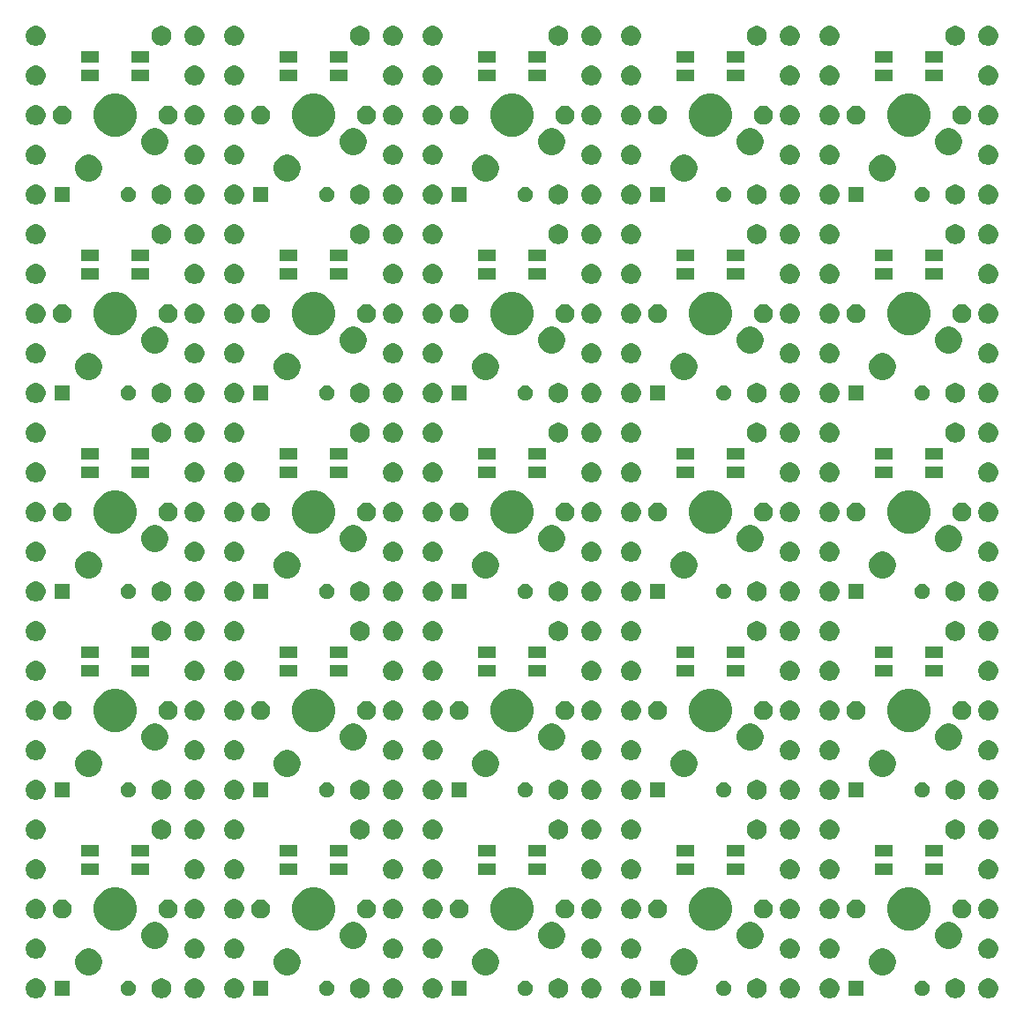
<source format=gbs>
G04 #@! TF.GenerationSoftware,KiCad,Pcbnew,5.0.2-bee76a0~70~ubuntu18.04.1*
G04 #@! TF.CreationDate,2019-02-14T02:50:33+09:00*
G04 #@! TF.ProjectId,nexus,6e657875-732e-46b6-9963-61645f706362,rev?*
G04 #@! TF.SameCoordinates,Original*
G04 #@! TF.FileFunction,Soldermask,Bot*
G04 #@! TF.FilePolarity,Negative*
%FSLAX46Y46*%
G04 Gerber Fmt 4.6, Leading zero omitted, Abs format (unit mm)*
G04 Created by KiCad (PCBNEW 5.0.2-bee76a0~70~ubuntu18.04.1) date 2019年02月14日 02時50分33秒*
%MOMM*%
%LPD*%
G01*
G04 APERTURE LIST*
%ADD10C,0.265000*%
G04 APERTURE END LIST*
D10*
G36*
X143279396Y-118592546D02*
X143452466Y-118664234D01*
X143608230Y-118768312D01*
X143740688Y-118900770D01*
X143844766Y-119056534D01*
X143916454Y-119229604D01*
X143953000Y-119413333D01*
X143953000Y-119600667D01*
X143916454Y-119784396D01*
X143844766Y-119957466D01*
X143740688Y-120113230D01*
X143608230Y-120245688D01*
X143452466Y-120349766D01*
X143279396Y-120421454D01*
X143095667Y-120458000D01*
X142908333Y-120458000D01*
X142724604Y-120421454D01*
X142551534Y-120349766D01*
X142395770Y-120245688D01*
X142263312Y-120113230D01*
X142159234Y-119957466D01*
X142087546Y-119784396D01*
X142051000Y-119600667D01*
X142051000Y-119413333D01*
X142087546Y-119229604D01*
X142159234Y-119056534D01*
X142263312Y-118900770D01*
X142395770Y-118768312D01*
X142551534Y-118664234D01*
X142724604Y-118592546D01*
X142908333Y-118556000D01*
X143095667Y-118556000D01*
X143279396Y-118592546D01*
X143279396Y-118592546D01*
G37*
G36*
X155344396Y-118592546D02*
X155517466Y-118664234D01*
X155673230Y-118768312D01*
X155805688Y-118900770D01*
X155909766Y-119056534D01*
X155981454Y-119229604D01*
X156018000Y-119413333D01*
X156018000Y-119600667D01*
X155981454Y-119784396D01*
X155909766Y-119957466D01*
X155805688Y-120113230D01*
X155673230Y-120245688D01*
X155517466Y-120349766D01*
X155344396Y-120421454D01*
X155160667Y-120458000D01*
X154973333Y-120458000D01*
X154789604Y-120421454D01*
X154616534Y-120349766D01*
X154460770Y-120245688D01*
X154328312Y-120113230D01*
X154224234Y-119957466D01*
X154152546Y-119784396D01*
X154116000Y-119600667D01*
X154116000Y-119413333D01*
X154152546Y-119229604D01*
X154224234Y-119056534D01*
X154328312Y-118900770D01*
X154460770Y-118768312D01*
X154616534Y-118664234D01*
X154789604Y-118592546D01*
X154973333Y-118556000D01*
X155160667Y-118556000D01*
X155344396Y-118592546D01*
X155344396Y-118592546D01*
G37*
G36*
X67079396Y-118592546D02*
X67252466Y-118664234D01*
X67408230Y-118768312D01*
X67540688Y-118900770D01*
X67644766Y-119056534D01*
X67716454Y-119229604D01*
X67753000Y-119413333D01*
X67753000Y-119600667D01*
X67716454Y-119784396D01*
X67644766Y-119957466D01*
X67540688Y-120113230D01*
X67408230Y-120245688D01*
X67252466Y-120349766D01*
X67079396Y-120421454D01*
X66895667Y-120458000D01*
X66708333Y-120458000D01*
X66524604Y-120421454D01*
X66351534Y-120349766D01*
X66195770Y-120245688D01*
X66063312Y-120113230D01*
X65959234Y-119957466D01*
X65887546Y-119784396D01*
X65851000Y-119600667D01*
X65851000Y-119413333D01*
X65887546Y-119229604D01*
X65959234Y-119056534D01*
X66063312Y-118900770D01*
X66195770Y-118768312D01*
X66351534Y-118664234D01*
X66524604Y-118592546D01*
X66708333Y-118556000D01*
X66895667Y-118556000D01*
X67079396Y-118592546D01*
X67079396Y-118592546D01*
G37*
G36*
X79144396Y-118592546D02*
X79317466Y-118664234D01*
X79473230Y-118768312D01*
X79605688Y-118900770D01*
X79709766Y-119056534D01*
X79781454Y-119229604D01*
X79818000Y-119413333D01*
X79818000Y-119600667D01*
X79781454Y-119784396D01*
X79709766Y-119957466D01*
X79605688Y-120113230D01*
X79473230Y-120245688D01*
X79317466Y-120349766D01*
X79144396Y-120421454D01*
X78960667Y-120458000D01*
X78773333Y-120458000D01*
X78589604Y-120421454D01*
X78416534Y-120349766D01*
X78260770Y-120245688D01*
X78128312Y-120113230D01*
X78024234Y-119957466D01*
X77952546Y-119784396D01*
X77916000Y-119600667D01*
X77916000Y-119413333D01*
X77952546Y-119229604D01*
X78024234Y-119056534D01*
X78128312Y-118900770D01*
X78260770Y-118768312D01*
X78416534Y-118664234D01*
X78589604Y-118592546D01*
X78773333Y-118556000D01*
X78960667Y-118556000D01*
X79144396Y-118592546D01*
X79144396Y-118592546D01*
G37*
G36*
X82319396Y-118592546D02*
X82492466Y-118664234D01*
X82648230Y-118768312D01*
X82780688Y-118900770D01*
X82884766Y-119056534D01*
X82956454Y-119229604D01*
X82993000Y-119413333D01*
X82993000Y-119600667D01*
X82956454Y-119784396D01*
X82884766Y-119957466D01*
X82780688Y-120113230D01*
X82648230Y-120245688D01*
X82492466Y-120349766D01*
X82319396Y-120421454D01*
X82135667Y-120458000D01*
X81948333Y-120458000D01*
X81764604Y-120421454D01*
X81591534Y-120349766D01*
X81435770Y-120245688D01*
X81303312Y-120113230D01*
X81199234Y-119957466D01*
X81127546Y-119784396D01*
X81091000Y-119600667D01*
X81091000Y-119413333D01*
X81127546Y-119229604D01*
X81199234Y-119056534D01*
X81303312Y-118900770D01*
X81435770Y-118768312D01*
X81591534Y-118664234D01*
X81764604Y-118592546D01*
X81948333Y-118556000D01*
X82135667Y-118556000D01*
X82319396Y-118592546D01*
X82319396Y-118592546D01*
G37*
G36*
X86129396Y-118592546D02*
X86302466Y-118664234D01*
X86458230Y-118768312D01*
X86590688Y-118900770D01*
X86694766Y-119056534D01*
X86766454Y-119229604D01*
X86803000Y-119413333D01*
X86803000Y-119600667D01*
X86766454Y-119784396D01*
X86694766Y-119957466D01*
X86590688Y-120113230D01*
X86458230Y-120245688D01*
X86302466Y-120349766D01*
X86129396Y-120421454D01*
X85945667Y-120458000D01*
X85758333Y-120458000D01*
X85574604Y-120421454D01*
X85401534Y-120349766D01*
X85245770Y-120245688D01*
X85113312Y-120113230D01*
X85009234Y-119957466D01*
X84937546Y-119784396D01*
X84901000Y-119600667D01*
X84901000Y-119413333D01*
X84937546Y-119229604D01*
X85009234Y-119056534D01*
X85113312Y-118900770D01*
X85245770Y-118768312D01*
X85401534Y-118664234D01*
X85574604Y-118592546D01*
X85758333Y-118556000D01*
X85945667Y-118556000D01*
X86129396Y-118592546D01*
X86129396Y-118592546D01*
G37*
G36*
X101369396Y-118592546D02*
X101542466Y-118664234D01*
X101698230Y-118768312D01*
X101830688Y-118900770D01*
X101934766Y-119056534D01*
X102006454Y-119229604D01*
X102043000Y-119413333D01*
X102043000Y-119600667D01*
X102006454Y-119784396D01*
X101934766Y-119957466D01*
X101830688Y-120113230D01*
X101698230Y-120245688D01*
X101542466Y-120349766D01*
X101369396Y-120421454D01*
X101185667Y-120458000D01*
X100998333Y-120458000D01*
X100814604Y-120421454D01*
X100641534Y-120349766D01*
X100485770Y-120245688D01*
X100353312Y-120113230D01*
X100249234Y-119957466D01*
X100177546Y-119784396D01*
X100141000Y-119600667D01*
X100141000Y-119413333D01*
X100177546Y-119229604D01*
X100249234Y-119056534D01*
X100353312Y-118900770D01*
X100485770Y-118768312D01*
X100641534Y-118664234D01*
X100814604Y-118592546D01*
X100998333Y-118556000D01*
X101185667Y-118556000D01*
X101369396Y-118592546D01*
X101369396Y-118592546D01*
G37*
G36*
X98194396Y-118592546D02*
X98367466Y-118664234D01*
X98523230Y-118768312D01*
X98655688Y-118900770D01*
X98759766Y-119056534D01*
X98831454Y-119229604D01*
X98868000Y-119413333D01*
X98868000Y-119600667D01*
X98831454Y-119784396D01*
X98759766Y-119957466D01*
X98655688Y-120113230D01*
X98523230Y-120245688D01*
X98367466Y-120349766D01*
X98194396Y-120421454D01*
X98010667Y-120458000D01*
X97823333Y-120458000D01*
X97639604Y-120421454D01*
X97466534Y-120349766D01*
X97310770Y-120245688D01*
X97178312Y-120113230D01*
X97074234Y-119957466D01*
X97002546Y-119784396D01*
X96966000Y-119600667D01*
X96966000Y-119413333D01*
X97002546Y-119229604D01*
X97074234Y-119056534D01*
X97178312Y-118900770D01*
X97310770Y-118768312D01*
X97466534Y-118664234D01*
X97639604Y-118592546D01*
X97823333Y-118556000D01*
X98010667Y-118556000D01*
X98194396Y-118592546D01*
X98194396Y-118592546D01*
G37*
G36*
X117244396Y-118592546D02*
X117417466Y-118664234D01*
X117573230Y-118768312D01*
X117705688Y-118900770D01*
X117809766Y-119056534D01*
X117881454Y-119229604D01*
X117918000Y-119413333D01*
X117918000Y-119600667D01*
X117881454Y-119784396D01*
X117809766Y-119957466D01*
X117705688Y-120113230D01*
X117573230Y-120245688D01*
X117417466Y-120349766D01*
X117244396Y-120421454D01*
X117060667Y-120458000D01*
X116873333Y-120458000D01*
X116689604Y-120421454D01*
X116516534Y-120349766D01*
X116360770Y-120245688D01*
X116228312Y-120113230D01*
X116124234Y-119957466D01*
X116052546Y-119784396D01*
X116016000Y-119600667D01*
X116016000Y-119413333D01*
X116052546Y-119229604D01*
X116124234Y-119056534D01*
X116228312Y-118900770D01*
X116360770Y-118768312D01*
X116516534Y-118664234D01*
X116689604Y-118592546D01*
X116873333Y-118556000D01*
X117060667Y-118556000D01*
X117244396Y-118592546D01*
X117244396Y-118592546D01*
G37*
G36*
X120419396Y-118592546D02*
X120592466Y-118664234D01*
X120748230Y-118768312D01*
X120880688Y-118900770D01*
X120984766Y-119056534D01*
X121056454Y-119229604D01*
X121093000Y-119413333D01*
X121093000Y-119600667D01*
X121056454Y-119784396D01*
X120984766Y-119957466D01*
X120880688Y-120113230D01*
X120748230Y-120245688D01*
X120592466Y-120349766D01*
X120419396Y-120421454D01*
X120235667Y-120458000D01*
X120048333Y-120458000D01*
X119864604Y-120421454D01*
X119691534Y-120349766D01*
X119535770Y-120245688D01*
X119403312Y-120113230D01*
X119299234Y-119957466D01*
X119227546Y-119784396D01*
X119191000Y-119600667D01*
X119191000Y-119413333D01*
X119227546Y-119229604D01*
X119299234Y-119056534D01*
X119403312Y-118900770D01*
X119535770Y-118768312D01*
X119691534Y-118664234D01*
X119864604Y-118592546D01*
X120048333Y-118556000D01*
X120235667Y-118556000D01*
X120419396Y-118592546D01*
X120419396Y-118592546D01*
G37*
G36*
X105179396Y-118592546D02*
X105352466Y-118664234D01*
X105508230Y-118768312D01*
X105640688Y-118900770D01*
X105744766Y-119056534D01*
X105816454Y-119229604D01*
X105853000Y-119413333D01*
X105853000Y-119600667D01*
X105816454Y-119784396D01*
X105744766Y-119957466D01*
X105640688Y-120113230D01*
X105508230Y-120245688D01*
X105352466Y-120349766D01*
X105179396Y-120421454D01*
X104995667Y-120458000D01*
X104808333Y-120458000D01*
X104624604Y-120421454D01*
X104451534Y-120349766D01*
X104295770Y-120245688D01*
X104163312Y-120113230D01*
X104059234Y-119957466D01*
X103987546Y-119784396D01*
X103951000Y-119600667D01*
X103951000Y-119413333D01*
X103987546Y-119229604D01*
X104059234Y-119056534D01*
X104163312Y-118900770D01*
X104295770Y-118768312D01*
X104451534Y-118664234D01*
X104624604Y-118592546D01*
X104808333Y-118556000D01*
X104995667Y-118556000D01*
X105179396Y-118592546D01*
X105179396Y-118592546D01*
G37*
G36*
X136294396Y-118592546D02*
X136467466Y-118664234D01*
X136623230Y-118768312D01*
X136755688Y-118900770D01*
X136859766Y-119056534D01*
X136931454Y-119229604D01*
X136968000Y-119413333D01*
X136968000Y-119600667D01*
X136931454Y-119784396D01*
X136859766Y-119957466D01*
X136755688Y-120113230D01*
X136623230Y-120245688D01*
X136467466Y-120349766D01*
X136294396Y-120421454D01*
X136110667Y-120458000D01*
X135923333Y-120458000D01*
X135739604Y-120421454D01*
X135566534Y-120349766D01*
X135410770Y-120245688D01*
X135278312Y-120113230D01*
X135174234Y-119957466D01*
X135102546Y-119784396D01*
X135066000Y-119600667D01*
X135066000Y-119413333D01*
X135102546Y-119229604D01*
X135174234Y-119056534D01*
X135278312Y-118900770D01*
X135410770Y-118768312D01*
X135566534Y-118664234D01*
X135739604Y-118592546D01*
X135923333Y-118556000D01*
X136110667Y-118556000D01*
X136294396Y-118592546D01*
X136294396Y-118592546D01*
G37*
G36*
X139469396Y-118592546D02*
X139642466Y-118664234D01*
X139798230Y-118768312D01*
X139930688Y-118900770D01*
X140034766Y-119056534D01*
X140106454Y-119229604D01*
X140143000Y-119413333D01*
X140143000Y-119600667D01*
X140106454Y-119784396D01*
X140034766Y-119957466D01*
X139930688Y-120113230D01*
X139798230Y-120245688D01*
X139642466Y-120349766D01*
X139469396Y-120421454D01*
X139285667Y-120458000D01*
X139098333Y-120458000D01*
X138914604Y-120421454D01*
X138741534Y-120349766D01*
X138585770Y-120245688D01*
X138453312Y-120113230D01*
X138349234Y-119957466D01*
X138277546Y-119784396D01*
X138241000Y-119600667D01*
X138241000Y-119413333D01*
X138277546Y-119229604D01*
X138349234Y-119056534D01*
X138453312Y-118900770D01*
X138585770Y-118768312D01*
X138741534Y-118664234D01*
X138914604Y-118592546D01*
X139098333Y-118556000D01*
X139285667Y-118556000D01*
X139469396Y-118592546D01*
X139469396Y-118592546D01*
G37*
G36*
X124229396Y-118592546D02*
X124402466Y-118664234D01*
X124558230Y-118768312D01*
X124690688Y-118900770D01*
X124794766Y-119056534D01*
X124866454Y-119229604D01*
X124903000Y-119413333D01*
X124903000Y-119600667D01*
X124866454Y-119784396D01*
X124794766Y-119957466D01*
X124690688Y-120113230D01*
X124558230Y-120245688D01*
X124402466Y-120349766D01*
X124229396Y-120421454D01*
X124045667Y-120458000D01*
X123858333Y-120458000D01*
X123674604Y-120421454D01*
X123501534Y-120349766D01*
X123345770Y-120245688D01*
X123213312Y-120113230D01*
X123109234Y-119957466D01*
X123037546Y-119784396D01*
X123001000Y-119600667D01*
X123001000Y-119413333D01*
X123037546Y-119229604D01*
X123109234Y-119056534D01*
X123213312Y-118900770D01*
X123345770Y-118768312D01*
X123501534Y-118664234D01*
X123674604Y-118592546D01*
X123858333Y-118556000D01*
X124045667Y-118556000D01*
X124229396Y-118592546D01*
X124229396Y-118592546D01*
G37*
G36*
X158519396Y-118592546D02*
X158692466Y-118664234D01*
X158848230Y-118768312D01*
X158980688Y-118900770D01*
X159084766Y-119056534D01*
X159156454Y-119229604D01*
X159193000Y-119413333D01*
X159193000Y-119600667D01*
X159156454Y-119784396D01*
X159084766Y-119957466D01*
X158980688Y-120113230D01*
X158848230Y-120245688D01*
X158692466Y-120349766D01*
X158519396Y-120421454D01*
X158335667Y-120458000D01*
X158148333Y-120458000D01*
X157964604Y-120421454D01*
X157791534Y-120349766D01*
X157635770Y-120245688D01*
X157503312Y-120113230D01*
X157399234Y-119957466D01*
X157327546Y-119784396D01*
X157291000Y-119600667D01*
X157291000Y-119413333D01*
X157327546Y-119229604D01*
X157399234Y-119056534D01*
X157503312Y-118900770D01*
X157635770Y-118768312D01*
X157791534Y-118664234D01*
X157964604Y-118592546D01*
X158148333Y-118556000D01*
X158335667Y-118556000D01*
X158519396Y-118592546D01*
X158519396Y-118592546D01*
G37*
G36*
X70093000Y-120258000D02*
X68591000Y-120258000D01*
X68591000Y-118756000D01*
X70093000Y-118756000D01*
X70093000Y-120258000D01*
X70093000Y-120258000D01*
G37*
G36*
X132974004Y-118767544D02*
X133061059Y-118784860D01*
X133197732Y-118841472D01*
X133197733Y-118841473D01*
X133320738Y-118923662D01*
X133425338Y-119028262D01*
X133425340Y-119028265D01*
X133507528Y-119151268D01*
X133564140Y-119287941D01*
X133593000Y-119433033D01*
X133593000Y-119580967D01*
X133564140Y-119726059D01*
X133507528Y-119862732D01*
X133507527Y-119862733D01*
X133425338Y-119985738D01*
X133320738Y-120090338D01*
X133320735Y-120090340D01*
X133197732Y-120172528D01*
X133061059Y-120229140D01*
X132977865Y-120245688D01*
X132915969Y-120258000D01*
X132768031Y-120258000D01*
X132706135Y-120245688D01*
X132622941Y-120229140D01*
X132486268Y-120172528D01*
X132363265Y-120090340D01*
X132363262Y-120090338D01*
X132258662Y-119985738D01*
X132176473Y-119862733D01*
X132176472Y-119862732D01*
X132119860Y-119726059D01*
X132091000Y-119580967D01*
X132091000Y-119433033D01*
X132119860Y-119287941D01*
X132176472Y-119151268D01*
X132258660Y-119028265D01*
X132258662Y-119028262D01*
X132363262Y-118923662D01*
X132486267Y-118841473D01*
X132486268Y-118841472D01*
X132622941Y-118784860D01*
X132709996Y-118767544D01*
X132768031Y-118756000D01*
X132915969Y-118756000D01*
X132974004Y-118767544D01*
X132974004Y-118767544D01*
G37*
G36*
X127243000Y-120258000D02*
X125741000Y-120258000D01*
X125741000Y-118756000D01*
X127243000Y-118756000D01*
X127243000Y-120258000D01*
X127243000Y-120258000D01*
G37*
G36*
X113924004Y-118767544D02*
X114011059Y-118784860D01*
X114147732Y-118841472D01*
X114147733Y-118841473D01*
X114270738Y-118923662D01*
X114375338Y-119028262D01*
X114375340Y-119028265D01*
X114457528Y-119151268D01*
X114514140Y-119287941D01*
X114543000Y-119433033D01*
X114543000Y-119580967D01*
X114514140Y-119726059D01*
X114457528Y-119862732D01*
X114457527Y-119862733D01*
X114375338Y-119985738D01*
X114270738Y-120090338D01*
X114270735Y-120090340D01*
X114147732Y-120172528D01*
X114011059Y-120229140D01*
X113927865Y-120245688D01*
X113865969Y-120258000D01*
X113718031Y-120258000D01*
X113656135Y-120245688D01*
X113572941Y-120229140D01*
X113436268Y-120172528D01*
X113313265Y-120090340D01*
X113313262Y-120090338D01*
X113208662Y-119985738D01*
X113126473Y-119862733D01*
X113126472Y-119862732D01*
X113069860Y-119726059D01*
X113041000Y-119580967D01*
X113041000Y-119433033D01*
X113069860Y-119287941D01*
X113126472Y-119151268D01*
X113208660Y-119028265D01*
X113208662Y-119028262D01*
X113313262Y-118923662D01*
X113436267Y-118841473D01*
X113436268Y-118841472D01*
X113572941Y-118784860D01*
X113659996Y-118767544D01*
X113718031Y-118756000D01*
X113865969Y-118756000D01*
X113924004Y-118767544D01*
X113924004Y-118767544D01*
G37*
G36*
X108193000Y-120258000D02*
X106691000Y-120258000D01*
X106691000Y-118756000D01*
X108193000Y-118756000D01*
X108193000Y-120258000D01*
X108193000Y-120258000D01*
G37*
G36*
X94874004Y-118767544D02*
X94961059Y-118784860D01*
X95097732Y-118841472D01*
X95097733Y-118841473D01*
X95220738Y-118923662D01*
X95325338Y-119028262D01*
X95325340Y-119028265D01*
X95407528Y-119151268D01*
X95464140Y-119287941D01*
X95493000Y-119433033D01*
X95493000Y-119580967D01*
X95464140Y-119726059D01*
X95407528Y-119862732D01*
X95407527Y-119862733D01*
X95325338Y-119985738D01*
X95220738Y-120090338D01*
X95220735Y-120090340D01*
X95097732Y-120172528D01*
X94961059Y-120229140D01*
X94877865Y-120245688D01*
X94815969Y-120258000D01*
X94668031Y-120258000D01*
X94606135Y-120245688D01*
X94522941Y-120229140D01*
X94386268Y-120172528D01*
X94263265Y-120090340D01*
X94263262Y-120090338D01*
X94158662Y-119985738D01*
X94076473Y-119862733D01*
X94076472Y-119862732D01*
X94019860Y-119726059D01*
X93991000Y-119580967D01*
X93991000Y-119433033D01*
X94019860Y-119287941D01*
X94076472Y-119151268D01*
X94158660Y-119028265D01*
X94158662Y-119028262D01*
X94263262Y-118923662D01*
X94386267Y-118841473D01*
X94386268Y-118841472D01*
X94522941Y-118784860D01*
X94609996Y-118767544D01*
X94668031Y-118756000D01*
X94815969Y-118756000D01*
X94874004Y-118767544D01*
X94874004Y-118767544D01*
G37*
G36*
X89143000Y-120258000D02*
X87641000Y-120258000D01*
X87641000Y-118756000D01*
X89143000Y-118756000D01*
X89143000Y-120258000D01*
X89143000Y-120258000D01*
G37*
G36*
X75824004Y-118767544D02*
X75911059Y-118784860D01*
X76047732Y-118841472D01*
X76047733Y-118841473D01*
X76170738Y-118923662D01*
X76275338Y-119028262D01*
X76275340Y-119028265D01*
X76357528Y-119151268D01*
X76414140Y-119287941D01*
X76443000Y-119433033D01*
X76443000Y-119580967D01*
X76414140Y-119726059D01*
X76357528Y-119862732D01*
X76357527Y-119862733D01*
X76275338Y-119985738D01*
X76170738Y-120090338D01*
X76170735Y-120090340D01*
X76047732Y-120172528D01*
X75911059Y-120229140D01*
X75827865Y-120245688D01*
X75765969Y-120258000D01*
X75618031Y-120258000D01*
X75556135Y-120245688D01*
X75472941Y-120229140D01*
X75336268Y-120172528D01*
X75213265Y-120090340D01*
X75213262Y-120090338D01*
X75108662Y-119985738D01*
X75026473Y-119862733D01*
X75026472Y-119862732D01*
X74969860Y-119726059D01*
X74941000Y-119580967D01*
X74941000Y-119433033D01*
X74969860Y-119287941D01*
X75026472Y-119151268D01*
X75108660Y-119028265D01*
X75108662Y-119028262D01*
X75213262Y-118923662D01*
X75336267Y-118841473D01*
X75336268Y-118841472D01*
X75472941Y-118784860D01*
X75559996Y-118767544D01*
X75618031Y-118756000D01*
X75765969Y-118756000D01*
X75824004Y-118767544D01*
X75824004Y-118767544D01*
G37*
G36*
X146293000Y-120258000D02*
X144791000Y-120258000D01*
X144791000Y-118756000D01*
X146293000Y-118756000D01*
X146293000Y-120258000D01*
X146293000Y-120258000D01*
G37*
G36*
X152024004Y-118767544D02*
X152111059Y-118784860D01*
X152247732Y-118841472D01*
X152247733Y-118841473D01*
X152370738Y-118923662D01*
X152475338Y-119028262D01*
X152475340Y-119028265D01*
X152557528Y-119151268D01*
X152614140Y-119287941D01*
X152643000Y-119433033D01*
X152643000Y-119580967D01*
X152614140Y-119726059D01*
X152557528Y-119862732D01*
X152557527Y-119862733D01*
X152475338Y-119985738D01*
X152370738Y-120090338D01*
X152370735Y-120090340D01*
X152247732Y-120172528D01*
X152111059Y-120229140D01*
X152027865Y-120245688D01*
X151965969Y-120258000D01*
X151818031Y-120258000D01*
X151756135Y-120245688D01*
X151672941Y-120229140D01*
X151536268Y-120172528D01*
X151413265Y-120090340D01*
X151413262Y-120090338D01*
X151308662Y-119985738D01*
X151226473Y-119862733D01*
X151226472Y-119862732D01*
X151169860Y-119726059D01*
X151141000Y-119580967D01*
X151141000Y-119433033D01*
X151169860Y-119287941D01*
X151226472Y-119151268D01*
X151308660Y-119028265D01*
X151308662Y-119028262D01*
X151413262Y-118923662D01*
X151536267Y-118841473D01*
X151536268Y-118841472D01*
X151672941Y-118784860D01*
X151759996Y-118767544D01*
X151818031Y-118756000D01*
X151965969Y-118756000D01*
X152024004Y-118767544D01*
X152024004Y-118767544D01*
G37*
G36*
X110361485Y-115715996D02*
X110361487Y-115715997D01*
X110361488Y-115715997D01*
X110598255Y-115814069D01*
X110811342Y-115956449D01*
X110992551Y-116137658D01*
X110992553Y-116137661D01*
X111134931Y-116350745D01*
X111213226Y-116539765D01*
X111233004Y-116587515D01*
X111283000Y-116838861D01*
X111283000Y-117095139D01*
X111233004Y-117346485D01*
X111134931Y-117583255D01*
X110992551Y-117796342D01*
X110811342Y-117977551D01*
X110811339Y-117977553D01*
X110598255Y-118119931D01*
X110361488Y-118218003D01*
X110361487Y-118218003D01*
X110361485Y-118218004D01*
X110110139Y-118268000D01*
X109853861Y-118268000D01*
X109602515Y-118218004D01*
X109602513Y-118218003D01*
X109602512Y-118218003D01*
X109365745Y-118119931D01*
X109152661Y-117977553D01*
X109152658Y-117977551D01*
X108971449Y-117796342D01*
X108829069Y-117583255D01*
X108730996Y-117346485D01*
X108681000Y-117095139D01*
X108681000Y-116838861D01*
X108730996Y-116587515D01*
X108750775Y-116539765D01*
X108829069Y-116350745D01*
X108971447Y-116137661D01*
X108971449Y-116137658D01*
X109152658Y-115956449D01*
X109365745Y-115814069D01*
X109602512Y-115715997D01*
X109602513Y-115715997D01*
X109602515Y-115715996D01*
X109853861Y-115666000D01*
X110110139Y-115666000D01*
X110361485Y-115715996D01*
X110361485Y-115715996D01*
G37*
G36*
X72261485Y-115715996D02*
X72261487Y-115715997D01*
X72261488Y-115715997D01*
X72498255Y-115814069D01*
X72711342Y-115956449D01*
X72892551Y-116137658D01*
X72892553Y-116137661D01*
X73034931Y-116350745D01*
X73113226Y-116539765D01*
X73133004Y-116587515D01*
X73183000Y-116838861D01*
X73183000Y-117095139D01*
X73133004Y-117346485D01*
X73034931Y-117583255D01*
X72892551Y-117796342D01*
X72711342Y-117977551D01*
X72711339Y-117977553D01*
X72498255Y-118119931D01*
X72261488Y-118218003D01*
X72261487Y-118218003D01*
X72261485Y-118218004D01*
X72010139Y-118268000D01*
X71753861Y-118268000D01*
X71502515Y-118218004D01*
X71502513Y-118218003D01*
X71502512Y-118218003D01*
X71265745Y-118119931D01*
X71052661Y-117977553D01*
X71052658Y-117977551D01*
X70871449Y-117796342D01*
X70729069Y-117583255D01*
X70630996Y-117346485D01*
X70581000Y-117095139D01*
X70581000Y-116838861D01*
X70630996Y-116587515D01*
X70650775Y-116539765D01*
X70729069Y-116350745D01*
X70871447Y-116137661D01*
X70871449Y-116137658D01*
X71052658Y-115956449D01*
X71265745Y-115814069D01*
X71502512Y-115715997D01*
X71502513Y-115715997D01*
X71502515Y-115715996D01*
X71753861Y-115666000D01*
X72010139Y-115666000D01*
X72261485Y-115715996D01*
X72261485Y-115715996D01*
G37*
G36*
X91311485Y-115715996D02*
X91311487Y-115715997D01*
X91311488Y-115715997D01*
X91548255Y-115814069D01*
X91761342Y-115956449D01*
X91942551Y-116137658D01*
X91942553Y-116137661D01*
X92084931Y-116350745D01*
X92163226Y-116539765D01*
X92183004Y-116587515D01*
X92233000Y-116838861D01*
X92233000Y-117095139D01*
X92183004Y-117346485D01*
X92084931Y-117583255D01*
X91942551Y-117796342D01*
X91761342Y-117977551D01*
X91761339Y-117977553D01*
X91548255Y-118119931D01*
X91311488Y-118218003D01*
X91311487Y-118218003D01*
X91311485Y-118218004D01*
X91060139Y-118268000D01*
X90803861Y-118268000D01*
X90552515Y-118218004D01*
X90552513Y-118218003D01*
X90552512Y-118218003D01*
X90315745Y-118119931D01*
X90102661Y-117977553D01*
X90102658Y-117977551D01*
X89921449Y-117796342D01*
X89779069Y-117583255D01*
X89680996Y-117346485D01*
X89631000Y-117095139D01*
X89631000Y-116838861D01*
X89680996Y-116587515D01*
X89700775Y-116539765D01*
X89779069Y-116350745D01*
X89921447Y-116137661D01*
X89921449Y-116137658D01*
X90102658Y-115956449D01*
X90315745Y-115814069D01*
X90552512Y-115715997D01*
X90552513Y-115715997D01*
X90552515Y-115715996D01*
X90803861Y-115666000D01*
X91060139Y-115666000D01*
X91311485Y-115715996D01*
X91311485Y-115715996D01*
G37*
G36*
X129411485Y-115715996D02*
X129411487Y-115715997D01*
X129411488Y-115715997D01*
X129648255Y-115814069D01*
X129861342Y-115956449D01*
X130042551Y-116137658D01*
X130042553Y-116137661D01*
X130184931Y-116350745D01*
X130263226Y-116539765D01*
X130283004Y-116587515D01*
X130333000Y-116838861D01*
X130333000Y-117095139D01*
X130283004Y-117346485D01*
X130184931Y-117583255D01*
X130042551Y-117796342D01*
X129861342Y-117977551D01*
X129861339Y-117977553D01*
X129648255Y-118119931D01*
X129411488Y-118218003D01*
X129411487Y-118218003D01*
X129411485Y-118218004D01*
X129160139Y-118268000D01*
X128903861Y-118268000D01*
X128652515Y-118218004D01*
X128652513Y-118218003D01*
X128652512Y-118218003D01*
X128415745Y-118119931D01*
X128202661Y-117977553D01*
X128202658Y-117977551D01*
X128021449Y-117796342D01*
X127879069Y-117583255D01*
X127780996Y-117346485D01*
X127731000Y-117095139D01*
X127731000Y-116838861D01*
X127780996Y-116587515D01*
X127800775Y-116539765D01*
X127879069Y-116350745D01*
X128021447Y-116137661D01*
X128021449Y-116137658D01*
X128202658Y-115956449D01*
X128415745Y-115814069D01*
X128652512Y-115715997D01*
X128652513Y-115715997D01*
X128652515Y-115715996D01*
X128903861Y-115666000D01*
X129160139Y-115666000D01*
X129411485Y-115715996D01*
X129411485Y-115715996D01*
G37*
G36*
X148461485Y-115715996D02*
X148461487Y-115715997D01*
X148461488Y-115715997D01*
X148698255Y-115814069D01*
X148911342Y-115956449D01*
X149092551Y-116137658D01*
X149092553Y-116137661D01*
X149234931Y-116350745D01*
X149313226Y-116539765D01*
X149333004Y-116587515D01*
X149383000Y-116838861D01*
X149383000Y-117095139D01*
X149333004Y-117346485D01*
X149234931Y-117583255D01*
X149092551Y-117796342D01*
X148911342Y-117977551D01*
X148911339Y-117977553D01*
X148698255Y-118119931D01*
X148461488Y-118218003D01*
X148461487Y-118218003D01*
X148461485Y-118218004D01*
X148210139Y-118268000D01*
X147953861Y-118268000D01*
X147702515Y-118218004D01*
X147702513Y-118218003D01*
X147702512Y-118218003D01*
X147465745Y-118119931D01*
X147252661Y-117977553D01*
X147252658Y-117977551D01*
X147071449Y-117796342D01*
X146929069Y-117583255D01*
X146830996Y-117346485D01*
X146781000Y-117095139D01*
X146781000Y-116838861D01*
X146830996Y-116587515D01*
X146850775Y-116539765D01*
X146929069Y-116350745D01*
X147071447Y-116137661D01*
X147071449Y-116137658D01*
X147252658Y-115956449D01*
X147465745Y-115814069D01*
X147702512Y-115715997D01*
X147702513Y-115715997D01*
X147702515Y-115715996D01*
X147953861Y-115666000D01*
X148210139Y-115666000D01*
X148461485Y-115715996D01*
X148461485Y-115715996D01*
G37*
G36*
X105179396Y-114782546D02*
X105352466Y-114854234D01*
X105508230Y-114958312D01*
X105640688Y-115090770D01*
X105744766Y-115246534D01*
X105816454Y-115419604D01*
X105853000Y-115603333D01*
X105853000Y-115790667D01*
X105816454Y-115974396D01*
X105744766Y-116147466D01*
X105640688Y-116303230D01*
X105508230Y-116435688D01*
X105352466Y-116539766D01*
X105179396Y-116611454D01*
X104995667Y-116648000D01*
X104808333Y-116648000D01*
X104624604Y-116611454D01*
X104451534Y-116539766D01*
X104295770Y-116435688D01*
X104163312Y-116303230D01*
X104059234Y-116147466D01*
X103987546Y-115974396D01*
X103951000Y-115790667D01*
X103951000Y-115603333D01*
X103987546Y-115419604D01*
X104059234Y-115246534D01*
X104163312Y-115090770D01*
X104295770Y-114958312D01*
X104451534Y-114854234D01*
X104624604Y-114782546D01*
X104808333Y-114746000D01*
X104995667Y-114746000D01*
X105179396Y-114782546D01*
X105179396Y-114782546D01*
G37*
G36*
X67079396Y-114782546D02*
X67252466Y-114854234D01*
X67408230Y-114958312D01*
X67540688Y-115090770D01*
X67644766Y-115246534D01*
X67716454Y-115419604D01*
X67753000Y-115603333D01*
X67753000Y-115790667D01*
X67716454Y-115974396D01*
X67644766Y-116147466D01*
X67540688Y-116303230D01*
X67408230Y-116435688D01*
X67252466Y-116539766D01*
X67079396Y-116611454D01*
X66895667Y-116648000D01*
X66708333Y-116648000D01*
X66524604Y-116611454D01*
X66351534Y-116539766D01*
X66195770Y-116435688D01*
X66063312Y-116303230D01*
X65959234Y-116147466D01*
X65887546Y-115974396D01*
X65851000Y-115790667D01*
X65851000Y-115603333D01*
X65887546Y-115419604D01*
X65959234Y-115246534D01*
X66063312Y-115090770D01*
X66195770Y-114958312D01*
X66351534Y-114854234D01*
X66524604Y-114782546D01*
X66708333Y-114746000D01*
X66895667Y-114746000D01*
X67079396Y-114782546D01*
X67079396Y-114782546D01*
G37*
G36*
X86129396Y-114782546D02*
X86302466Y-114854234D01*
X86458230Y-114958312D01*
X86590688Y-115090770D01*
X86694766Y-115246534D01*
X86766454Y-115419604D01*
X86803000Y-115603333D01*
X86803000Y-115790667D01*
X86766454Y-115974396D01*
X86694766Y-116147466D01*
X86590688Y-116303230D01*
X86458230Y-116435688D01*
X86302466Y-116539766D01*
X86129396Y-116611454D01*
X85945667Y-116648000D01*
X85758333Y-116648000D01*
X85574604Y-116611454D01*
X85401534Y-116539766D01*
X85245770Y-116435688D01*
X85113312Y-116303230D01*
X85009234Y-116147466D01*
X84937546Y-115974396D01*
X84901000Y-115790667D01*
X84901000Y-115603333D01*
X84937546Y-115419604D01*
X85009234Y-115246534D01*
X85113312Y-115090770D01*
X85245770Y-114958312D01*
X85401534Y-114854234D01*
X85574604Y-114782546D01*
X85758333Y-114746000D01*
X85945667Y-114746000D01*
X86129396Y-114782546D01*
X86129396Y-114782546D01*
G37*
G36*
X124229396Y-114782546D02*
X124402466Y-114854234D01*
X124558230Y-114958312D01*
X124690688Y-115090770D01*
X124794766Y-115246534D01*
X124866454Y-115419604D01*
X124903000Y-115603333D01*
X124903000Y-115790667D01*
X124866454Y-115974396D01*
X124794766Y-116147466D01*
X124690688Y-116303230D01*
X124558230Y-116435688D01*
X124402466Y-116539766D01*
X124229396Y-116611454D01*
X124045667Y-116648000D01*
X123858333Y-116648000D01*
X123674604Y-116611454D01*
X123501534Y-116539766D01*
X123345770Y-116435688D01*
X123213312Y-116303230D01*
X123109234Y-116147466D01*
X123037546Y-115974396D01*
X123001000Y-115790667D01*
X123001000Y-115603333D01*
X123037546Y-115419604D01*
X123109234Y-115246534D01*
X123213312Y-115090770D01*
X123345770Y-114958312D01*
X123501534Y-114854234D01*
X123674604Y-114782546D01*
X123858333Y-114746000D01*
X124045667Y-114746000D01*
X124229396Y-114782546D01*
X124229396Y-114782546D01*
G37*
G36*
X143279396Y-114782546D02*
X143452466Y-114854234D01*
X143608230Y-114958312D01*
X143740688Y-115090770D01*
X143844766Y-115246534D01*
X143916454Y-115419604D01*
X143953000Y-115603333D01*
X143953000Y-115790667D01*
X143916454Y-115974396D01*
X143844766Y-116147466D01*
X143740688Y-116303230D01*
X143608230Y-116435688D01*
X143452466Y-116539766D01*
X143279396Y-116611454D01*
X143095667Y-116648000D01*
X142908333Y-116648000D01*
X142724604Y-116611454D01*
X142551534Y-116539766D01*
X142395770Y-116435688D01*
X142263312Y-116303230D01*
X142159234Y-116147466D01*
X142087546Y-115974396D01*
X142051000Y-115790667D01*
X142051000Y-115603333D01*
X142087546Y-115419604D01*
X142159234Y-115246534D01*
X142263312Y-115090770D01*
X142395770Y-114958312D01*
X142551534Y-114854234D01*
X142724604Y-114782546D01*
X142908333Y-114746000D01*
X143095667Y-114746000D01*
X143279396Y-114782546D01*
X143279396Y-114782546D01*
G37*
G36*
X101369396Y-114782546D02*
X101542466Y-114854234D01*
X101698230Y-114958312D01*
X101830688Y-115090770D01*
X101934766Y-115246534D01*
X102006454Y-115419604D01*
X102043000Y-115603333D01*
X102043000Y-115790667D01*
X102006454Y-115974396D01*
X101934766Y-116147466D01*
X101830688Y-116303230D01*
X101698230Y-116435688D01*
X101542466Y-116539766D01*
X101369396Y-116611454D01*
X101185667Y-116648000D01*
X100998333Y-116648000D01*
X100814604Y-116611454D01*
X100641534Y-116539766D01*
X100485770Y-116435688D01*
X100353312Y-116303230D01*
X100249234Y-116147466D01*
X100177546Y-115974396D01*
X100141000Y-115790667D01*
X100141000Y-115603333D01*
X100177546Y-115419604D01*
X100249234Y-115246534D01*
X100353312Y-115090770D01*
X100485770Y-114958312D01*
X100641534Y-114854234D01*
X100814604Y-114782546D01*
X100998333Y-114746000D01*
X101185667Y-114746000D01*
X101369396Y-114782546D01*
X101369396Y-114782546D01*
G37*
G36*
X82319396Y-114782546D02*
X82492466Y-114854234D01*
X82648230Y-114958312D01*
X82780688Y-115090770D01*
X82884766Y-115246534D01*
X82956454Y-115419604D01*
X82993000Y-115603333D01*
X82993000Y-115790667D01*
X82956454Y-115974396D01*
X82884766Y-116147466D01*
X82780688Y-116303230D01*
X82648230Y-116435688D01*
X82492466Y-116539766D01*
X82319396Y-116611454D01*
X82135667Y-116648000D01*
X81948333Y-116648000D01*
X81764604Y-116611454D01*
X81591534Y-116539766D01*
X81435770Y-116435688D01*
X81303312Y-116303230D01*
X81199234Y-116147466D01*
X81127546Y-115974396D01*
X81091000Y-115790667D01*
X81091000Y-115603333D01*
X81127546Y-115419604D01*
X81199234Y-115246534D01*
X81303312Y-115090770D01*
X81435770Y-114958312D01*
X81591534Y-114854234D01*
X81764604Y-114782546D01*
X81948333Y-114746000D01*
X82135667Y-114746000D01*
X82319396Y-114782546D01*
X82319396Y-114782546D01*
G37*
G36*
X139469396Y-114782546D02*
X139642466Y-114854234D01*
X139798230Y-114958312D01*
X139930688Y-115090770D01*
X140034766Y-115246534D01*
X140106454Y-115419604D01*
X140143000Y-115603333D01*
X140143000Y-115790667D01*
X140106454Y-115974396D01*
X140034766Y-116147466D01*
X139930688Y-116303230D01*
X139798230Y-116435688D01*
X139642466Y-116539766D01*
X139469396Y-116611454D01*
X139285667Y-116648000D01*
X139098333Y-116648000D01*
X138914604Y-116611454D01*
X138741534Y-116539766D01*
X138585770Y-116435688D01*
X138453312Y-116303230D01*
X138349234Y-116147466D01*
X138277546Y-115974396D01*
X138241000Y-115790667D01*
X138241000Y-115603333D01*
X138277546Y-115419604D01*
X138349234Y-115246534D01*
X138453312Y-115090770D01*
X138585770Y-114958312D01*
X138741534Y-114854234D01*
X138914604Y-114782546D01*
X139098333Y-114746000D01*
X139285667Y-114746000D01*
X139469396Y-114782546D01*
X139469396Y-114782546D01*
G37*
G36*
X158519396Y-114782546D02*
X158692466Y-114854234D01*
X158848230Y-114958312D01*
X158980688Y-115090770D01*
X159084766Y-115246534D01*
X159156454Y-115419604D01*
X159193000Y-115603333D01*
X159193000Y-115790667D01*
X159156454Y-115974396D01*
X159084766Y-116147466D01*
X158980688Y-116303230D01*
X158848230Y-116435688D01*
X158692466Y-116539766D01*
X158519396Y-116611454D01*
X158335667Y-116648000D01*
X158148333Y-116648000D01*
X157964604Y-116611454D01*
X157791534Y-116539766D01*
X157635770Y-116435688D01*
X157503312Y-116303230D01*
X157399234Y-116147466D01*
X157327546Y-115974396D01*
X157291000Y-115790667D01*
X157291000Y-115603333D01*
X157327546Y-115419604D01*
X157399234Y-115246534D01*
X157503312Y-115090770D01*
X157635770Y-114958312D01*
X157791534Y-114854234D01*
X157964604Y-114782546D01*
X158148333Y-114746000D01*
X158335667Y-114746000D01*
X158519396Y-114782546D01*
X158519396Y-114782546D01*
G37*
G36*
X120419396Y-114782546D02*
X120592466Y-114854234D01*
X120748230Y-114958312D01*
X120880688Y-115090770D01*
X120984766Y-115246534D01*
X121056454Y-115419604D01*
X121093000Y-115603333D01*
X121093000Y-115790667D01*
X121056454Y-115974396D01*
X120984766Y-116147466D01*
X120880688Y-116303230D01*
X120748230Y-116435688D01*
X120592466Y-116539766D01*
X120419396Y-116611454D01*
X120235667Y-116648000D01*
X120048333Y-116648000D01*
X119864604Y-116611454D01*
X119691534Y-116539766D01*
X119535770Y-116435688D01*
X119403312Y-116303230D01*
X119299234Y-116147466D01*
X119227546Y-115974396D01*
X119191000Y-115790667D01*
X119191000Y-115603333D01*
X119227546Y-115419604D01*
X119299234Y-115246534D01*
X119403312Y-115090770D01*
X119535770Y-114958312D01*
X119691534Y-114854234D01*
X119864604Y-114782546D01*
X120048333Y-114746000D01*
X120235667Y-114746000D01*
X120419396Y-114782546D01*
X120419396Y-114782546D01*
G37*
G36*
X154811485Y-113175996D02*
X154811487Y-113175997D01*
X154811488Y-113175997D01*
X155048255Y-113274069D01*
X155261342Y-113416449D01*
X155442551Y-113597658D01*
X155584931Y-113810745D01*
X155683004Y-114047515D01*
X155733000Y-114298861D01*
X155733000Y-114555139D01*
X155687766Y-114782547D01*
X155683003Y-114806488D01*
X155584931Y-115043255D01*
X155442551Y-115256342D01*
X155261342Y-115437551D01*
X155261339Y-115437553D01*
X155048255Y-115579931D01*
X154811488Y-115678003D01*
X154811487Y-115678003D01*
X154811485Y-115678004D01*
X154560139Y-115728000D01*
X154303861Y-115728000D01*
X154052515Y-115678004D01*
X154052513Y-115678003D01*
X154052512Y-115678003D01*
X153815745Y-115579931D01*
X153602661Y-115437553D01*
X153602658Y-115437551D01*
X153421449Y-115256342D01*
X153279069Y-115043255D01*
X153180997Y-114806488D01*
X153176235Y-114782547D01*
X153131000Y-114555139D01*
X153131000Y-114298861D01*
X153180996Y-114047515D01*
X153279069Y-113810745D01*
X153421449Y-113597658D01*
X153602658Y-113416449D01*
X153815745Y-113274069D01*
X154052512Y-113175997D01*
X154052513Y-113175997D01*
X154052515Y-113175996D01*
X154303861Y-113126000D01*
X154560139Y-113126000D01*
X154811485Y-113175996D01*
X154811485Y-113175996D01*
G37*
G36*
X135761485Y-113175996D02*
X135761487Y-113175997D01*
X135761488Y-113175997D01*
X135998255Y-113274069D01*
X136211342Y-113416449D01*
X136392551Y-113597658D01*
X136534931Y-113810745D01*
X136633004Y-114047515D01*
X136683000Y-114298861D01*
X136683000Y-114555139D01*
X136637766Y-114782547D01*
X136633003Y-114806488D01*
X136534931Y-115043255D01*
X136392551Y-115256342D01*
X136211342Y-115437551D01*
X136211339Y-115437553D01*
X135998255Y-115579931D01*
X135761488Y-115678003D01*
X135761487Y-115678003D01*
X135761485Y-115678004D01*
X135510139Y-115728000D01*
X135253861Y-115728000D01*
X135002515Y-115678004D01*
X135002513Y-115678003D01*
X135002512Y-115678003D01*
X134765745Y-115579931D01*
X134552661Y-115437553D01*
X134552658Y-115437551D01*
X134371449Y-115256342D01*
X134229069Y-115043255D01*
X134130997Y-114806488D01*
X134126235Y-114782547D01*
X134081000Y-114555139D01*
X134081000Y-114298861D01*
X134130996Y-114047515D01*
X134229069Y-113810745D01*
X134371449Y-113597658D01*
X134552658Y-113416449D01*
X134765745Y-113274069D01*
X135002512Y-113175997D01*
X135002513Y-113175997D01*
X135002515Y-113175996D01*
X135253861Y-113126000D01*
X135510139Y-113126000D01*
X135761485Y-113175996D01*
X135761485Y-113175996D01*
G37*
G36*
X116711485Y-113175996D02*
X116711487Y-113175997D01*
X116711488Y-113175997D01*
X116948255Y-113274069D01*
X117161342Y-113416449D01*
X117342551Y-113597658D01*
X117484931Y-113810745D01*
X117583004Y-114047515D01*
X117633000Y-114298861D01*
X117633000Y-114555139D01*
X117587766Y-114782547D01*
X117583003Y-114806488D01*
X117484931Y-115043255D01*
X117342551Y-115256342D01*
X117161342Y-115437551D01*
X117161339Y-115437553D01*
X116948255Y-115579931D01*
X116711488Y-115678003D01*
X116711487Y-115678003D01*
X116711485Y-115678004D01*
X116460139Y-115728000D01*
X116203861Y-115728000D01*
X115952515Y-115678004D01*
X115952513Y-115678003D01*
X115952512Y-115678003D01*
X115715745Y-115579931D01*
X115502661Y-115437553D01*
X115502658Y-115437551D01*
X115321449Y-115256342D01*
X115179069Y-115043255D01*
X115080997Y-114806488D01*
X115076235Y-114782547D01*
X115031000Y-114555139D01*
X115031000Y-114298861D01*
X115080996Y-114047515D01*
X115179069Y-113810745D01*
X115321449Y-113597658D01*
X115502658Y-113416449D01*
X115715745Y-113274069D01*
X115952512Y-113175997D01*
X115952513Y-113175997D01*
X115952515Y-113175996D01*
X116203861Y-113126000D01*
X116460139Y-113126000D01*
X116711485Y-113175996D01*
X116711485Y-113175996D01*
G37*
G36*
X78611485Y-113175996D02*
X78611487Y-113175997D01*
X78611488Y-113175997D01*
X78848255Y-113274069D01*
X79061342Y-113416449D01*
X79242551Y-113597658D01*
X79384931Y-113810745D01*
X79483004Y-114047515D01*
X79533000Y-114298861D01*
X79533000Y-114555139D01*
X79487766Y-114782547D01*
X79483003Y-114806488D01*
X79384931Y-115043255D01*
X79242551Y-115256342D01*
X79061342Y-115437551D01*
X79061339Y-115437553D01*
X78848255Y-115579931D01*
X78611488Y-115678003D01*
X78611487Y-115678003D01*
X78611485Y-115678004D01*
X78360139Y-115728000D01*
X78103861Y-115728000D01*
X77852515Y-115678004D01*
X77852513Y-115678003D01*
X77852512Y-115678003D01*
X77615745Y-115579931D01*
X77402661Y-115437553D01*
X77402658Y-115437551D01*
X77221449Y-115256342D01*
X77079069Y-115043255D01*
X76980997Y-114806488D01*
X76976235Y-114782547D01*
X76931000Y-114555139D01*
X76931000Y-114298861D01*
X76980996Y-114047515D01*
X77079069Y-113810745D01*
X77221449Y-113597658D01*
X77402658Y-113416449D01*
X77615745Y-113274069D01*
X77852512Y-113175997D01*
X77852513Y-113175997D01*
X77852515Y-113175996D01*
X78103861Y-113126000D01*
X78360139Y-113126000D01*
X78611485Y-113175996D01*
X78611485Y-113175996D01*
G37*
G36*
X97661485Y-113175996D02*
X97661487Y-113175997D01*
X97661488Y-113175997D01*
X97898255Y-113274069D01*
X98111342Y-113416449D01*
X98292551Y-113597658D01*
X98434931Y-113810745D01*
X98533004Y-114047515D01*
X98583000Y-114298861D01*
X98583000Y-114555139D01*
X98537766Y-114782547D01*
X98533003Y-114806488D01*
X98434931Y-115043255D01*
X98292551Y-115256342D01*
X98111342Y-115437551D01*
X98111339Y-115437553D01*
X97898255Y-115579931D01*
X97661488Y-115678003D01*
X97661487Y-115678003D01*
X97661485Y-115678004D01*
X97410139Y-115728000D01*
X97153861Y-115728000D01*
X96902515Y-115678004D01*
X96902513Y-115678003D01*
X96902512Y-115678003D01*
X96665745Y-115579931D01*
X96452661Y-115437553D01*
X96452658Y-115437551D01*
X96271449Y-115256342D01*
X96129069Y-115043255D01*
X96030997Y-114806488D01*
X96026235Y-114782547D01*
X95981000Y-114555139D01*
X95981000Y-114298861D01*
X96030996Y-114047515D01*
X96129069Y-113810745D01*
X96271449Y-113597658D01*
X96452658Y-113416449D01*
X96665745Y-113274069D01*
X96902512Y-113175997D01*
X96902513Y-113175997D01*
X96902515Y-113175996D01*
X97153861Y-113126000D01*
X97410139Y-113126000D01*
X97661485Y-113175996D01*
X97661485Y-113175996D01*
G37*
G36*
X132170252Y-109914818D02*
X132170254Y-109914819D01*
X132170255Y-109914819D01*
X132543513Y-110069427D01*
X132543514Y-110069428D01*
X132879439Y-110293886D01*
X133165114Y-110579561D01*
X133165116Y-110579564D01*
X133389573Y-110915487D01*
X133540879Y-111280773D01*
X133544182Y-111288748D01*
X133623000Y-111684993D01*
X133623000Y-112089007D01*
X133548302Y-112464541D01*
X133544181Y-112485255D01*
X133389573Y-112858513D01*
X133177437Y-113175996D01*
X133165114Y-113194439D01*
X132879439Y-113480114D01*
X132879436Y-113480116D01*
X132543513Y-113704573D01*
X132170255Y-113859181D01*
X132170254Y-113859181D01*
X132170252Y-113859182D01*
X131774007Y-113938000D01*
X131369993Y-113938000D01*
X130973748Y-113859182D01*
X130973746Y-113859181D01*
X130973745Y-113859181D01*
X130600487Y-113704573D01*
X130264564Y-113480116D01*
X130264561Y-113480114D01*
X129978886Y-113194439D01*
X129966563Y-113175996D01*
X129754427Y-112858513D01*
X129599819Y-112485255D01*
X129595699Y-112464541D01*
X129521000Y-112089007D01*
X129521000Y-111684993D01*
X129599818Y-111288748D01*
X129603121Y-111280773D01*
X129754427Y-110915487D01*
X129978884Y-110579564D01*
X129978886Y-110579561D01*
X130264561Y-110293886D01*
X130600486Y-110069428D01*
X130600487Y-110069427D01*
X130973745Y-109914819D01*
X130973746Y-109914819D01*
X130973748Y-109914818D01*
X131369993Y-109836000D01*
X131774007Y-109836000D01*
X132170252Y-109914818D01*
X132170252Y-109914818D01*
G37*
G36*
X75020252Y-109914818D02*
X75020254Y-109914819D01*
X75020255Y-109914819D01*
X75393513Y-110069427D01*
X75393514Y-110069428D01*
X75729439Y-110293886D01*
X76015114Y-110579561D01*
X76015116Y-110579564D01*
X76239573Y-110915487D01*
X76390879Y-111280773D01*
X76394182Y-111288748D01*
X76473000Y-111684993D01*
X76473000Y-112089007D01*
X76398302Y-112464541D01*
X76394181Y-112485255D01*
X76239573Y-112858513D01*
X76027437Y-113175996D01*
X76015114Y-113194439D01*
X75729439Y-113480114D01*
X75729436Y-113480116D01*
X75393513Y-113704573D01*
X75020255Y-113859181D01*
X75020254Y-113859181D01*
X75020252Y-113859182D01*
X74624007Y-113938000D01*
X74219993Y-113938000D01*
X73823748Y-113859182D01*
X73823746Y-113859181D01*
X73823745Y-113859181D01*
X73450487Y-113704573D01*
X73114564Y-113480116D01*
X73114561Y-113480114D01*
X72828886Y-113194439D01*
X72816563Y-113175996D01*
X72604427Y-112858513D01*
X72449819Y-112485255D01*
X72445699Y-112464541D01*
X72371000Y-112089007D01*
X72371000Y-111684993D01*
X72449818Y-111288748D01*
X72453121Y-111280773D01*
X72604427Y-110915487D01*
X72828884Y-110579564D01*
X72828886Y-110579561D01*
X73114561Y-110293886D01*
X73450486Y-110069428D01*
X73450487Y-110069427D01*
X73823745Y-109914819D01*
X73823746Y-109914819D01*
X73823748Y-109914818D01*
X74219993Y-109836000D01*
X74624007Y-109836000D01*
X75020252Y-109914818D01*
X75020252Y-109914818D01*
G37*
G36*
X151220252Y-109914818D02*
X151220254Y-109914819D01*
X151220255Y-109914819D01*
X151593513Y-110069427D01*
X151593514Y-110069428D01*
X151929439Y-110293886D01*
X152215114Y-110579561D01*
X152215116Y-110579564D01*
X152439573Y-110915487D01*
X152590879Y-111280773D01*
X152594182Y-111288748D01*
X152673000Y-111684993D01*
X152673000Y-112089007D01*
X152598302Y-112464541D01*
X152594181Y-112485255D01*
X152439573Y-112858513D01*
X152227437Y-113175996D01*
X152215114Y-113194439D01*
X151929439Y-113480114D01*
X151929436Y-113480116D01*
X151593513Y-113704573D01*
X151220255Y-113859181D01*
X151220254Y-113859181D01*
X151220252Y-113859182D01*
X150824007Y-113938000D01*
X150419993Y-113938000D01*
X150023748Y-113859182D01*
X150023746Y-113859181D01*
X150023745Y-113859181D01*
X149650487Y-113704573D01*
X149314564Y-113480116D01*
X149314561Y-113480114D01*
X149028886Y-113194439D01*
X149016563Y-113175996D01*
X148804427Y-112858513D01*
X148649819Y-112485255D01*
X148645699Y-112464541D01*
X148571000Y-112089007D01*
X148571000Y-111684993D01*
X148649818Y-111288748D01*
X148653121Y-111280773D01*
X148804427Y-110915487D01*
X149028884Y-110579564D01*
X149028886Y-110579561D01*
X149314561Y-110293886D01*
X149650486Y-110069428D01*
X149650487Y-110069427D01*
X150023745Y-109914819D01*
X150023746Y-109914819D01*
X150023748Y-109914818D01*
X150419993Y-109836000D01*
X150824007Y-109836000D01*
X151220252Y-109914818D01*
X151220252Y-109914818D01*
G37*
G36*
X94070252Y-109914818D02*
X94070254Y-109914819D01*
X94070255Y-109914819D01*
X94443513Y-110069427D01*
X94443514Y-110069428D01*
X94779439Y-110293886D01*
X95065114Y-110579561D01*
X95065116Y-110579564D01*
X95289573Y-110915487D01*
X95440879Y-111280773D01*
X95444182Y-111288748D01*
X95523000Y-111684993D01*
X95523000Y-112089007D01*
X95448302Y-112464541D01*
X95444181Y-112485255D01*
X95289573Y-112858513D01*
X95077437Y-113175996D01*
X95065114Y-113194439D01*
X94779439Y-113480114D01*
X94779436Y-113480116D01*
X94443513Y-113704573D01*
X94070255Y-113859181D01*
X94070254Y-113859181D01*
X94070252Y-113859182D01*
X93674007Y-113938000D01*
X93269993Y-113938000D01*
X92873748Y-113859182D01*
X92873746Y-113859181D01*
X92873745Y-113859181D01*
X92500487Y-113704573D01*
X92164564Y-113480116D01*
X92164561Y-113480114D01*
X91878886Y-113194439D01*
X91866563Y-113175996D01*
X91654427Y-112858513D01*
X91499819Y-112485255D01*
X91495699Y-112464541D01*
X91421000Y-112089007D01*
X91421000Y-111684993D01*
X91499818Y-111288748D01*
X91503121Y-111280773D01*
X91654427Y-110915487D01*
X91878884Y-110579564D01*
X91878886Y-110579561D01*
X92164561Y-110293886D01*
X92500486Y-110069428D01*
X92500487Y-110069427D01*
X92873745Y-109914819D01*
X92873746Y-109914819D01*
X92873748Y-109914818D01*
X93269993Y-109836000D01*
X93674007Y-109836000D01*
X94070252Y-109914818D01*
X94070252Y-109914818D01*
G37*
G36*
X113120252Y-109914818D02*
X113120254Y-109914819D01*
X113120255Y-109914819D01*
X113493513Y-110069427D01*
X113493514Y-110069428D01*
X113829439Y-110293886D01*
X114115114Y-110579561D01*
X114115116Y-110579564D01*
X114339573Y-110915487D01*
X114490879Y-111280773D01*
X114494182Y-111288748D01*
X114573000Y-111684993D01*
X114573000Y-112089007D01*
X114498302Y-112464541D01*
X114494181Y-112485255D01*
X114339573Y-112858513D01*
X114127437Y-113175996D01*
X114115114Y-113194439D01*
X113829439Y-113480114D01*
X113829436Y-113480116D01*
X113493513Y-113704573D01*
X113120255Y-113859181D01*
X113120254Y-113859181D01*
X113120252Y-113859182D01*
X112724007Y-113938000D01*
X112319993Y-113938000D01*
X111923748Y-113859182D01*
X111923746Y-113859181D01*
X111923745Y-113859181D01*
X111550487Y-113704573D01*
X111214564Y-113480116D01*
X111214561Y-113480114D01*
X110928886Y-113194439D01*
X110916563Y-113175996D01*
X110704427Y-112858513D01*
X110549819Y-112485255D01*
X110545699Y-112464541D01*
X110471000Y-112089007D01*
X110471000Y-111684993D01*
X110549818Y-111288748D01*
X110553121Y-111280773D01*
X110704427Y-110915487D01*
X110928884Y-110579564D01*
X110928886Y-110579561D01*
X111214561Y-110293886D01*
X111550486Y-110069428D01*
X111550487Y-110069427D01*
X111923745Y-109914819D01*
X111923746Y-109914819D01*
X111923748Y-109914818D01*
X112319993Y-109836000D01*
X112724007Y-109836000D01*
X113120252Y-109914818D01*
X113120252Y-109914818D01*
G37*
G36*
X158519396Y-110972546D02*
X158692466Y-111044234D01*
X158848230Y-111148312D01*
X158980688Y-111280770D01*
X159084766Y-111436534D01*
X159156454Y-111609604D01*
X159193000Y-111793333D01*
X159193000Y-111980667D01*
X159156454Y-112164396D01*
X159084766Y-112337466D01*
X158980688Y-112493230D01*
X158848230Y-112625688D01*
X158692466Y-112729766D01*
X158519396Y-112801454D01*
X158335667Y-112838000D01*
X158148333Y-112838000D01*
X157964604Y-112801454D01*
X157791534Y-112729766D01*
X157635770Y-112625688D01*
X157503312Y-112493230D01*
X157399234Y-112337466D01*
X157327546Y-112164396D01*
X157291000Y-111980667D01*
X157291000Y-111793333D01*
X157327546Y-111609604D01*
X157399234Y-111436534D01*
X157503312Y-111280770D01*
X157635770Y-111148312D01*
X157791534Y-111044234D01*
X157964604Y-110972546D01*
X158148333Y-110936000D01*
X158335667Y-110936000D01*
X158519396Y-110972546D01*
X158519396Y-110972546D01*
G37*
G36*
X139469396Y-110972546D02*
X139642466Y-111044234D01*
X139798230Y-111148312D01*
X139930688Y-111280770D01*
X140034766Y-111436534D01*
X140106454Y-111609604D01*
X140143000Y-111793333D01*
X140143000Y-111980667D01*
X140106454Y-112164396D01*
X140034766Y-112337466D01*
X139930688Y-112493230D01*
X139798230Y-112625688D01*
X139642466Y-112729766D01*
X139469396Y-112801454D01*
X139285667Y-112838000D01*
X139098333Y-112838000D01*
X138914604Y-112801454D01*
X138741534Y-112729766D01*
X138585770Y-112625688D01*
X138453312Y-112493230D01*
X138349234Y-112337466D01*
X138277546Y-112164396D01*
X138241000Y-111980667D01*
X138241000Y-111793333D01*
X138277546Y-111609604D01*
X138349234Y-111436534D01*
X138453312Y-111280770D01*
X138585770Y-111148312D01*
X138741534Y-111044234D01*
X138914604Y-110972546D01*
X139098333Y-110936000D01*
X139285667Y-110936000D01*
X139469396Y-110972546D01*
X139469396Y-110972546D01*
G37*
G36*
X120419396Y-110972546D02*
X120592466Y-111044234D01*
X120748230Y-111148312D01*
X120880688Y-111280770D01*
X120984766Y-111436534D01*
X121056454Y-111609604D01*
X121093000Y-111793333D01*
X121093000Y-111980667D01*
X121056454Y-112164396D01*
X120984766Y-112337466D01*
X120880688Y-112493230D01*
X120748230Y-112625688D01*
X120592466Y-112729766D01*
X120419396Y-112801454D01*
X120235667Y-112838000D01*
X120048333Y-112838000D01*
X119864604Y-112801454D01*
X119691534Y-112729766D01*
X119535770Y-112625688D01*
X119403312Y-112493230D01*
X119299234Y-112337466D01*
X119227546Y-112164396D01*
X119191000Y-111980667D01*
X119191000Y-111793333D01*
X119227546Y-111609604D01*
X119299234Y-111436534D01*
X119403312Y-111280770D01*
X119535770Y-111148312D01*
X119691534Y-111044234D01*
X119864604Y-110972546D01*
X120048333Y-110936000D01*
X120235667Y-110936000D01*
X120419396Y-110972546D01*
X120419396Y-110972546D01*
G37*
G36*
X143279396Y-110972546D02*
X143452466Y-111044234D01*
X143608230Y-111148312D01*
X143740688Y-111280770D01*
X143844766Y-111436534D01*
X143916454Y-111609604D01*
X143953000Y-111793333D01*
X143953000Y-111980667D01*
X143916454Y-112164396D01*
X143844766Y-112337466D01*
X143740688Y-112493230D01*
X143608230Y-112625688D01*
X143452466Y-112729766D01*
X143279396Y-112801454D01*
X143095667Y-112838000D01*
X142908333Y-112838000D01*
X142724604Y-112801454D01*
X142551534Y-112729766D01*
X142395770Y-112625688D01*
X142263312Y-112493230D01*
X142159234Y-112337466D01*
X142087546Y-112164396D01*
X142051000Y-111980667D01*
X142051000Y-111793333D01*
X142087546Y-111609604D01*
X142159234Y-111436534D01*
X142263312Y-111280770D01*
X142395770Y-111148312D01*
X142551534Y-111044234D01*
X142724604Y-110972546D01*
X142908333Y-110936000D01*
X143095667Y-110936000D01*
X143279396Y-110972546D01*
X143279396Y-110972546D01*
G37*
G36*
X101369396Y-110972546D02*
X101542466Y-111044234D01*
X101698230Y-111148312D01*
X101830688Y-111280770D01*
X101934766Y-111436534D01*
X102006454Y-111609604D01*
X102043000Y-111793333D01*
X102043000Y-111980667D01*
X102006454Y-112164396D01*
X101934766Y-112337466D01*
X101830688Y-112493230D01*
X101698230Y-112625688D01*
X101542466Y-112729766D01*
X101369396Y-112801454D01*
X101185667Y-112838000D01*
X100998333Y-112838000D01*
X100814604Y-112801454D01*
X100641534Y-112729766D01*
X100485770Y-112625688D01*
X100353312Y-112493230D01*
X100249234Y-112337466D01*
X100177546Y-112164396D01*
X100141000Y-111980667D01*
X100141000Y-111793333D01*
X100177546Y-111609604D01*
X100249234Y-111436534D01*
X100353312Y-111280770D01*
X100485770Y-111148312D01*
X100641534Y-111044234D01*
X100814604Y-110972546D01*
X100998333Y-110936000D01*
X101185667Y-110936000D01*
X101369396Y-110972546D01*
X101369396Y-110972546D01*
G37*
G36*
X105179396Y-110972546D02*
X105352466Y-111044234D01*
X105508230Y-111148312D01*
X105640688Y-111280770D01*
X105744766Y-111436534D01*
X105816454Y-111609604D01*
X105853000Y-111793333D01*
X105853000Y-111980667D01*
X105816454Y-112164396D01*
X105744766Y-112337466D01*
X105640688Y-112493230D01*
X105508230Y-112625688D01*
X105352466Y-112729766D01*
X105179396Y-112801454D01*
X104995667Y-112838000D01*
X104808333Y-112838000D01*
X104624604Y-112801454D01*
X104451534Y-112729766D01*
X104295770Y-112625688D01*
X104163312Y-112493230D01*
X104059234Y-112337466D01*
X103987546Y-112164396D01*
X103951000Y-111980667D01*
X103951000Y-111793333D01*
X103987546Y-111609604D01*
X104059234Y-111436534D01*
X104163312Y-111280770D01*
X104295770Y-111148312D01*
X104451534Y-111044234D01*
X104624604Y-110972546D01*
X104808333Y-110936000D01*
X104995667Y-110936000D01*
X105179396Y-110972546D01*
X105179396Y-110972546D01*
G37*
G36*
X86129396Y-110972546D02*
X86302466Y-111044234D01*
X86458230Y-111148312D01*
X86590688Y-111280770D01*
X86694766Y-111436534D01*
X86766454Y-111609604D01*
X86803000Y-111793333D01*
X86803000Y-111980667D01*
X86766454Y-112164396D01*
X86694766Y-112337466D01*
X86590688Y-112493230D01*
X86458230Y-112625688D01*
X86302466Y-112729766D01*
X86129396Y-112801454D01*
X85945667Y-112838000D01*
X85758333Y-112838000D01*
X85574604Y-112801454D01*
X85401534Y-112729766D01*
X85245770Y-112625688D01*
X85113312Y-112493230D01*
X85009234Y-112337466D01*
X84937546Y-112164396D01*
X84901000Y-111980667D01*
X84901000Y-111793333D01*
X84937546Y-111609604D01*
X85009234Y-111436534D01*
X85113312Y-111280770D01*
X85245770Y-111148312D01*
X85401534Y-111044234D01*
X85574604Y-110972546D01*
X85758333Y-110936000D01*
X85945667Y-110936000D01*
X86129396Y-110972546D01*
X86129396Y-110972546D01*
G37*
G36*
X67079396Y-110972546D02*
X67252466Y-111044234D01*
X67408230Y-111148312D01*
X67540688Y-111280770D01*
X67644766Y-111436534D01*
X67716454Y-111609604D01*
X67753000Y-111793333D01*
X67753000Y-111980667D01*
X67716454Y-112164396D01*
X67644766Y-112337466D01*
X67540688Y-112493230D01*
X67408230Y-112625688D01*
X67252466Y-112729766D01*
X67079396Y-112801454D01*
X66895667Y-112838000D01*
X66708333Y-112838000D01*
X66524604Y-112801454D01*
X66351534Y-112729766D01*
X66195770Y-112625688D01*
X66063312Y-112493230D01*
X65959234Y-112337466D01*
X65887546Y-112164396D01*
X65851000Y-111980667D01*
X65851000Y-111793333D01*
X65887546Y-111609604D01*
X65959234Y-111436534D01*
X66063312Y-111280770D01*
X66195770Y-111148312D01*
X66351534Y-111044234D01*
X66524604Y-110972546D01*
X66708333Y-110936000D01*
X66895667Y-110936000D01*
X67079396Y-110972546D01*
X67079396Y-110972546D01*
G37*
G36*
X82319396Y-110972546D02*
X82492466Y-111044234D01*
X82648230Y-111148312D01*
X82780688Y-111280770D01*
X82884766Y-111436534D01*
X82956454Y-111609604D01*
X82993000Y-111793333D01*
X82993000Y-111980667D01*
X82956454Y-112164396D01*
X82884766Y-112337466D01*
X82780688Y-112493230D01*
X82648230Y-112625688D01*
X82492466Y-112729766D01*
X82319396Y-112801454D01*
X82135667Y-112838000D01*
X81948333Y-112838000D01*
X81764604Y-112801454D01*
X81591534Y-112729766D01*
X81435770Y-112625688D01*
X81303312Y-112493230D01*
X81199234Y-112337466D01*
X81127546Y-112164396D01*
X81091000Y-111980667D01*
X81091000Y-111793333D01*
X81127546Y-111609604D01*
X81199234Y-111436534D01*
X81303312Y-111280770D01*
X81435770Y-111148312D01*
X81591534Y-111044234D01*
X81764604Y-110972546D01*
X81948333Y-110936000D01*
X82135667Y-110936000D01*
X82319396Y-110972546D01*
X82319396Y-110972546D01*
G37*
G36*
X124229396Y-110972546D02*
X124402466Y-111044234D01*
X124558230Y-111148312D01*
X124690688Y-111280770D01*
X124794766Y-111436534D01*
X124866454Y-111609604D01*
X124903000Y-111793333D01*
X124903000Y-111980667D01*
X124866454Y-112164396D01*
X124794766Y-112337466D01*
X124690688Y-112493230D01*
X124558230Y-112625688D01*
X124402466Y-112729766D01*
X124229396Y-112801454D01*
X124045667Y-112838000D01*
X123858333Y-112838000D01*
X123674604Y-112801454D01*
X123501534Y-112729766D01*
X123345770Y-112625688D01*
X123213312Y-112493230D01*
X123109234Y-112337466D01*
X123037546Y-112164396D01*
X123001000Y-111980667D01*
X123001000Y-111793333D01*
X123037546Y-111609604D01*
X123109234Y-111436534D01*
X123213312Y-111280770D01*
X123345770Y-111148312D01*
X123501534Y-111044234D01*
X123674604Y-110972546D01*
X123858333Y-110936000D01*
X124045667Y-110936000D01*
X124229396Y-110972546D01*
X124229396Y-110972546D01*
G37*
G36*
X117866271Y-111015816D02*
X118031152Y-111084112D01*
X118179542Y-111183264D01*
X118305736Y-111309458D01*
X118404888Y-111457848D01*
X118473184Y-111622729D01*
X118508000Y-111797765D01*
X118508000Y-111976235D01*
X118473184Y-112151271D01*
X118404888Y-112316152D01*
X118305736Y-112464542D01*
X118179542Y-112590736D01*
X118031152Y-112689888D01*
X117866271Y-112758184D01*
X117691235Y-112793000D01*
X117512765Y-112793000D01*
X117337729Y-112758184D01*
X117172848Y-112689888D01*
X117024458Y-112590736D01*
X116898264Y-112464542D01*
X116799112Y-112316152D01*
X116730816Y-112151271D01*
X116696000Y-111976235D01*
X116696000Y-111797765D01*
X116730816Y-111622729D01*
X116799112Y-111457848D01*
X116898264Y-111309458D01*
X117024458Y-111183264D01*
X117172848Y-111084112D01*
X117337729Y-111015816D01*
X117512765Y-110981000D01*
X117691235Y-110981000D01*
X117866271Y-111015816D01*
X117866271Y-111015816D01*
G37*
G36*
X155966271Y-111015816D02*
X156131152Y-111084112D01*
X156279542Y-111183264D01*
X156405736Y-111309458D01*
X156504888Y-111457848D01*
X156573184Y-111622729D01*
X156608000Y-111797765D01*
X156608000Y-111976235D01*
X156573184Y-112151271D01*
X156504888Y-112316152D01*
X156405736Y-112464542D01*
X156279542Y-112590736D01*
X156131152Y-112689888D01*
X155966271Y-112758184D01*
X155791235Y-112793000D01*
X155612765Y-112793000D01*
X155437729Y-112758184D01*
X155272848Y-112689888D01*
X155124458Y-112590736D01*
X154998264Y-112464542D01*
X154899112Y-112316152D01*
X154830816Y-112151271D01*
X154796000Y-111976235D01*
X154796000Y-111797765D01*
X154830816Y-111622729D01*
X154899112Y-111457848D01*
X154998264Y-111309458D01*
X155124458Y-111183264D01*
X155272848Y-111084112D01*
X155437729Y-111015816D01*
X155612765Y-110981000D01*
X155791235Y-110981000D01*
X155966271Y-111015816D01*
X155966271Y-111015816D01*
G37*
G36*
X145806271Y-111015816D02*
X145971152Y-111084112D01*
X146119542Y-111183264D01*
X146245736Y-111309458D01*
X146344888Y-111457848D01*
X146413184Y-111622729D01*
X146448000Y-111797765D01*
X146448000Y-111976235D01*
X146413184Y-112151271D01*
X146344888Y-112316152D01*
X146245736Y-112464542D01*
X146119542Y-112590736D01*
X145971152Y-112689888D01*
X145806271Y-112758184D01*
X145631235Y-112793000D01*
X145452765Y-112793000D01*
X145277729Y-112758184D01*
X145112848Y-112689888D01*
X144964458Y-112590736D01*
X144838264Y-112464542D01*
X144739112Y-112316152D01*
X144670816Y-112151271D01*
X144636000Y-111976235D01*
X144636000Y-111797765D01*
X144670816Y-111622729D01*
X144739112Y-111457848D01*
X144838264Y-111309458D01*
X144964458Y-111183264D01*
X145112848Y-111084112D01*
X145277729Y-111015816D01*
X145452765Y-110981000D01*
X145631235Y-110981000D01*
X145806271Y-111015816D01*
X145806271Y-111015816D01*
G37*
G36*
X126756271Y-111015816D02*
X126921152Y-111084112D01*
X127069542Y-111183264D01*
X127195736Y-111309458D01*
X127294888Y-111457848D01*
X127363184Y-111622729D01*
X127398000Y-111797765D01*
X127398000Y-111976235D01*
X127363184Y-112151271D01*
X127294888Y-112316152D01*
X127195736Y-112464542D01*
X127069542Y-112590736D01*
X126921152Y-112689888D01*
X126756271Y-112758184D01*
X126581235Y-112793000D01*
X126402765Y-112793000D01*
X126227729Y-112758184D01*
X126062848Y-112689888D01*
X125914458Y-112590736D01*
X125788264Y-112464542D01*
X125689112Y-112316152D01*
X125620816Y-112151271D01*
X125586000Y-111976235D01*
X125586000Y-111797765D01*
X125620816Y-111622729D01*
X125689112Y-111457848D01*
X125788264Y-111309458D01*
X125914458Y-111183264D01*
X126062848Y-111084112D01*
X126227729Y-111015816D01*
X126402765Y-110981000D01*
X126581235Y-110981000D01*
X126756271Y-111015816D01*
X126756271Y-111015816D01*
G37*
G36*
X136916271Y-111015816D02*
X137081152Y-111084112D01*
X137229542Y-111183264D01*
X137355736Y-111309458D01*
X137454888Y-111457848D01*
X137523184Y-111622729D01*
X137558000Y-111797765D01*
X137558000Y-111976235D01*
X137523184Y-112151271D01*
X137454888Y-112316152D01*
X137355736Y-112464542D01*
X137229542Y-112590736D01*
X137081152Y-112689888D01*
X136916271Y-112758184D01*
X136741235Y-112793000D01*
X136562765Y-112793000D01*
X136387729Y-112758184D01*
X136222848Y-112689888D01*
X136074458Y-112590736D01*
X135948264Y-112464542D01*
X135849112Y-112316152D01*
X135780816Y-112151271D01*
X135746000Y-111976235D01*
X135746000Y-111797765D01*
X135780816Y-111622729D01*
X135849112Y-111457848D01*
X135948264Y-111309458D01*
X136074458Y-111183264D01*
X136222848Y-111084112D01*
X136387729Y-111015816D01*
X136562765Y-110981000D01*
X136741235Y-110981000D01*
X136916271Y-111015816D01*
X136916271Y-111015816D01*
G37*
G36*
X107706271Y-111015816D02*
X107871152Y-111084112D01*
X108019542Y-111183264D01*
X108145736Y-111309458D01*
X108244888Y-111457848D01*
X108313184Y-111622729D01*
X108348000Y-111797765D01*
X108348000Y-111976235D01*
X108313184Y-112151271D01*
X108244888Y-112316152D01*
X108145736Y-112464542D01*
X108019542Y-112590736D01*
X107871152Y-112689888D01*
X107706271Y-112758184D01*
X107531235Y-112793000D01*
X107352765Y-112793000D01*
X107177729Y-112758184D01*
X107012848Y-112689888D01*
X106864458Y-112590736D01*
X106738264Y-112464542D01*
X106639112Y-112316152D01*
X106570816Y-112151271D01*
X106536000Y-111976235D01*
X106536000Y-111797765D01*
X106570816Y-111622729D01*
X106639112Y-111457848D01*
X106738264Y-111309458D01*
X106864458Y-111183264D01*
X107012848Y-111084112D01*
X107177729Y-111015816D01*
X107352765Y-110981000D01*
X107531235Y-110981000D01*
X107706271Y-111015816D01*
X107706271Y-111015816D01*
G37*
G36*
X98816271Y-111015816D02*
X98981152Y-111084112D01*
X99129542Y-111183264D01*
X99255736Y-111309458D01*
X99354888Y-111457848D01*
X99423184Y-111622729D01*
X99458000Y-111797765D01*
X99458000Y-111976235D01*
X99423184Y-112151271D01*
X99354888Y-112316152D01*
X99255736Y-112464542D01*
X99129542Y-112590736D01*
X98981152Y-112689888D01*
X98816271Y-112758184D01*
X98641235Y-112793000D01*
X98462765Y-112793000D01*
X98287729Y-112758184D01*
X98122848Y-112689888D01*
X97974458Y-112590736D01*
X97848264Y-112464542D01*
X97749112Y-112316152D01*
X97680816Y-112151271D01*
X97646000Y-111976235D01*
X97646000Y-111797765D01*
X97680816Y-111622729D01*
X97749112Y-111457848D01*
X97848264Y-111309458D01*
X97974458Y-111183264D01*
X98122848Y-111084112D01*
X98287729Y-111015816D01*
X98462765Y-110981000D01*
X98641235Y-110981000D01*
X98816271Y-111015816D01*
X98816271Y-111015816D01*
G37*
G36*
X88656271Y-111015816D02*
X88821152Y-111084112D01*
X88969542Y-111183264D01*
X89095736Y-111309458D01*
X89194888Y-111457848D01*
X89263184Y-111622729D01*
X89298000Y-111797765D01*
X89298000Y-111976235D01*
X89263184Y-112151271D01*
X89194888Y-112316152D01*
X89095736Y-112464542D01*
X88969542Y-112590736D01*
X88821152Y-112689888D01*
X88656271Y-112758184D01*
X88481235Y-112793000D01*
X88302765Y-112793000D01*
X88127729Y-112758184D01*
X87962848Y-112689888D01*
X87814458Y-112590736D01*
X87688264Y-112464542D01*
X87589112Y-112316152D01*
X87520816Y-112151271D01*
X87486000Y-111976235D01*
X87486000Y-111797765D01*
X87520816Y-111622729D01*
X87589112Y-111457848D01*
X87688264Y-111309458D01*
X87814458Y-111183264D01*
X87962848Y-111084112D01*
X88127729Y-111015816D01*
X88302765Y-110981000D01*
X88481235Y-110981000D01*
X88656271Y-111015816D01*
X88656271Y-111015816D01*
G37*
G36*
X69606271Y-111015816D02*
X69771152Y-111084112D01*
X69919542Y-111183264D01*
X70045736Y-111309458D01*
X70144888Y-111457848D01*
X70213184Y-111622729D01*
X70248000Y-111797765D01*
X70248000Y-111976235D01*
X70213184Y-112151271D01*
X70144888Y-112316152D01*
X70045736Y-112464542D01*
X69919542Y-112590736D01*
X69771152Y-112689888D01*
X69606271Y-112758184D01*
X69431235Y-112793000D01*
X69252765Y-112793000D01*
X69077729Y-112758184D01*
X68912848Y-112689888D01*
X68764458Y-112590736D01*
X68638264Y-112464542D01*
X68539112Y-112316152D01*
X68470816Y-112151271D01*
X68436000Y-111976235D01*
X68436000Y-111797765D01*
X68470816Y-111622729D01*
X68539112Y-111457848D01*
X68638264Y-111309458D01*
X68764458Y-111183264D01*
X68912848Y-111084112D01*
X69077729Y-111015816D01*
X69252765Y-110981000D01*
X69431235Y-110981000D01*
X69606271Y-111015816D01*
X69606271Y-111015816D01*
G37*
G36*
X79766271Y-111015816D02*
X79931152Y-111084112D01*
X80079542Y-111183264D01*
X80205736Y-111309458D01*
X80304888Y-111457848D01*
X80373184Y-111622729D01*
X80408000Y-111797765D01*
X80408000Y-111976235D01*
X80373184Y-112151271D01*
X80304888Y-112316152D01*
X80205736Y-112464542D01*
X80079542Y-112590736D01*
X79931152Y-112689888D01*
X79766271Y-112758184D01*
X79591235Y-112793000D01*
X79412765Y-112793000D01*
X79237729Y-112758184D01*
X79072848Y-112689888D01*
X78924458Y-112590736D01*
X78798264Y-112464542D01*
X78699112Y-112316152D01*
X78630816Y-112151271D01*
X78596000Y-111976235D01*
X78596000Y-111797765D01*
X78630816Y-111622729D01*
X78699112Y-111457848D01*
X78798264Y-111309458D01*
X78924458Y-111183264D01*
X79072848Y-111084112D01*
X79237729Y-111015816D01*
X79412765Y-110981000D01*
X79591235Y-110981000D01*
X79766271Y-111015816D01*
X79766271Y-111015816D01*
G37*
G36*
X124229396Y-107162546D02*
X124402466Y-107234234D01*
X124558230Y-107338312D01*
X124690688Y-107470770D01*
X124794766Y-107626534D01*
X124866454Y-107799604D01*
X124903000Y-107983333D01*
X124903000Y-108170667D01*
X124866454Y-108354396D01*
X124794766Y-108527466D01*
X124690688Y-108683230D01*
X124558230Y-108815688D01*
X124402466Y-108919766D01*
X124229396Y-108991454D01*
X124045667Y-109028000D01*
X123858333Y-109028000D01*
X123674604Y-108991454D01*
X123501534Y-108919766D01*
X123345770Y-108815688D01*
X123213312Y-108683230D01*
X123109234Y-108527466D01*
X123037546Y-108354396D01*
X123001000Y-108170667D01*
X123001000Y-107983333D01*
X123037546Y-107799604D01*
X123109234Y-107626534D01*
X123213312Y-107470770D01*
X123345770Y-107338312D01*
X123501534Y-107234234D01*
X123674604Y-107162546D01*
X123858333Y-107126000D01*
X124045667Y-107126000D01*
X124229396Y-107162546D01*
X124229396Y-107162546D01*
G37*
G36*
X101369396Y-107162546D02*
X101542466Y-107234234D01*
X101698230Y-107338312D01*
X101830688Y-107470770D01*
X101934766Y-107626534D01*
X102006454Y-107799604D01*
X102043000Y-107983333D01*
X102043000Y-108170667D01*
X102006454Y-108354396D01*
X101934766Y-108527466D01*
X101830688Y-108683230D01*
X101698230Y-108815688D01*
X101542466Y-108919766D01*
X101369396Y-108991454D01*
X101185667Y-109028000D01*
X100998333Y-109028000D01*
X100814604Y-108991454D01*
X100641534Y-108919766D01*
X100485770Y-108815688D01*
X100353312Y-108683230D01*
X100249234Y-108527466D01*
X100177546Y-108354396D01*
X100141000Y-108170667D01*
X100141000Y-107983333D01*
X100177546Y-107799604D01*
X100249234Y-107626534D01*
X100353312Y-107470770D01*
X100485770Y-107338312D01*
X100641534Y-107234234D01*
X100814604Y-107162546D01*
X100998333Y-107126000D01*
X101185667Y-107126000D01*
X101369396Y-107162546D01*
X101369396Y-107162546D01*
G37*
G36*
X82319396Y-107162546D02*
X82492466Y-107234234D01*
X82648230Y-107338312D01*
X82780688Y-107470770D01*
X82884766Y-107626534D01*
X82956454Y-107799604D01*
X82993000Y-107983333D01*
X82993000Y-108170667D01*
X82956454Y-108354396D01*
X82884766Y-108527466D01*
X82780688Y-108683230D01*
X82648230Y-108815688D01*
X82492466Y-108919766D01*
X82319396Y-108991454D01*
X82135667Y-109028000D01*
X81948333Y-109028000D01*
X81764604Y-108991454D01*
X81591534Y-108919766D01*
X81435770Y-108815688D01*
X81303312Y-108683230D01*
X81199234Y-108527466D01*
X81127546Y-108354396D01*
X81091000Y-108170667D01*
X81091000Y-107983333D01*
X81127546Y-107799604D01*
X81199234Y-107626534D01*
X81303312Y-107470770D01*
X81435770Y-107338312D01*
X81591534Y-107234234D01*
X81764604Y-107162546D01*
X81948333Y-107126000D01*
X82135667Y-107126000D01*
X82319396Y-107162546D01*
X82319396Y-107162546D01*
G37*
G36*
X120419396Y-107162546D02*
X120592466Y-107234234D01*
X120748230Y-107338312D01*
X120880688Y-107470770D01*
X120984766Y-107626534D01*
X121056454Y-107799604D01*
X121093000Y-107983333D01*
X121093000Y-108170667D01*
X121056454Y-108354396D01*
X120984766Y-108527466D01*
X120880688Y-108683230D01*
X120748230Y-108815688D01*
X120592466Y-108919766D01*
X120419396Y-108991454D01*
X120235667Y-109028000D01*
X120048333Y-109028000D01*
X119864604Y-108991454D01*
X119691534Y-108919766D01*
X119535770Y-108815688D01*
X119403312Y-108683230D01*
X119299234Y-108527466D01*
X119227546Y-108354396D01*
X119191000Y-108170667D01*
X119191000Y-107983333D01*
X119227546Y-107799604D01*
X119299234Y-107626534D01*
X119403312Y-107470770D01*
X119535770Y-107338312D01*
X119691534Y-107234234D01*
X119864604Y-107162546D01*
X120048333Y-107126000D01*
X120235667Y-107126000D01*
X120419396Y-107162546D01*
X120419396Y-107162546D01*
G37*
G36*
X139469396Y-107162546D02*
X139642466Y-107234234D01*
X139798230Y-107338312D01*
X139930688Y-107470770D01*
X140034766Y-107626534D01*
X140106454Y-107799604D01*
X140143000Y-107983333D01*
X140143000Y-108170667D01*
X140106454Y-108354396D01*
X140034766Y-108527466D01*
X139930688Y-108683230D01*
X139798230Y-108815688D01*
X139642466Y-108919766D01*
X139469396Y-108991454D01*
X139285667Y-109028000D01*
X139098333Y-109028000D01*
X138914604Y-108991454D01*
X138741534Y-108919766D01*
X138585770Y-108815688D01*
X138453312Y-108683230D01*
X138349234Y-108527466D01*
X138277546Y-108354396D01*
X138241000Y-108170667D01*
X138241000Y-107983333D01*
X138277546Y-107799604D01*
X138349234Y-107626534D01*
X138453312Y-107470770D01*
X138585770Y-107338312D01*
X138741534Y-107234234D01*
X138914604Y-107162546D01*
X139098333Y-107126000D01*
X139285667Y-107126000D01*
X139469396Y-107162546D01*
X139469396Y-107162546D01*
G37*
G36*
X67079396Y-107162546D02*
X67252466Y-107234234D01*
X67408230Y-107338312D01*
X67540688Y-107470770D01*
X67644766Y-107626534D01*
X67716454Y-107799604D01*
X67753000Y-107983333D01*
X67753000Y-108170667D01*
X67716454Y-108354396D01*
X67644766Y-108527466D01*
X67540688Y-108683230D01*
X67408230Y-108815688D01*
X67252466Y-108919766D01*
X67079396Y-108991454D01*
X66895667Y-109028000D01*
X66708333Y-109028000D01*
X66524604Y-108991454D01*
X66351534Y-108919766D01*
X66195770Y-108815688D01*
X66063312Y-108683230D01*
X65959234Y-108527466D01*
X65887546Y-108354396D01*
X65851000Y-108170667D01*
X65851000Y-107983333D01*
X65887546Y-107799604D01*
X65959234Y-107626534D01*
X66063312Y-107470770D01*
X66195770Y-107338312D01*
X66351534Y-107234234D01*
X66524604Y-107162546D01*
X66708333Y-107126000D01*
X66895667Y-107126000D01*
X67079396Y-107162546D01*
X67079396Y-107162546D01*
G37*
G36*
X86129396Y-107162546D02*
X86302466Y-107234234D01*
X86458230Y-107338312D01*
X86590688Y-107470770D01*
X86694766Y-107626534D01*
X86766454Y-107799604D01*
X86803000Y-107983333D01*
X86803000Y-108170667D01*
X86766454Y-108354396D01*
X86694766Y-108527466D01*
X86590688Y-108683230D01*
X86458230Y-108815688D01*
X86302466Y-108919766D01*
X86129396Y-108991454D01*
X85945667Y-109028000D01*
X85758333Y-109028000D01*
X85574604Y-108991454D01*
X85401534Y-108919766D01*
X85245770Y-108815688D01*
X85113312Y-108683230D01*
X85009234Y-108527466D01*
X84937546Y-108354396D01*
X84901000Y-108170667D01*
X84901000Y-107983333D01*
X84937546Y-107799604D01*
X85009234Y-107626534D01*
X85113312Y-107470770D01*
X85245770Y-107338312D01*
X85401534Y-107234234D01*
X85574604Y-107162546D01*
X85758333Y-107126000D01*
X85945667Y-107126000D01*
X86129396Y-107162546D01*
X86129396Y-107162546D01*
G37*
G36*
X105179396Y-107162546D02*
X105352466Y-107234234D01*
X105508230Y-107338312D01*
X105640688Y-107470770D01*
X105744766Y-107626534D01*
X105816454Y-107799604D01*
X105853000Y-107983333D01*
X105853000Y-108170667D01*
X105816454Y-108354396D01*
X105744766Y-108527466D01*
X105640688Y-108683230D01*
X105508230Y-108815688D01*
X105352466Y-108919766D01*
X105179396Y-108991454D01*
X104995667Y-109028000D01*
X104808333Y-109028000D01*
X104624604Y-108991454D01*
X104451534Y-108919766D01*
X104295770Y-108815688D01*
X104163312Y-108683230D01*
X104059234Y-108527466D01*
X103987546Y-108354396D01*
X103951000Y-108170667D01*
X103951000Y-107983333D01*
X103987546Y-107799604D01*
X104059234Y-107626534D01*
X104163312Y-107470770D01*
X104295770Y-107338312D01*
X104451534Y-107234234D01*
X104624604Y-107162546D01*
X104808333Y-107126000D01*
X104995667Y-107126000D01*
X105179396Y-107162546D01*
X105179396Y-107162546D01*
G37*
G36*
X143279396Y-107162546D02*
X143452466Y-107234234D01*
X143608230Y-107338312D01*
X143740688Y-107470770D01*
X143844766Y-107626534D01*
X143916454Y-107799604D01*
X143953000Y-107983333D01*
X143953000Y-108170667D01*
X143916454Y-108354396D01*
X143844766Y-108527466D01*
X143740688Y-108683230D01*
X143608230Y-108815688D01*
X143452466Y-108919766D01*
X143279396Y-108991454D01*
X143095667Y-109028000D01*
X142908333Y-109028000D01*
X142724604Y-108991454D01*
X142551534Y-108919766D01*
X142395770Y-108815688D01*
X142263312Y-108683230D01*
X142159234Y-108527466D01*
X142087546Y-108354396D01*
X142051000Y-108170667D01*
X142051000Y-107983333D01*
X142087546Y-107799604D01*
X142159234Y-107626534D01*
X142263312Y-107470770D01*
X142395770Y-107338312D01*
X142551534Y-107234234D01*
X142724604Y-107162546D01*
X142908333Y-107126000D01*
X143095667Y-107126000D01*
X143279396Y-107162546D01*
X143279396Y-107162546D01*
G37*
G36*
X158519396Y-107162546D02*
X158692466Y-107234234D01*
X158848230Y-107338312D01*
X158980688Y-107470770D01*
X159084766Y-107626534D01*
X159156454Y-107799604D01*
X159193000Y-107983333D01*
X159193000Y-108170667D01*
X159156454Y-108354396D01*
X159084766Y-108527466D01*
X158980688Y-108683230D01*
X158848230Y-108815688D01*
X158692466Y-108919766D01*
X158519396Y-108991454D01*
X158335667Y-109028000D01*
X158148333Y-109028000D01*
X157964604Y-108991454D01*
X157791534Y-108919766D01*
X157635770Y-108815688D01*
X157503312Y-108683230D01*
X157399234Y-108527466D01*
X157327546Y-108354396D01*
X157291000Y-108170667D01*
X157291000Y-107983333D01*
X157327546Y-107799604D01*
X157399234Y-107626534D01*
X157503312Y-107470770D01*
X157635770Y-107338312D01*
X157791534Y-107234234D01*
X157964604Y-107162546D01*
X158148333Y-107126000D01*
X158335667Y-107126000D01*
X158519396Y-107162546D01*
X158519396Y-107162546D01*
G37*
G36*
X115773000Y-108628000D02*
X114071000Y-108628000D01*
X114071000Y-107526000D01*
X115773000Y-107526000D01*
X115773000Y-108628000D01*
X115773000Y-108628000D01*
G37*
G36*
X77673000Y-108628000D02*
X75971000Y-108628000D01*
X75971000Y-107526000D01*
X77673000Y-107526000D01*
X77673000Y-108628000D01*
X77673000Y-108628000D01*
G37*
G36*
X72873000Y-108628000D02*
X71171000Y-108628000D01*
X71171000Y-107526000D01*
X72873000Y-107526000D01*
X72873000Y-108628000D01*
X72873000Y-108628000D01*
G37*
G36*
X96723000Y-108628000D02*
X95021000Y-108628000D01*
X95021000Y-107526000D01*
X96723000Y-107526000D01*
X96723000Y-108628000D01*
X96723000Y-108628000D01*
G37*
G36*
X91923000Y-108628000D02*
X90221000Y-108628000D01*
X90221000Y-107526000D01*
X91923000Y-107526000D01*
X91923000Y-108628000D01*
X91923000Y-108628000D01*
G37*
G36*
X110973000Y-108628000D02*
X109271000Y-108628000D01*
X109271000Y-107526000D01*
X110973000Y-107526000D01*
X110973000Y-108628000D01*
X110973000Y-108628000D01*
G37*
G36*
X134823000Y-108628000D02*
X133121000Y-108628000D01*
X133121000Y-107526000D01*
X134823000Y-107526000D01*
X134823000Y-108628000D01*
X134823000Y-108628000D01*
G37*
G36*
X130023000Y-108628000D02*
X128321000Y-108628000D01*
X128321000Y-107526000D01*
X130023000Y-107526000D01*
X130023000Y-108628000D01*
X130023000Y-108628000D01*
G37*
G36*
X153873000Y-108628000D02*
X152171000Y-108628000D01*
X152171000Y-107526000D01*
X153873000Y-107526000D01*
X153873000Y-108628000D01*
X153873000Y-108628000D01*
G37*
G36*
X149073000Y-108628000D02*
X147371000Y-108628000D01*
X147371000Y-107526000D01*
X149073000Y-107526000D01*
X149073000Y-108628000D01*
X149073000Y-108628000D01*
G37*
G36*
X153873000Y-106878000D02*
X152171000Y-106878000D01*
X152171000Y-105776000D01*
X153873000Y-105776000D01*
X153873000Y-106878000D01*
X153873000Y-106878000D01*
G37*
G36*
X77673000Y-106878000D02*
X75971000Y-106878000D01*
X75971000Y-105776000D01*
X77673000Y-105776000D01*
X77673000Y-106878000D01*
X77673000Y-106878000D01*
G37*
G36*
X72873000Y-106878000D02*
X71171000Y-106878000D01*
X71171000Y-105776000D01*
X72873000Y-105776000D01*
X72873000Y-106878000D01*
X72873000Y-106878000D01*
G37*
G36*
X96723000Y-106878000D02*
X95021000Y-106878000D01*
X95021000Y-105776000D01*
X96723000Y-105776000D01*
X96723000Y-106878000D01*
X96723000Y-106878000D01*
G37*
G36*
X91923000Y-106878000D02*
X90221000Y-106878000D01*
X90221000Y-105776000D01*
X91923000Y-105776000D01*
X91923000Y-106878000D01*
X91923000Y-106878000D01*
G37*
G36*
X115773000Y-106878000D02*
X114071000Y-106878000D01*
X114071000Y-105776000D01*
X115773000Y-105776000D01*
X115773000Y-106878000D01*
X115773000Y-106878000D01*
G37*
G36*
X110973000Y-106878000D02*
X109271000Y-106878000D01*
X109271000Y-105776000D01*
X110973000Y-105776000D01*
X110973000Y-106878000D01*
X110973000Y-106878000D01*
G37*
G36*
X134823000Y-106878000D02*
X133121000Y-106878000D01*
X133121000Y-105776000D01*
X134823000Y-105776000D01*
X134823000Y-106878000D01*
X134823000Y-106878000D01*
G37*
G36*
X130023000Y-106878000D02*
X128321000Y-106878000D01*
X128321000Y-105776000D01*
X130023000Y-105776000D01*
X130023000Y-106878000D01*
X130023000Y-106878000D01*
G37*
G36*
X149073000Y-106878000D02*
X147371000Y-106878000D01*
X147371000Y-105776000D01*
X149073000Y-105776000D01*
X149073000Y-106878000D01*
X149073000Y-106878000D01*
G37*
G36*
X117244396Y-103352546D02*
X117417466Y-103424234D01*
X117573230Y-103528312D01*
X117705688Y-103660770D01*
X117809766Y-103816534D01*
X117881454Y-103989604D01*
X117918000Y-104173333D01*
X117918000Y-104360667D01*
X117881454Y-104544396D01*
X117809766Y-104717466D01*
X117705688Y-104873230D01*
X117573230Y-105005688D01*
X117417466Y-105109766D01*
X117244396Y-105181454D01*
X117060667Y-105218000D01*
X116873333Y-105218000D01*
X116689604Y-105181454D01*
X116516534Y-105109766D01*
X116360770Y-105005688D01*
X116228312Y-104873230D01*
X116124234Y-104717466D01*
X116052546Y-104544396D01*
X116016000Y-104360667D01*
X116016000Y-104173333D01*
X116052546Y-103989604D01*
X116124234Y-103816534D01*
X116228312Y-103660770D01*
X116360770Y-103528312D01*
X116516534Y-103424234D01*
X116689604Y-103352546D01*
X116873333Y-103316000D01*
X117060667Y-103316000D01*
X117244396Y-103352546D01*
X117244396Y-103352546D01*
G37*
G36*
X79144396Y-103352546D02*
X79317466Y-103424234D01*
X79473230Y-103528312D01*
X79605688Y-103660770D01*
X79709766Y-103816534D01*
X79781454Y-103989604D01*
X79818000Y-104173333D01*
X79818000Y-104360667D01*
X79781454Y-104544396D01*
X79709766Y-104717466D01*
X79605688Y-104873230D01*
X79473230Y-105005688D01*
X79317466Y-105109766D01*
X79144396Y-105181454D01*
X78960667Y-105218000D01*
X78773333Y-105218000D01*
X78589604Y-105181454D01*
X78416534Y-105109766D01*
X78260770Y-105005688D01*
X78128312Y-104873230D01*
X78024234Y-104717466D01*
X77952546Y-104544396D01*
X77916000Y-104360667D01*
X77916000Y-104173333D01*
X77952546Y-103989604D01*
X78024234Y-103816534D01*
X78128312Y-103660770D01*
X78260770Y-103528312D01*
X78416534Y-103424234D01*
X78589604Y-103352546D01*
X78773333Y-103316000D01*
X78960667Y-103316000D01*
X79144396Y-103352546D01*
X79144396Y-103352546D01*
G37*
G36*
X67079396Y-103352546D02*
X67252466Y-103424234D01*
X67408230Y-103528312D01*
X67540688Y-103660770D01*
X67644766Y-103816534D01*
X67716454Y-103989604D01*
X67753000Y-104173333D01*
X67753000Y-104360667D01*
X67716454Y-104544396D01*
X67644766Y-104717466D01*
X67540688Y-104873230D01*
X67408230Y-105005688D01*
X67252466Y-105109766D01*
X67079396Y-105181454D01*
X66895667Y-105218000D01*
X66708333Y-105218000D01*
X66524604Y-105181454D01*
X66351534Y-105109766D01*
X66195770Y-105005688D01*
X66063312Y-104873230D01*
X65959234Y-104717466D01*
X65887546Y-104544396D01*
X65851000Y-104360667D01*
X65851000Y-104173333D01*
X65887546Y-103989604D01*
X65959234Y-103816534D01*
X66063312Y-103660770D01*
X66195770Y-103528312D01*
X66351534Y-103424234D01*
X66524604Y-103352546D01*
X66708333Y-103316000D01*
X66895667Y-103316000D01*
X67079396Y-103352546D01*
X67079396Y-103352546D01*
G37*
G36*
X82319396Y-103352546D02*
X82492466Y-103424234D01*
X82648230Y-103528312D01*
X82780688Y-103660770D01*
X82884766Y-103816534D01*
X82956454Y-103989604D01*
X82993000Y-104173333D01*
X82993000Y-104360667D01*
X82956454Y-104544396D01*
X82884766Y-104717466D01*
X82780688Y-104873230D01*
X82648230Y-105005688D01*
X82492466Y-105109766D01*
X82319396Y-105181454D01*
X82135667Y-105218000D01*
X81948333Y-105218000D01*
X81764604Y-105181454D01*
X81591534Y-105109766D01*
X81435770Y-105005688D01*
X81303312Y-104873230D01*
X81199234Y-104717466D01*
X81127546Y-104544396D01*
X81091000Y-104360667D01*
X81091000Y-104173333D01*
X81127546Y-103989604D01*
X81199234Y-103816534D01*
X81303312Y-103660770D01*
X81435770Y-103528312D01*
X81591534Y-103424234D01*
X81764604Y-103352546D01*
X81948333Y-103316000D01*
X82135667Y-103316000D01*
X82319396Y-103352546D01*
X82319396Y-103352546D01*
G37*
G36*
X101369396Y-103352546D02*
X101542466Y-103424234D01*
X101698230Y-103528312D01*
X101830688Y-103660770D01*
X101934766Y-103816534D01*
X102006454Y-103989604D01*
X102043000Y-104173333D01*
X102043000Y-104360667D01*
X102006454Y-104544396D01*
X101934766Y-104717466D01*
X101830688Y-104873230D01*
X101698230Y-105005688D01*
X101542466Y-105109766D01*
X101369396Y-105181454D01*
X101185667Y-105218000D01*
X100998333Y-105218000D01*
X100814604Y-105181454D01*
X100641534Y-105109766D01*
X100485770Y-105005688D01*
X100353312Y-104873230D01*
X100249234Y-104717466D01*
X100177546Y-104544396D01*
X100141000Y-104360667D01*
X100141000Y-104173333D01*
X100177546Y-103989604D01*
X100249234Y-103816534D01*
X100353312Y-103660770D01*
X100485770Y-103528312D01*
X100641534Y-103424234D01*
X100814604Y-103352546D01*
X100998333Y-103316000D01*
X101185667Y-103316000D01*
X101369396Y-103352546D01*
X101369396Y-103352546D01*
G37*
G36*
X86129396Y-103352546D02*
X86302466Y-103424234D01*
X86458230Y-103528312D01*
X86590688Y-103660770D01*
X86694766Y-103816534D01*
X86766454Y-103989604D01*
X86803000Y-104173333D01*
X86803000Y-104360667D01*
X86766454Y-104544396D01*
X86694766Y-104717466D01*
X86590688Y-104873230D01*
X86458230Y-105005688D01*
X86302466Y-105109766D01*
X86129396Y-105181454D01*
X85945667Y-105218000D01*
X85758333Y-105218000D01*
X85574604Y-105181454D01*
X85401534Y-105109766D01*
X85245770Y-105005688D01*
X85113312Y-104873230D01*
X85009234Y-104717466D01*
X84937546Y-104544396D01*
X84901000Y-104360667D01*
X84901000Y-104173333D01*
X84937546Y-103989604D01*
X85009234Y-103816534D01*
X85113312Y-103660770D01*
X85245770Y-103528312D01*
X85401534Y-103424234D01*
X85574604Y-103352546D01*
X85758333Y-103316000D01*
X85945667Y-103316000D01*
X86129396Y-103352546D01*
X86129396Y-103352546D01*
G37*
G36*
X120419396Y-103352546D02*
X120592466Y-103424234D01*
X120748230Y-103528312D01*
X120880688Y-103660770D01*
X120984766Y-103816534D01*
X121056454Y-103989604D01*
X121093000Y-104173333D01*
X121093000Y-104360667D01*
X121056454Y-104544396D01*
X120984766Y-104717466D01*
X120880688Y-104873230D01*
X120748230Y-105005688D01*
X120592466Y-105109766D01*
X120419396Y-105181454D01*
X120235667Y-105218000D01*
X120048333Y-105218000D01*
X119864604Y-105181454D01*
X119691534Y-105109766D01*
X119535770Y-105005688D01*
X119403312Y-104873230D01*
X119299234Y-104717466D01*
X119227546Y-104544396D01*
X119191000Y-104360667D01*
X119191000Y-104173333D01*
X119227546Y-103989604D01*
X119299234Y-103816534D01*
X119403312Y-103660770D01*
X119535770Y-103528312D01*
X119691534Y-103424234D01*
X119864604Y-103352546D01*
X120048333Y-103316000D01*
X120235667Y-103316000D01*
X120419396Y-103352546D01*
X120419396Y-103352546D01*
G37*
G36*
X124229396Y-103352546D02*
X124402466Y-103424234D01*
X124558230Y-103528312D01*
X124690688Y-103660770D01*
X124794766Y-103816534D01*
X124866454Y-103989604D01*
X124903000Y-104173333D01*
X124903000Y-104360667D01*
X124866454Y-104544396D01*
X124794766Y-104717466D01*
X124690688Y-104873230D01*
X124558230Y-105005688D01*
X124402466Y-105109766D01*
X124229396Y-105181454D01*
X124045667Y-105218000D01*
X123858333Y-105218000D01*
X123674604Y-105181454D01*
X123501534Y-105109766D01*
X123345770Y-105005688D01*
X123213312Y-104873230D01*
X123109234Y-104717466D01*
X123037546Y-104544396D01*
X123001000Y-104360667D01*
X123001000Y-104173333D01*
X123037546Y-103989604D01*
X123109234Y-103816534D01*
X123213312Y-103660770D01*
X123345770Y-103528312D01*
X123501534Y-103424234D01*
X123674604Y-103352546D01*
X123858333Y-103316000D01*
X124045667Y-103316000D01*
X124229396Y-103352546D01*
X124229396Y-103352546D01*
G37*
G36*
X139469396Y-103352546D02*
X139642466Y-103424234D01*
X139798230Y-103528312D01*
X139930688Y-103660770D01*
X140034766Y-103816534D01*
X140106454Y-103989604D01*
X140143000Y-104173333D01*
X140143000Y-104360667D01*
X140106454Y-104544396D01*
X140034766Y-104717466D01*
X139930688Y-104873230D01*
X139798230Y-105005688D01*
X139642466Y-105109766D01*
X139469396Y-105181454D01*
X139285667Y-105218000D01*
X139098333Y-105218000D01*
X138914604Y-105181454D01*
X138741534Y-105109766D01*
X138585770Y-105005688D01*
X138453312Y-104873230D01*
X138349234Y-104717466D01*
X138277546Y-104544396D01*
X138241000Y-104360667D01*
X138241000Y-104173333D01*
X138277546Y-103989604D01*
X138349234Y-103816534D01*
X138453312Y-103660770D01*
X138585770Y-103528312D01*
X138741534Y-103424234D01*
X138914604Y-103352546D01*
X139098333Y-103316000D01*
X139285667Y-103316000D01*
X139469396Y-103352546D01*
X139469396Y-103352546D01*
G37*
G36*
X136294396Y-103352546D02*
X136467466Y-103424234D01*
X136623230Y-103528312D01*
X136755688Y-103660770D01*
X136859766Y-103816534D01*
X136931454Y-103989604D01*
X136968000Y-104173333D01*
X136968000Y-104360667D01*
X136931454Y-104544396D01*
X136859766Y-104717466D01*
X136755688Y-104873230D01*
X136623230Y-105005688D01*
X136467466Y-105109766D01*
X136294396Y-105181454D01*
X136110667Y-105218000D01*
X135923333Y-105218000D01*
X135739604Y-105181454D01*
X135566534Y-105109766D01*
X135410770Y-105005688D01*
X135278312Y-104873230D01*
X135174234Y-104717466D01*
X135102546Y-104544396D01*
X135066000Y-104360667D01*
X135066000Y-104173333D01*
X135102546Y-103989604D01*
X135174234Y-103816534D01*
X135278312Y-103660770D01*
X135410770Y-103528312D01*
X135566534Y-103424234D01*
X135739604Y-103352546D01*
X135923333Y-103316000D01*
X136110667Y-103316000D01*
X136294396Y-103352546D01*
X136294396Y-103352546D01*
G37*
G36*
X155344396Y-103352546D02*
X155517466Y-103424234D01*
X155673230Y-103528312D01*
X155805688Y-103660770D01*
X155909766Y-103816534D01*
X155981454Y-103989604D01*
X156018000Y-104173333D01*
X156018000Y-104360667D01*
X155981454Y-104544396D01*
X155909766Y-104717466D01*
X155805688Y-104873230D01*
X155673230Y-105005688D01*
X155517466Y-105109766D01*
X155344396Y-105181454D01*
X155160667Y-105218000D01*
X154973333Y-105218000D01*
X154789604Y-105181454D01*
X154616534Y-105109766D01*
X154460770Y-105005688D01*
X154328312Y-104873230D01*
X154224234Y-104717466D01*
X154152546Y-104544396D01*
X154116000Y-104360667D01*
X154116000Y-104173333D01*
X154152546Y-103989604D01*
X154224234Y-103816534D01*
X154328312Y-103660770D01*
X154460770Y-103528312D01*
X154616534Y-103424234D01*
X154789604Y-103352546D01*
X154973333Y-103316000D01*
X155160667Y-103316000D01*
X155344396Y-103352546D01*
X155344396Y-103352546D01*
G37*
G36*
X158519396Y-103352546D02*
X158692466Y-103424234D01*
X158848230Y-103528312D01*
X158980688Y-103660770D01*
X159084766Y-103816534D01*
X159156454Y-103989604D01*
X159193000Y-104173333D01*
X159193000Y-104360667D01*
X159156454Y-104544396D01*
X159084766Y-104717466D01*
X158980688Y-104873230D01*
X158848230Y-105005688D01*
X158692466Y-105109766D01*
X158519396Y-105181454D01*
X158335667Y-105218000D01*
X158148333Y-105218000D01*
X157964604Y-105181454D01*
X157791534Y-105109766D01*
X157635770Y-105005688D01*
X157503312Y-104873230D01*
X157399234Y-104717466D01*
X157327546Y-104544396D01*
X157291000Y-104360667D01*
X157291000Y-104173333D01*
X157327546Y-103989604D01*
X157399234Y-103816534D01*
X157503312Y-103660770D01*
X157635770Y-103528312D01*
X157791534Y-103424234D01*
X157964604Y-103352546D01*
X158148333Y-103316000D01*
X158335667Y-103316000D01*
X158519396Y-103352546D01*
X158519396Y-103352546D01*
G37*
G36*
X98194396Y-103352546D02*
X98367466Y-103424234D01*
X98523230Y-103528312D01*
X98655688Y-103660770D01*
X98759766Y-103816534D01*
X98831454Y-103989604D01*
X98868000Y-104173333D01*
X98868000Y-104360667D01*
X98831454Y-104544396D01*
X98759766Y-104717466D01*
X98655688Y-104873230D01*
X98523230Y-105005688D01*
X98367466Y-105109766D01*
X98194396Y-105181454D01*
X98010667Y-105218000D01*
X97823333Y-105218000D01*
X97639604Y-105181454D01*
X97466534Y-105109766D01*
X97310770Y-105005688D01*
X97178312Y-104873230D01*
X97074234Y-104717466D01*
X97002546Y-104544396D01*
X96966000Y-104360667D01*
X96966000Y-104173333D01*
X97002546Y-103989604D01*
X97074234Y-103816534D01*
X97178312Y-103660770D01*
X97310770Y-103528312D01*
X97466534Y-103424234D01*
X97639604Y-103352546D01*
X97823333Y-103316000D01*
X98010667Y-103316000D01*
X98194396Y-103352546D01*
X98194396Y-103352546D01*
G37*
G36*
X143279396Y-103352546D02*
X143452466Y-103424234D01*
X143608230Y-103528312D01*
X143740688Y-103660770D01*
X143844766Y-103816534D01*
X143916454Y-103989604D01*
X143953000Y-104173333D01*
X143953000Y-104360667D01*
X143916454Y-104544396D01*
X143844766Y-104717466D01*
X143740688Y-104873230D01*
X143608230Y-105005688D01*
X143452466Y-105109766D01*
X143279396Y-105181454D01*
X143095667Y-105218000D01*
X142908333Y-105218000D01*
X142724604Y-105181454D01*
X142551534Y-105109766D01*
X142395770Y-105005688D01*
X142263312Y-104873230D01*
X142159234Y-104717466D01*
X142087546Y-104544396D01*
X142051000Y-104360667D01*
X142051000Y-104173333D01*
X142087546Y-103989604D01*
X142159234Y-103816534D01*
X142263312Y-103660770D01*
X142395770Y-103528312D01*
X142551534Y-103424234D01*
X142724604Y-103352546D01*
X142908333Y-103316000D01*
X143095667Y-103316000D01*
X143279396Y-103352546D01*
X143279396Y-103352546D01*
G37*
G36*
X105179396Y-103352546D02*
X105352466Y-103424234D01*
X105508230Y-103528312D01*
X105640688Y-103660770D01*
X105744766Y-103816534D01*
X105816454Y-103989604D01*
X105853000Y-104173333D01*
X105853000Y-104360667D01*
X105816454Y-104544396D01*
X105744766Y-104717466D01*
X105640688Y-104873230D01*
X105508230Y-105005688D01*
X105352466Y-105109766D01*
X105179396Y-105181454D01*
X104995667Y-105218000D01*
X104808333Y-105218000D01*
X104624604Y-105181454D01*
X104451534Y-105109766D01*
X104295770Y-105005688D01*
X104163312Y-104873230D01*
X104059234Y-104717466D01*
X103987546Y-104544396D01*
X103951000Y-104360667D01*
X103951000Y-104173333D01*
X103987546Y-103989604D01*
X104059234Y-103816534D01*
X104163312Y-103660770D01*
X104295770Y-103528312D01*
X104451534Y-103424234D01*
X104624604Y-103352546D01*
X104808333Y-103316000D01*
X104995667Y-103316000D01*
X105179396Y-103352546D01*
X105179396Y-103352546D01*
G37*
G36*
X67079396Y-99542546D02*
X67252466Y-99614234D01*
X67408230Y-99718312D01*
X67540688Y-99850770D01*
X67644766Y-100006534D01*
X67716454Y-100179604D01*
X67753000Y-100363333D01*
X67753000Y-100550667D01*
X67716454Y-100734396D01*
X67644766Y-100907466D01*
X67540688Y-101063230D01*
X67408230Y-101195688D01*
X67252466Y-101299766D01*
X67079396Y-101371454D01*
X66895667Y-101408000D01*
X66708333Y-101408000D01*
X66524604Y-101371454D01*
X66351534Y-101299766D01*
X66195770Y-101195688D01*
X66063312Y-101063230D01*
X65959234Y-100907466D01*
X65887546Y-100734396D01*
X65851000Y-100550667D01*
X65851000Y-100363333D01*
X65887546Y-100179604D01*
X65959234Y-100006534D01*
X66063312Y-99850770D01*
X66195770Y-99718312D01*
X66351534Y-99614234D01*
X66524604Y-99542546D01*
X66708333Y-99506000D01*
X66895667Y-99506000D01*
X67079396Y-99542546D01*
X67079396Y-99542546D01*
G37*
G36*
X155344396Y-99542546D02*
X155517466Y-99614234D01*
X155673230Y-99718312D01*
X155805688Y-99850770D01*
X155909766Y-100006534D01*
X155981454Y-100179604D01*
X156018000Y-100363333D01*
X156018000Y-100550667D01*
X155981454Y-100734396D01*
X155909766Y-100907466D01*
X155805688Y-101063230D01*
X155673230Y-101195688D01*
X155517466Y-101299766D01*
X155344396Y-101371454D01*
X155160667Y-101408000D01*
X154973333Y-101408000D01*
X154789604Y-101371454D01*
X154616534Y-101299766D01*
X154460770Y-101195688D01*
X154328312Y-101063230D01*
X154224234Y-100907466D01*
X154152546Y-100734396D01*
X154116000Y-100550667D01*
X154116000Y-100363333D01*
X154152546Y-100179604D01*
X154224234Y-100006534D01*
X154328312Y-99850770D01*
X154460770Y-99718312D01*
X154616534Y-99614234D01*
X154789604Y-99542546D01*
X154973333Y-99506000D01*
X155160667Y-99506000D01*
X155344396Y-99542546D01*
X155344396Y-99542546D01*
G37*
G36*
X143279396Y-99542546D02*
X143452466Y-99614234D01*
X143608230Y-99718312D01*
X143740688Y-99850770D01*
X143844766Y-100006534D01*
X143916454Y-100179604D01*
X143953000Y-100363333D01*
X143953000Y-100550667D01*
X143916454Y-100734396D01*
X143844766Y-100907466D01*
X143740688Y-101063230D01*
X143608230Y-101195688D01*
X143452466Y-101299766D01*
X143279396Y-101371454D01*
X143095667Y-101408000D01*
X142908333Y-101408000D01*
X142724604Y-101371454D01*
X142551534Y-101299766D01*
X142395770Y-101195688D01*
X142263312Y-101063230D01*
X142159234Y-100907466D01*
X142087546Y-100734396D01*
X142051000Y-100550667D01*
X142051000Y-100363333D01*
X142087546Y-100179604D01*
X142159234Y-100006534D01*
X142263312Y-99850770D01*
X142395770Y-99718312D01*
X142551534Y-99614234D01*
X142724604Y-99542546D01*
X142908333Y-99506000D01*
X143095667Y-99506000D01*
X143279396Y-99542546D01*
X143279396Y-99542546D01*
G37*
G36*
X82319396Y-99542546D02*
X82492466Y-99614234D01*
X82648230Y-99718312D01*
X82780688Y-99850770D01*
X82884766Y-100006534D01*
X82956454Y-100179604D01*
X82993000Y-100363333D01*
X82993000Y-100550667D01*
X82956454Y-100734396D01*
X82884766Y-100907466D01*
X82780688Y-101063230D01*
X82648230Y-101195688D01*
X82492466Y-101299766D01*
X82319396Y-101371454D01*
X82135667Y-101408000D01*
X81948333Y-101408000D01*
X81764604Y-101371454D01*
X81591534Y-101299766D01*
X81435770Y-101195688D01*
X81303312Y-101063230D01*
X81199234Y-100907466D01*
X81127546Y-100734396D01*
X81091000Y-100550667D01*
X81091000Y-100363333D01*
X81127546Y-100179604D01*
X81199234Y-100006534D01*
X81303312Y-99850770D01*
X81435770Y-99718312D01*
X81591534Y-99614234D01*
X81764604Y-99542546D01*
X81948333Y-99506000D01*
X82135667Y-99506000D01*
X82319396Y-99542546D01*
X82319396Y-99542546D01*
G37*
G36*
X79144396Y-99542546D02*
X79317466Y-99614234D01*
X79473230Y-99718312D01*
X79605688Y-99850770D01*
X79709766Y-100006534D01*
X79781454Y-100179604D01*
X79818000Y-100363333D01*
X79818000Y-100550667D01*
X79781454Y-100734396D01*
X79709766Y-100907466D01*
X79605688Y-101063230D01*
X79473230Y-101195688D01*
X79317466Y-101299766D01*
X79144396Y-101371454D01*
X78960667Y-101408000D01*
X78773333Y-101408000D01*
X78589604Y-101371454D01*
X78416534Y-101299766D01*
X78260770Y-101195688D01*
X78128312Y-101063230D01*
X78024234Y-100907466D01*
X77952546Y-100734396D01*
X77916000Y-100550667D01*
X77916000Y-100363333D01*
X77952546Y-100179604D01*
X78024234Y-100006534D01*
X78128312Y-99850770D01*
X78260770Y-99718312D01*
X78416534Y-99614234D01*
X78589604Y-99542546D01*
X78773333Y-99506000D01*
X78960667Y-99506000D01*
X79144396Y-99542546D01*
X79144396Y-99542546D01*
G37*
G36*
X86129396Y-99542546D02*
X86302466Y-99614234D01*
X86458230Y-99718312D01*
X86590688Y-99850770D01*
X86694766Y-100006534D01*
X86766454Y-100179604D01*
X86803000Y-100363333D01*
X86803000Y-100550667D01*
X86766454Y-100734396D01*
X86694766Y-100907466D01*
X86590688Y-101063230D01*
X86458230Y-101195688D01*
X86302466Y-101299766D01*
X86129396Y-101371454D01*
X85945667Y-101408000D01*
X85758333Y-101408000D01*
X85574604Y-101371454D01*
X85401534Y-101299766D01*
X85245770Y-101195688D01*
X85113312Y-101063230D01*
X85009234Y-100907466D01*
X84937546Y-100734396D01*
X84901000Y-100550667D01*
X84901000Y-100363333D01*
X84937546Y-100179604D01*
X85009234Y-100006534D01*
X85113312Y-99850770D01*
X85245770Y-99718312D01*
X85401534Y-99614234D01*
X85574604Y-99542546D01*
X85758333Y-99506000D01*
X85945667Y-99506000D01*
X86129396Y-99542546D01*
X86129396Y-99542546D01*
G37*
G36*
X98194396Y-99542546D02*
X98367466Y-99614234D01*
X98523230Y-99718312D01*
X98655688Y-99850770D01*
X98759766Y-100006534D01*
X98831454Y-100179604D01*
X98868000Y-100363333D01*
X98868000Y-100550667D01*
X98831454Y-100734396D01*
X98759766Y-100907466D01*
X98655688Y-101063230D01*
X98523230Y-101195688D01*
X98367466Y-101299766D01*
X98194396Y-101371454D01*
X98010667Y-101408000D01*
X97823333Y-101408000D01*
X97639604Y-101371454D01*
X97466534Y-101299766D01*
X97310770Y-101195688D01*
X97178312Y-101063230D01*
X97074234Y-100907466D01*
X97002546Y-100734396D01*
X96966000Y-100550667D01*
X96966000Y-100363333D01*
X97002546Y-100179604D01*
X97074234Y-100006534D01*
X97178312Y-99850770D01*
X97310770Y-99718312D01*
X97466534Y-99614234D01*
X97639604Y-99542546D01*
X97823333Y-99506000D01*
X98010667Y-99506000D01*
X98194396Y-99542546D01*
X98194396Y-99542546D01*
G37*
G36*
X158519396Y-99542546D02*
X158692466Y-99614234D01*
X158848230Y-99718312D01*
X158980688Y-99850770D01*
X159084766Y-100006534D01*
X159156454Y-100179604D01*
X159193000Y-100363333D01*
X159193000Y-100550667D01*
X159156454Y-100734396D01*
X159084766Y-100907466D01*
X158980688Y-101063230D01*
X158848230Y-101195688D01*
X158692466Y-101299766D01*
X158519396Y-101371454D01*
X158335667Y-101408000D01*
X158148333Y-101408000D01*
X157964604Y-101371454D01*
X157791534Y-101299766D01*
X157635770Y-101195688D01*
X157503312Y-101063230D01*
X157399234Y-100907466D01*
X157327546Y-100734396D01*
X157291000Y-100550667D01*
X157291000Y-100363333D01*
X157327546Y-100179604D01*
X157399234Y-100006534D01*
X157503312Y-99850770D01*
X157635770Y-99718312D01*
X157791534Y-99614234D01*
X157964604Y-99542546D01*
X158148333Y-99506000D01*
X158335667Y-99506000D01*
X158519396Y-99542546D01*
X158519396Y-99542546D01*
G37*
G36*
X117244396Y-99542546D02*
X117417466Y-99614234D01*
X117573230Y-99718312D01*
X117705688Y-99850770D01*
X117809766Y-100006534D01*
X117881454Y-100179604D01*
X117918000Y-100363333D01*
X117918000Y-100550667D01*
X117881454Y-100734396D01*
X117809766Y-100907466D01*
X117705688Y-101063230D01*
X117573230Y-101195688D01*
X117417466Y-101299766D01*
X117244396Y-101371454D01*
X117060667Y-101408000D01*
X116873333Y-101408000D01*
X116689604Y-101371454D01*
X116516534Y-101299766D01*
X116360770Y-101195688D01*
X116228312Y-101063230D01*
X116124234Y-100907466D01*
X116052546Y-100734396D01*
X116016000Y-100550667D01*
X116016000Y-100363333D01*
X116052546Y-100179604D01*
X116124234Y-100006534D01*
X116228312Y-99850770D01*
X116360770Y-99718312D01*
X116516534Y-99614234D01*
X116689604Y-99542546D01*
X116873333Y-99506000D01*
X117060667Y-99506000D01*
X117244396Y-99542546D01*
X117244396Y-99542546D01*
G37*
G36*
X139469396Y-99542546D02*
X139642466Y-99614234D01*
X139798230Y-99718312D01*
X139930688Y-99850770D01*
X140034766Y-100006534D01*
X140106454Y-100179604D01*
X140143000Y-100363333D01*
X140143000Y-100550667D01*
X140106454Y-100734396D01*
X140034766Y-100907466D01*
X139930688Y-101063230D01*
X139798230Y-101195688D01*
X139642466Y-101299766D01*
X139469396Y-101371454D01*
X139285667Y-101408000D01*
X139098333Y-101408000D01*
X138914604Y-101371454D01*
X138741534Y-101299766D01*
X138585770Y-101195688D01*
X138453312Y-101063230D01*
X138349234Y-100907466D01*
X138277546Y-100734396D01*
X138241000Y-100550667D01*
X138241000Y-100363333D01*
X138277546Y-100179604D01*
X138349234Y-100006534D01*
X138453312Y-99850770D01*
X138585770Y-99718312D01*
X138741534Y-99614234D01*
X138914604Y-99542546D01*
X139098333Y-99506000D01*
X139285667Y-99506000D01*
X139469396Y-99542546D01*
X139469396Y-99542546D01*
G37*
G36*
X124229396Y-99542546D02*
X124402466Y-99614234D01*
X124558230Y-99718312D01*
X124690688Y-99850770D01*
X124794766Y-100006534D01*
X124866454Y-100179604D01*
X124903000Y-100363333D01*
X124903000Y-100550667D01*
X124866454Y-100734396D01*
X124794766Y-100907466D01*
X124690688Y-101063230D01*
X124558230Y-101195688D01*
X124402466Y-101299766D01*
X124229396Y-101371454D01*
X124045667Y-101408000D01*
X123858333Y-101408000D01*
X123674604Y-101371454D01*
X123501534Y-101299766D01*
X123345770Y-101195688D01*
X123213312Y-101063230D01*
X123109234Y-100907466D01*
X123037546Y-100734396D01*
X123001000Y-100550667D01*
X123001000Y-100363333D01*
X123037546Y-100179604D01*
X123109234Y-100006534D01*
X123213312Y-99850770D01*
X123345770Y-99718312D01*
X123501534Y-99614234D01*
X123674604Y-99542546D01*
X123858333Y-99506000D01*
X124045667Y-99506000D01*
X124229396Y-99542546D01*
X124229396Y-99542546D01*
G37*
G36*
X105179396Y-99542546D02*
X105352466Y-99614234D01*
X105508230Y-99718312D01*
X105640688Y-99850770D01*
X105744766Y-100006534D01*
X105816454Y-100179604D01*
X105853000Y-100363333D01*
X105853000Y-100550667D01*
X105816454Y-100734396D01*
X105744766Y-100907466D01*
X105640688Y-101063230D01*
X105508230Y-101195688D01*
X105352466Y-101299766D01*
X105179396Y-101371454D01*
X104995667Y-101408000D01*
X104808333Y-101408000D01*
X104624604Y-101371454D01*
X104451534Y-101299766D01*
X104295770Y-101195688D01*
X104163312Y-101063230D01*
X104059234Y-100907466D01*
X103987546Y-100734396D01*
X103951000Y-100550667D01*
X103951000Y-100363333D01*
X103987546Y-100179604D01*
X104059234Y-100006534D01*
X104163312Y-99850770D01*
X104295770Y-99718312D01*
X104451534Y-99614234D01*
X104624604Y-99542546D01*
X104808333Y-99506000D01*
X104995667Y-99506000D01*
X105179396Y-99542546D01*
X105179396Y-99542546D01*
G37*
G36*
X136294396Y-99542546D02*
X136467466Y-99614234D01*
X136623230Y-99718312D01*
X136755688Y-99850770D01*
X136859766Y-100006534D01*
X136931454Y-100179604D01*
X136968000Y-100363333D01*
X136968000Y-100550667D01*
X136931454Y-100734396D01*
X136859766Y-100907466D01*
X136755688Y-101063230D01*
X136623230Y-101195688D01*
X136467466Y-101299766D01*
X136294396Y-101371454D01*
X136110667Y-101408000D01*
X135923333Y-101408000D01*
X135739604Y-101371454D01*
X135566534Y-101299766D01*
X135410770Y-101195688D01*
X135278312Y-101063230D01*
X135174234Y-100907466D01*
X135102546Y-100734396D01*
X135066000Y-100550667D01*
X135066000Y-100363333D01*
X135102546Y-100179604D01*
X135174234Y-100006534D01*
X135278312Y-99850770D01*
X135410770Y-99718312D01*
X135566534Y-99614234D01*
X135739604Y-99542546D01*
X135923333Y-99506000D01*
X136110667Y-99506000D01*
X136294396Y-99542546D01*
X136294396Y-99542546D01*
G37*
G36*
X120419396Y-99542546D02*
X120592466Y-99614234D01*
X120748230Y-99718312D01*
X120880688Y-99850770D01*
X120984766Y-100006534D01*
X121056454Y-100179604D01*
X121093000Y-100363333D01*
X121093000Y-100550667D01*
X121056454Y-100734396D01*
X120984766Y-100907466D01*
X120880688Y-101063230D01*
X120748230Y-101195688D01*
X120592466Y-101299766D01*
X120419396Y-101371454D01*
X120235667Y-101408000D01*
X120048333Y-101408000D01*
X119864604Y-101371454D01*
X119691534Y-101299766D01*
X119535770Y-101195688D01*
X119403312Y-101063230D01*
X119299234Y-100907466D01*
X119227546Y-100734396D01*
X119191000Y-100550667D01*
X119191000Y-100363333D01*
X119227546Y-100179604D01*
X119299234Y-100006534D01*
X119403312Y-99850770D01*
X119535770Y-99718312D01*
X119691534Y-99614234D01*
X119864604Y-99542546D01*
X120048333Y-99506000D01*
X120235667Y-99506000D01*
X120419396Y-99542546D01*
X120419396Y-99542546D01*
G37*
G36*
X101369396Y-99542546D02*
X101542466Y-99614234D01*
X101698230Y-99718312D01*
X101830688Y-99850770D01*
X101934766Y-100006534D01*
X102006454Y-100179604D01*
X102043000Y-100363333D01*
X102043000Y-100550667D01*
X102006454Y-100734396D01*
X101934766Y-100907466D01*
X101830688Y-101063230D01*
X101698230Y-101195688D01*
X101542466Y-101299766D01*
X101369396Y-101371454D01*
X101185667Y-101408000D01*
X100998333Y-101408000D01*
X100814604Y-101371454D01*
X100641534Y-101299766D01*
X100485770Y-101195688D01*
X100353312Y-101063230D01*
X100249234Y-100907466D01*
X100177546Y-100734396D01*
X100141000Y-100550667D01*
X100141000Y-100363333D01*
X100177546Y-100179604D01*
X100249234Y-100006534D01*
X100353312Y-99850770D01*
X100485770Y-99718312D01*
X100641534Y-99614234D01*
X100814604Y-99542546D01*
X100998333Y-99506000D01*
X101185667Y-99506000D01*
X101369396Y-99542546D01*
X101369396Y-99542546D01*
G37*
G36*
X146293000Y-101208000D02*
X144791000Y-101208000D01*
X144791000Y-99706000D01*
X146293000Y-99706000D01*
X146293000Y-101208000D01*
X146293000Y-101208000D01*
G37*
G36*
X132974004Y-99717544D02*
X133061059Y-99734860D01*
X133197732Y-99791472D01*
X133197733Y-99791473D01*
X133320738Y-99873662D01*
X133425338Y-99978262D01*
X133425340Y-99978265D01*
X133507528Y-100101268D01*
X133564140Y-100237941D01*
X133593000Y-100383033D01*
X133593000Y-100530967D01*
X133564140Y-100676059D01*
X133507528Y-100812732D01*
X133507527Y-100812733D01*
X133425338Y-100935738D01*
X133320738Y-101040338D01*
X133320735Y-101040340D01*
X133197732Y-101122528D01*
X133061059Y-101179140D01*
X132977865Y-101195688D01*
X132915969Y-101208000D01*
X132768031Y-101208000D01*
X132706135Y-101195688D01*
X132622941Y-101179140D01*
X132486268Y-101122528D01*
X132363265Y-101040340D01*
X132363262Y-101040338D01*
X132258662Y-100935738D01*
X132176473Y-100812733D01*
X132176472Y-100812732D01*
X132119860Y-100676059D01*
X132091000Y-100530967D01*
X132091000Y-100383033D01*
X132119860Y-100237941D01*
X132176472Y-100101268D01*
X132258660Y-99978265D01*
X132258662Y-99978262D01*
X132363262Y-99873662D01*
X132486267Y-99791473D01*
X132486268Y-99791472D01*
X132622941Y-99734860D01*
X132709996Y-99717544D01*
X132768031Y-99706000D01*
X132915969Y-99706000D01*
X132974004Y-99717544D01*
X132974004Y-99717544D01*
G37*
G36*
X127243000Y-101208000D02*
X125741000Y-101208000D01*
X125741000Y-99706000D01*
X127243000Y-99706000D01*
X127243000Y-101208000D01*
X127243000Y-101208000D01*
G37*
G36*
X113924004Y-99717544D02*
X114011059Y-99734860D01*
X114147732Y-99791472D01*
X114147733Y-99791473D01*
X114270738Y-99873662D01*
X114375338Y-99978262D01*
X114375340Y-99978265D01*
X114457528Y-100101268D01*
X114514140Y-100237941D01*
X114543000Y-100383033D01*
X114543000Y-100530967D01*
X114514140Y-100676059D01*
X114457528Y-100812732D01*
X114457527Y-100812733D01*
X114375338Y-100935738D01*
X114270738Y-101040338D01*
X114270735Y-101040340D01*
X114147732Y-101122528D01*
X114011059Y-101179140D01*
X113927865Y-101195688D01*
X113865969Y-101208000D01*
X113718031Y-101208000D01*
X113656135Y-101195688D01*
X113572941Y-101179140D01*
X113436268Y-101122528D01*
X113313265Y-101040340D01*
X113313262Y-101040338D01*
X113208662Y-100935738D01*
X113126473Y-100812733D01*
X113126472Y-100812732D01*
X113069860Y-100676059D01*
X113041000Y-100530967D01*
X113041000Y-100383033D01*
X113069860Y-100237941D01*
X113126472Y-100101268D01*
X113208660Y-99978265D01*
X113208662Y-99978262D01*
X113313262Y-99873662D01*
X113436267Y-99791473D01*
X113436268Y-99791472D01*
X113572941Y-99734860D01*
X113659996Y-99717544D01*
X113718031Y-99706000D01*
X113865969Y-99706000D01*
X113924004Y-99717544D01*
X113924004Y-99717544D01*
G37*
G36*
X108193000Y-101208000D02*
X106691000Y-101208000D01*
X106691000Y-99706000D01*
X108193000Y-99706000D01*
X108193000Y-101208000D01*
X108193000Y-101208000D01*
G37*
G36*
X89143000Y-101208000D02*
X87641000Y-101208000D01*
X87641000Y-99706000D01*
X89143000Y-99706000D01*
X89143000Y-101208000D01*
X89143000Y-101208000D01*
G37*
G36*
X75824004Y-99717544D02*
X75911059Y-99734860D01*
X76047732Y-99791472D01*
X76047733Y-99791473D01*
X76170738Y-99873662D01*
X76275338Y-99978262D01*
X76275340Y-99978265D01*
X76357528Y-100101268D01*
X76414140Y-100237941D01*
X76443000Y-100383033D01*
X76443000Y-100530967D01*
X76414140Y-100676059D01*
X76357528Y-100812732D01*
X76357527Y-100812733D01*
X76275338Y-100935738D01*
X76170738Y-101040338D01*
X76170735Y-101040340D01*
X76047732Y-101122528D01*
X75911059Y-101179140D01*
X75827865Y-101195688D01*
X75765969Y-101208000D01*
X75618031Y-101208000D01*
X75556135Y-101195688D01*
X75472941Y-101179140D01*
X75336268Y-101122528D01*
X75213265Y-101040340D01*
X75213262Y-101040338D01*
X75108662Y-100935738D01*
X75026473Y-100812733D01*
X75026472Y-100812732D01*
X74969860Y-100676059D01*
X74941000Y-100530967D01*
X74941000Y-100383033D01*
X74969860Y-100237941D01*
X75026472Y-100101268D01*
X75108660Y-99978265D01*
X75108662Y-99978262D01*
X75213262Y-99873662D01*
X75336267Y-99791473D01*
X75336268Y-99791472D01*
X75472941Y-99734860D01*
X75559996Y-99717544D01*
X75618031Y-99706000D01*
X75765969Y-99706000D01*
X75824004Y-99717544D01*
X75824004Y-99717544D01*
G37*
G36*
X70093000Y-101208000D02*
X68591000Y-101208000D01*
X68591000Y-99706000D01*
X70093000Y-99706000D01*
X70093000Y-101208000D01*
X70093000Y-101208000D01*
G37*
G36*
X152024004Y-99717544D02*
X152111059Y-99734860D01*
X152247732Y-99791472D01*
X152247733Y-99791473D01*
X152370738Y-99873662D01*
X152475338Y-99978262D01*
X152475340Y-99978265D01*
X152557528Y-100101268D01*
X152614140Y-100237941D01*
X152643000Y-100383033D01*
X152643000Y-100530967D01*
X152614140Y-100676059D01*
X152557528Y-100812732D01*
X152557527Y-100812733D01*
X152475338Y-100935738D01*
X152370738Y-101040338D01*
X152370735Y-101040340D01*
X152247732Y-101122528D01*
X152111059Y-101179140D01*
X152027865Y-101195688D01*
X151965969Y-101208000D01*
X151818031Y-101208000D01*
X151756135Y-101195688D01*
X151672941Y-101179140D01*
X151536268Y-101122528D01*
X151413265Y-101040340D01*
X151413262Y-101040338D01*
X151308662Y-100935738D01*
X151226473Y-100812733D01*
X151226472Y-100812732D01*
X151169860Y-100676059D01*
X151141000Y-100530967D01*
X151141000Y-100383033D01*
X151169860Y-100237941D01*
X151226472Y-100101268D01*
X151308660Y-99978265D01*
X151308662Y-99978262D01*
X151413262Y-99873662D01*
X151536267Y-99791473D01*
X151536268Y-99791472D01*
X151672941Y-99734860D01*
X151759996Y-99717544D01*
X151818031Y-99706000D01*
X151965969Y-99706000D01*
X152024004Y-99717544D01*
X152024004Y-99717544D01*
G37*
G36*
X94874004Y-99717544D02*
X94961059Y-99734860D01*
X95097732Y-99791472D01*
X95097733Y-99791473D01*
X95220738Y-99873662D01*
X95325338Y-99978262D01*
X95325340Y-99978265D01*
X95407528Y-100101268D01*
X95464140Y-100237941D01*
X95493000Y-100383033D01*
X95493000Y-100530967D01*
X95464140Y-100676059D01*
X95407528Y-100812732D01*
X95407527Y-100812733D01*
X95325338Y-100935738D01*
X95220738Y-101040338D01*
X95220735Y-101040340D01*
X95097732Y-101122528D01*
X94961059Y-101179140D01*
X94877865Y-101195688D01*
X94815969Y-101208000D01*
X94668031Y-101208000D01*
X94606135Y-101195688D01*
X94522941Y-101179140D01*
X94386268Y-101122528D01*
X94263265Y-101040340D01*
X94263262Y-101040338D01*
X94158662Y-100935738D01*
X94076473Y-100812733D01*
X94076472Y-100812732D01*
X94019860Y-100676059D01*
X93991000Y-100530967D01*
X93991000Y-100383033D01*
X94019860Y-100237941D01*
X94076472Y-100101268D01*
X94158660Y-99978265D01*
X94158662Y-99978262D01*
X94263262Y-99873662D01*
X94386267Y-99791473D01*
X94386268Y-99791472D01*
X94522941Y-99734860D01*
X94609996Y-99717544D01*
X94668031Y-99706000D01*
X94815969Y-99706000D01*
X94874004Y-99717544D01*
X94874004Y-99717544D01*
G37*
G36*
X110361485Y-96665996D02*
X110361487Y-96665997D01*
X110361488Y-96665997D01*
X110598255Y-96764069D01*
X110811342Y-96906449D01*
X110992551Y-97087658D01*
X110992553Y-97087661D01*
X111134931Y-97300745D01*
X111213226Y-97489765D01*
X111233004Y-97537515D01*
X111283000Y-97788861D01*
X111283000Y-98045139D01*
X111233004Y-98296485D01*
X111134931Y-98533255D01*
X110992551Y-98746342D01*
X110811342Y-98927551D01*
X110811339Y-98927553D01*
X110598255Y-99069931D01*
X110361488Y-99168003D01*
X110361487Y-99168003D01*
X110361485Y-99168004D01*
X110110139Y-99218000D01*
X109853861Y-99218000D01*
X109602515Y-99168004D01*
X109602513Y-99168003D01*
X109602512Y-99168003D01*
X109365745Y-99069931D01*
X109152661Y-98927553D01*
X109152658Y-98927551D01*
X108971449Y-98746342D01*
X108829069Y-98533255D01*
X108730996Y-98296485D01*
X108681000Y-98045139D01*
X108681000Y-97788861D01*
X108730996Y-97537515D01*
X108750775Y-97489765D01*
X108829069Y-97300745D01*
X108971447Y-97087661D01*
X108971449Y-97087658D01*
X109152658Y-96906449D01*
X109365745Y-96764069D01*
X109602512Y-96665997D01*
X109602513Y-96665997D01*
X109602515Y-96665996D01*
X109853861Y-96616000D01*
X110110139Y-96616000D01*
X110361485Y-96665996D01*
X110361485Y-96665996D01*
G37*
G36*
X148461485Y-96665996D02*
X148461487Y-96665997D01*
X148461488Y-96665997D01*
X148698255Y-96764069D01*
X148911342Y-96906449D01*
X149092551Y-97087658D01*
X149092553Y-97087661D01*
X149234931Y-97300745D01*
X149313226Y-97489765D01*
X149333004Y-97537515D01*
X149383000Y-97788861D01*
X149383000Y-98045139D01*
X149333004Y-98296485D01*
X149234931Y-98533255D01*
X149092551Y-98746342D01*
X148911342Y-98927551D01*
X148911339Y-98927553D01*
X148698255Y-99069931D01*
X148461488Y-99168003D01*
X148461487Y-99168003D01*
X148461485Y-99168004D01*
X148210139Y-99218000D01*
X147953861Y-99218000D01*
X147702515Y-99168004D01*
X147702513Y-99168003D01*
X147702512Y-99168003D01*
X147465745Y-99069931D01*
X147252661Y-98927553D01*
X147252658Y-98927551D01*
X147071449Y-98746342D01*
X146929069Y-98533255D01*
X146830996Y-98296485D01*
X146781000Y-98045139D01*
X146781000Y-97788861D01*
X146830996Y-97537515D01*
X146850775Y-97489765D01*
X146929069Y-97300745D01*
X147071447Y-97087661D01*
X147071449Y-97087658D01*
X147252658Y-96906449D01*
X147465745Y-96764069D01*
X147702512Y-96665997D01*
X147702513Y-96665997D01*
X147702515Y-96665996D01*
X147953861Y-96616000D01*
X148210139Y-96616000D01*
X148461485Y-96665996D01*
X148461485Y-96665996D01*
G37*
G36*
X129411485Y-96665996D02*
X129411487Y-96665997D01*
X129411488Y-96665997D01*
X129648255Y-96764069D01*
X129861342Y-96906449D01*
X130042551Y-97087658D01*
X130042553Y-97087661D01*
X130184931Y-97300745D01*
X130263226Y-97489765D01*
X130283004Y-97537515D01*
X130333000Y-97788861D01*
X130333000Y-98045139D01*
X130283004Y-98296485D01*
X130184931Y-98533255D01*
X130042551Y-98746342D01*
X129861342Y-98927551D01*
X129861339Y-98927553D01*
X129648255Y-99069931D01*
X129411488Y-99168003D01*
X129411487Y-99168003D01*
X129411485Y-99168004D01*
X129160139Y-99218000D01*
X128903861Y-99218000D01*
X128652515Y-99168004D01*
X128652513Y-99168003D01*
X128652512Y-99168003D01*
X128415745Y-99069931D01*
X128202661Y-98927553D01*
X128202658Y-98927551D01*
X128021449Y-98746342D01*
X127879069Y-98533255D01*
X127780996Y-98296485D01*
X127731000Y-98045139D01*
X127731000Y-97788861D01*
X127780996Y-97537515D01*
X127800775Y-97489765D01*
X127879069Y-97300745D01*
X128021447Y-97087661D01*
X128021449Y-97087658D01*
X128202658Y-96906449D01*
X128415745Y-96764069D01*
X128652512Y-96665997D01*
X128652513Y-96665997D01*
X128652515Y-96665996D01*
X128903861Y-96616000D01*
X129160139Y-96616000D01*
X129411485Y-96665996D01*
X129411485Y-96665996D01*
G37*
G36*
X91311485Y-96665996D02*
X91311487Y-96665997D01*
X91311488Y-96665997D01*
X91548255Y-96764069D01*
X91761342Y-96906449D01*
X91942551Y-97087658D01*
X91942553Y-97087661D01*
X92084931Y-97300745D01*
X92163226Y-97489765D01*
X92183004Y-97537515D01*
X92233000Y-97788861D01*
X92233000Y-98045139D01*
X92183004Y-98296485D01*
X92084931Y-98533255D01*
X91942551Y-98746342D01*
X91761342Y-98927551D01*
X91761339Y-98927553D01*
X91548255Y-99069931D01*
X91311488Y-99168003D01*
X91311487Y-99168003D01*
X91311485Y-99168004D01*
X91060139Y-99218000D01*
X90803861Y-99218000D01*
X90552515Y-99168004D01*
X90552513Y-99168003D01*
X90552512Y-99168003D01*
X90315745Y-99069931D01*
X90102661Y-98927553D01*
X90102658Y-98927551D01*
X89921449Y-98746342D01*
X89779069Y-98533255D01*
X89680996Y-98296485D01*
X89631000Y-98045139D01*
X89631000Y-97788861D01*
X89680996Y-97537515D01*
X89700775Y-97489765D01*
X89779069Y-97300745D01*
X89921447Y-97087661D01*
X89921449Y-97087658D01*
X90102658Y-96906449D01*
X90315745Y-96764069D01*
X90552512Y-96665997D01*
X90552513Y-96665997D01*
X90552515Y-96665996D01*
X90803861Y-96616000D01*
X91060139Y-96616000D01*
X91311485Y-96665996D01*
X91311485Y-96665996D01*
G37*
G36*
X72261485Y-96665996D02*
X72261487Y-96665997D01*
X72261488Y-96665997D01*
X72498255Y-96764069D01*
X72711342Y-96906449D01*
X72892551Y-97087658D01*
X72892553Y-97087661D01*
X73034931Y-97300745D01*
X73113226Y-97489765D01*
X73133004Y-97537515D01*
X73183000Y-97788861D01*
X73183000Y-98045139D01*
X73133004Y-98296485D01*
X73034931Y-98533255D01*
X72892551Y-98746342D01*
X72711342Y-98927551D01*
X72711339Y-98927553D01*
X72498255Y-99069931D01*
X72261488Y-99168003D01*
X72261487Y-99168003D01*
X72261485Y-99168004D01*
X72010139Y-99218000D01*
X71753861Y-99218000D01*
X71502515Y-99168004D01*
X71502513Y-99168003D01*
X71502512Y-99168003D01*
X71265745Y-99069931D01*
X71052661Y-98927553D01*
X71052658Y-98927551D01*
X70871449Y-98746342D01*
X70729069Y-98533255D01*
X70630996Y-98296485D01*
X70581000Y-98045139D01*
X70581000Y-97788861D01*
X70630996Y-97537515D01*
X70650775Y-97489765D01*
X70729069Y-97300745D01*
X70871447Y-97087661D01*
X70871449Y-97087658D01*
X71052658Y-96906449D01*
X71265745Y-96764069D01*
X71502512Y-96665997D01*
X71502513Y-96665997D01*
X71502515Y-96665996D01*
X71753861Y-96616000D01*
X72010139Y-96616000D01*
X72261485Y-96665996D01*
X72261485Y-96665996D01*
G37*
G36*
X101369396Y-95732546D02*
X101542466Y-95804234D01*
X101698230Y-95908312D01*
X101830688Y-96040770D01*
X101934766Y-96196534D01*
X102006454Y-96369604D01*
X102043000Y-96553333D01*
X102043000Y-96740667D01*
X102006454Y-96924396D01*
X101934766Y-97097466D01*
X101830688Y-97253230D01*
X101698230Y-97385688D01*
X101542466Y-97489766D01*
X101369396Y-97561454D01*
X101185667Y-97598000D01*
X100998333Y-97598000D01*
X100814604Y-97561454D01*
X100641534Y-97489766D01*
X100485770Y-97385688D01*
X100353312Y-97253230D01*
X100249234Y-97097466D01*
X100177546Y-96924396D01*
X100141000Y-96740667D01*
X100141000Y-96553333D01*
X100177546Y-96369604D01*
X100249234Y-96196534D01*
X100353312Y-96040770D01*
X100485770Y-95908312D01*
X100641534Y-95804234D01*
X100814604Y-95732546D01*
X100998333Y-95696000D01*
X101185667Y-95696000D01*
X101369396Y-95732546D01*
X101369396Y-95732546D01*
G37*
G36*
X86129396Y-95732546D02*
X86302466Y-95804234D01*
X86458230Y-95908312D01*
X86590688Y-96040770D01*
X86694766Y-96196534D01*
X86766454Y-96369604D01*
X86803000Y-96553333D01*
X86803000Y-96740667D01*
X86766454Y-96924396D01*
X86694766Y-97097466D01*
X86590688Y-97253230D01*
X86458230Y-97385688D01*
X86302466Y-97489766D01*
X86129396Y-97561454D01*
X85945667Y-97598000D01*
X85758333Y-97598000D01*
X85574604Y-97561454D01*
X85401534Y-97489766D01*
X85245770Y-97385688D01*
X85113312Y-97253230D01*
X85009234Y-97097466D01*
X84937546Y-96924396D01*
X84901000Y-96740667D01*
X84901000Y-96553333D01*
X84937546Y-96369604D01*
X85009234Y-96196534D01*
X85113312Y-96040770D01*
X85245770Y-95908312D01*
X85401534Y-95804234D01*
X85574604Y-95732546D01*
X85758333Y-95696000D01*
X85945667Y-95696000D01*
X86129396Y-95732546D01*
X86129396Y-95732546D01*
G37*
G36*
X120419396Y-95732546D02*
X120592466Y-95804234D01*
X120748230Y-95908312D01*
X120880688Y-96040770D01*
X120984766Y-96196534D01*
X121056454Y-96369604D01*
X121093000Y-96553333D01*
X121093000Y-96740667D01*
X121056454Y-96924396D01*
X120984766Y-97097466D01*
X120880688Y-97253230D01*
X120748230Y-97385688D01*
X120592466Y-97489766D01*
X120419396Y-97561454D01*
X120235667Y-97598000D01*
X120048333Y-97598000D01*
X119864604Y-97561454D01*
X119691534Y-97489766D01*
X119535770Y-97385688D01*
X119403312Y-97253230D01*
X119299234Y-97097466D01*
X119227546Y-96924396D01*
X119191000Y-96740667D01*
X119191000Y-96553333D01*
X119227546Y-96369604D01*
X119299234Y-96196534D01*
X119403312Y-96040770D01*
X119535770Y-95908312D01*
X119691534Y-95804234D01*
X119864604Y-95732546D01*
X120048333Y-95696000D01*
X120235667Y-95696000D01*
X120419396Y-95732546D01*
X120419396Y-95732546D01*
G37*
G36*
X67079396Y-95732546D02*
X67252466Y-95804234D01*
X67408230Y-95908312D01*
X67540688Y-96040770D01*
X67644766Y-96196534D01*
X67716454Y-96369604D01*
X67753000Y-96553333D01*
X67753000Y-96740667D01*
X67716454Y-96924396D01*
X67644766Y-97097466D01*
X67540688Y-97253230D01*
X67408230Y-97385688D01*
X67252466Y-97489766D01*
X67079396Y-97561454D01*
X66895667Y-97598000D01*
X66708333Y-97598000D01*
X66524604Y-97561454D01*
X66351534Y-97489766D01*
X66195770Y-97385688D01*
X66063312Y-97253230D01*
X65959234Y-97097466D01*
X65887546Y-96924396D01*
X65851000Y-96740667D01*
X65851000Y-96553333D01*
X65887546Y-96369604D01*
X65959234Y-96196534D01*
X66063312Y-96040770D01*
X66195770Y-95908312D01*
X66351534Y-95804234D01*
X66524604Y-95732546D01*
X66708333Y-95696000D01*
X66895667Y-95696000D01*
X67079396Y-95732546D01*
X67079396Y-95732546D01*
G37*
G36*
X139469396Y-95732546D02*
X139642466Y-95804234D01*
X139798230Y-95908312D01*
X139930688Y-96040770D01*
X140034766Y-96196534D01*
X140106454Y-96369604D01*
X140143000Y-96553333D01*
X140143000Y-96740667D01*
X140106454Y-96924396D01*
X140034766Y-97097466D01*
X139930688Y-97253230D01*
X139798230Y-97385688D01*
X139642466Y-97489766D01*
X139469396Y-97561454D01*
X139285667Y-97598000D01*
X139098333Y-97598000D01*
X138914604Y-97561454D01*
X138741534Y-97489766D01*
X138585770Y-97385688D01*
X138453312Y-97253230D01*
X138349234Y-97097466D01*
X138277546Y-96924396D01*
X138241000Y-96740667D01*
X138241000Y-96553333D01*
X138277546Y-96369604D01*
X138349234Y-96196534D01*
X138453312Y-96040770D01*
X138585770Y-95908312D01*
X138741534Y-95804234D01*
X138914604Y-95732546D01*
X139098333Y-95696000D01*
X139285667Y-95696000D01*
X139469396Y-95732546D01*
X139469396Y-95732546D01*
G37*
G36*
X158519396Y-95732546D02*
X158692466Y-95804234D01*
X158848230Y-95908312D01*
X158980688Y-96040770D01*
X159084766Y-96196534D01*
X159156454Y-96369604D01*
X159193000Y-96553333D01*
X159193000Y-96740667D01*
X159156454Y-96924396D01*
X159084766Y-97097466D01*
X158980688Y-97253230D01*
X158848230Y-97385688D01*
X158692466Y-97489766D01*
X158519396Y-97561454D01*
X158335667Y-97598000D01*
X158148333Y-97598000D01*
X157964604Y-97561454D01*
X157791534Y-97489766D01*
X157635770Y-97385688D01*
X157503312Y-97253230D01*
X157399234Y-97097466D01*
X157327546Y-96924396D01*
X157291000Y-96740667D01*
X157291000Y-96553333D01*
X157327546Y-96369604D01*
X157399234Y-96196534D01*
X157503312Y-96040770D01*
X157635770Y-95908312D01*
X157791534Y-95804234D01*
X157964604Y-95732546D01*
X158148333Y-95696000D01*
X158335667Y-95696000D01*
X158519396Y-95732546D01*
X158519396Y-95732546D01*
G37*
G36*
X82319396Y-95732546D02*
X82492466Y-95804234D01*
X82648230Y-95908312D01*
X82780688Y-96040770D01*
X82884766Y-96196534D01*
X82956454Y-96369604D01*
X82993000Y-96553333D01*
X82993000Y-96740667D01*
X82956454Y-96924396D01*
X82884766Y-97097466D01*
X82780688Y-97253230D01*
X82648230Y-97385688D01*
X82492466Y-97489766D01*
X82319396Y-97561454D01*
X82135667Y-97598000D01*
X81948333Y-97598000D01*
X81764604Y-97561454D01*
X81591534Y-97489766D01*
X81435770Y-97385688D01*
X81303312Y-97253230D01*
X81199234Y-97097466D01*
X81127546Y-96924396D01*
X81091000Y-96740667D01*
X81091000Y-96553333D01*
X81127546Y-96369604D01*
X81199234Y-96196534D01*
X81303312Y-96040770D01*
X81435770Y-95908312D01*
X81591534Y-95804234D01*
X81764604Y-95732546D01*
X81948333Y-95696000D01*
X82135667Y-95696000D01*
X82319396Y-95732546D01*
X82319396Y-95732546D01*
G37*
G36*
X143279396Y-95732546D02*
X143452466Y-95804234D01*
X143608230Y-95908312D01*
X143740688Y-96040770D01*
X143844766Y-96196534D01*
X143916454Y-96369604D01*
X143953000Y-96553333D01*
X143953000Y-96740667D01*
X143916454Y-96924396D01*
X143844766Y-97097466D01*
X143740688Y-97253230D01*
X143608230Y-97385688D01*
X143452466Y-97489766D01*
X143279396Y-97561454D01*
X143095667Y-97598000D01*
X142908333Y-97598000D01*
X142724604Y-97561454D01*
X142551534Y-97489766D01*
X142395770Y-97385688D01*
X142263312Y-97253230D01*
X142159234Y-97097466D01*
X142087546Y-96924396D01*
X142051000Y-96740667D01*
X142051000Y-96553333D01*
X142087546Y-96369604D01*
X142159234Y-96196534D01*
X142263312Y-96040770D01*
X142395770Y-95908312D01*
X142551534Y-95804234D01*
X142724604Y-95732546D01*
X142908333Y-95696000D01*
X143095667Y-95696000D01*
X143279396Y-95732546D01*
X143279396Y-95732546D01*
G37*
G36*
X105179396Y-95732546D02*
X105352466Y-95804234D01*
X105508230Y-95908312D01*
X105640688Y-96040770D01*
X105744766Y-96196534D01*
X105816454Y-96369604D01*
X105853000Y-96553333D01*
X105853000Y-96740667D01*
X105816454Y-96924396D01*
X105744766Y-97097466D01*
X105640688Y-97253230D01*
X105508230Y-97385688D01*
X105352466Y-97489766D01*
X105179396Y-97561454D01*
X104995667Y-97598000D01*
X104808333Y-97598000D01*
X104624604Y-97561454D01*
X104451534Y-97489766D01*
X104295770Y-97385688D01*
X104163312Y-97253230D01*
X104059234Y-97097466D01*
X103987546Y-96924396D01*
X103951000Y-96740667D01*
X103951000Y-96553333D01*
X103987546Y-96369604D01*
X104059234Y-96196534D01*
X104163312Y-96040770D01*
X104295770Y-95908312D01*
X104451534Y-95804234D01*
X104624604Y-95732546D01*
X104808333Y-95696000D01*
X104995667Y-95696000D01*
X105179396Y-95732546D01*
X105179396Y-95732546D01*
G37*
G36*
X124229396Y-95732546D02*
X124402466Y-95804234D01*
X124558230Y-95908312D01*
X124690688Y-96040770D01*
X124794766Y-96196534D01*
X124866454Y-96369604D01*
X124903000Y-96553333D01*
X124903000Y-96740667D01*
X124866454Y-96924396D01*
X124794766Y-97097466D01*
X124690688Y-97253230D01*
X124558230Y-97385688D01*
X124402466Y-97489766D01*
X124229396Y-97561454D01*
X124045667Y-97598000D01*
X123858333Y-97598000D01*
X123674604Y-97561454D01*
X123501534Y-97489766D01*
X123345770Y-97385688D01*
X123213312Y-97253230D01*
X123109234Y-97097466D01*
X123037546Y-96924396D01*
X123001000Y-96740667D01*
X123001000Y-96553333D01*
X123037546Y-96369604D01*
X123109234Y-96196534D01*
X123213312Y-96040770D01*
X123345770Y-95908312D01*
X123501534Y-95804234D01*
X123674604Y-95732546D01*
X123858333Y-95696000D01*
X124045667Y-95696000D01*
X124229396Y-95732546D01*
X124229396Y-95732546D01*
G37*
G36*
X116711485Y-94125996D02*
X116711487Y-94125997D01*
X116711488Y-94125997D01*
X116948255Y-94224069D01*
X117161342Y-94366449D01*
X117342551Y-94547658D01*
X117484931Y-94760745D01*
X117583004Y-94997515D01*
X117633000Y-95248861D01*
X117633000Y-95505139D01*
X117587766Y-95732547D01*
X117583003Y-95756488D01*
X117484931Y-95993255D01*
X117342551Y-96206342D01*
X117161342Y-96387551D01*
X117161339Y-96387553D01*
X116948255Y-96529931D01*
X116711488Y-96628003D01*
X116711487Y-96628003D01*
X116711485Y-96628004D01*
X116460139Y-96678000D01*
X116203861Y-96678000D01*
X115952515Y-96628004D01*
X115952513Y-96628003D01*
X115952512Y-96628003D01*
X115715745Y-96529931D01*
X115502661Y-96387553D01*
X115502658Y-96387551D01*
X115321449Y-96206342D01*
X115179069Y-95993255D01*
X115080997Y-95756488D01*
X115076235Y-95732547D01*
X115031000Y-95505139D01*
X115031000Y-95248861D01*
X115080996Y-94997515D01*
X115179069Y-94760745D01*
X115321449Y-94547658D01*
X115502658Y-94366449D01*
X115715745Y-94224069D01*
X115952512Y-94125997D01*
X115952513Y-94125997D01*
X115952515Y-94125996D01*
X116203861Y-94076000D01*
X116460139Y-94076000D01*
X116711485Y-94125996D01*
X116711485Y-94125996D01*
G37*
G36*
X154811485Y-94125996D02*
X154811487Y-94125997D01*
X154811488Y-94125997D01*
X155048255Y-94224069D01*
X155261342Y-94366449D01*
X155442551Y-94547658D01*
X155584931Y-94760745D01*
X155683004Y-94997515D01*
X155733000Y-95248861D01*
X155733000Y-95505139D01*
X155687766Y-95732547D01*
X155683003Y-95756488D01*
X155584931Y-95993255D01*
X155442551Y-96206342D01*
X155261342Y-96387551D01*
X155261339Y-96387553D01*
X155048255Y-96529931D01*
X154811488Y-96628003D01*
X154811487Y-96628003D01*
X154811485Y-96628004D01*
X154560139Y-96678000D01*
X154303861Y-96678000D01*
X154052515Y-96628004D01*
X154052513Y-96628003D01*
X154052512Y-96628003D01*
X153815745Y-96529931D01*
X153602661Y-96387553D01*
X153602658Y-96387551D01*
X153421449Y-96206342D01*
X153279069Y-95993255D01*
X153180997Y-95756488D01*
X153176235Y-95732547D01*
X153131000Y-95505139D01*
X153131000Y-95248861D01*
X153180996Y-94997515D01*
X153279069Y-94760745D01*
X153421449Y-94547658D01*
X153602658Y-94366449D01*
X153815745Y-94224069D01*
X154052512Y-94125997D01*
X154052513Y-94125997D01*
X154052515Y-94125996D01*
X154303861Y-94076000D01*
X154560139Y-94076000D01*
X154811485Y-94125996D01*
X154811485Y-94125996D01*
G37*
G36*
X135761485Y-94125996D02*
X135761487Y-94125997D01*
X135761488Y-94125997D01*
X135998255Y-94224069D01*
X136211342Y-94366449D01*
X136392551Y-94547658D01*
X136534931Y-94760745D01*
X136633004Y-94997515D01*
X136683000Y-95248861D01*
X136683000Y-95505139D01*
X136637766Y-95732547D01*
X136633003Y-95756488D01*
X136534931Y-95993255D01*
X136392551Y-96206342D01*
X136211342Y-96387551D01*
X136211339Y-96387553D01*
X135998255Y-96529931D01*
X135761488Y-96628003D01*
X135761487Y-96628003D01*
X135761485Y-96628004D01*
X135510139Y-96678000D01*
X135253861Y-96678000D01*
X135002515Y-96628004D01*
X135002513Y-96628003D01*
X135002512Y-96628003D01*
X134765745Y-96529931D01*
X134552661Y-96387553D01*
X134552658Y-96387551D01*
X134371449Y-96206342D01*
X134229069Y-95993255D01*
X134130997Y-95756488D01*
X134126235Y-95732547D01*
X134081000Y-95505139D01*
X134081000Y-95248861D01*
X134130996Y-94997515D01*
X134229069Y-94760745D01*
X134371449Y-94547658D01*
X134552658Y-94366449D01*
X134765745Y-94224069D01*
X135002512Y-94125997D01*
X135002513Y-94125997D01*
X135002515Y-94125996D01*
X135253861Y-94076000D01*
X135510139Y-94076000D01*
X135761485Y-94125996D01*
X135761485Y-94125996D01*
G37*
G36*
X97661485Y-94125996D02*
X97661487Y-94125997D01*
X97661488Y-94125997D01*
X97898255Y-94224069D01*
X98111342Y-94366449D01*
X98292551Y-94547658D01*
X98434931Y-94760745D01*
X98533004Y-94997515D01*
X98583000Y-95248861D01*
X98583000Y-95505139D01*
X98537766Y-95732547D01*
X98533003Y-95756488D01*
X98434931Y-95993255D01*
X98292551Y-96206342D01*
X98111342Y-96387551D01*
X98111339Y-96387553D01*
X97898255Y-96529931D01*
X97661488Y-96628003D01*
X97661487Y-96628003D01*
X97661485Y-96628004D01*
X97410139Y-96678000D01*
X97153861Y-96678000D01*
X96902515Y-96628004D01*
X96902513Y-96628003D01*
X96902512Y-96628003D01*
X96665745Y-96529931D01*
X96452661Y-96387553D01*
X96452658Y-96387551D01*
X96271449Y-96206342D01*
X96129069Y-95993255D01*
X96030997Y-95756488D01*
X96026235Y-95732547D01*
X95981000Y-95505139D01*
X95981000Y-95248861D01*
X96030996Y-94997515D01*
X96129069Y-94760745D01*
X96271449Y-94547658D01*
X96452658Y-94366449D01*
X96665745Y-94224069D01*
X96902512Y-94125997D01*
X96902513Y-94125997D01*
X96902515Y-94125996D01*
X97153861Y-94076000D01*
X97410139Y-94076000D01*
X97661485Y-94125996D01*
X97661485Y-94125996D01*
G37*
G36*
X78611485Y-94125996D02*
X78611487Y-94125997D01*
X78611488Y-94125997D01*
X78848255Y-94224069D01*
X79061342Y-94366449D01*
X79242551Y-94547658D01*
X79384931Y-94760745D01*
X79483004Y-94997515D01*
X79533000Y-95248861D01*
X79533000Y-95505139D01*
X79487766Y-95732547D01*
X79483003Y-95756488D01*
X79384931Y-95993255D01*
X79242551Y-96206342D01*
X79061342Y-96387551D01*
X79061339Y-96387553D01*
X78848255Y-96529931D01*
X78611488Y-96628003D01*
X78611487Y-96628003D01*
X78611485Y-96628004D01*
X78360139Y-96678000D01*
X78103861Y-96678000D01*
X77852515Y-96628004D01*
X77852513Y-96628003D01*
X77852512Y-96628003D01*
X77615745Y-96529931D01*
X77402661Y-96387553D01*
X77402658Y-96387551D01*
X77221449Y-96206342D01*
X77079069Y-95993255D01*
X76980997Y-95756488D01*
X76976235Y-95732547D01*
X76931000Y-95505139D01*
X76931000Y-95248861D01*
X76980996Y-94997515D01*
X77079069Y-94760745D01*
X77221449Y-94547658D01*
X77402658Y-94366449D01*
X77615745Y-94224069D01*
X77852512Y-94125997D01*
X77852513Y-94125997D01*
X77852515Y-94125996D01*
X78103861Y-94076000D01*
X78360139Y-94076000D01*
X78611485Y-94125996D01*
X78611485Y-94125996D01*
G37*
G36*
X94070252Y-90864818D02*
X94070254Y-90864819D01*
X94070255Y-90864819D01*
X94443513Y-91019427D01*
X94443514Y-91019428D01*
X94779439Y-91243886D01*
X95065114Y-91529561D01*
X95065116Y-91529564D01*
X95289573Y-91865487D01*
X95440879Y-92230773D01*
X95444182Y-92238748D01*
X95523000Y-92634993D01*
X95523000Y-93039007D01*
X95448302Y-93414541D01*
X95444181Y-93435255D01*
X95289573Y-93808513D01*
X95077437Y-94125996D01*
X95065114Y-94144439D01*
X94779439Y-94430114D01*
X94779436Y-94430116D01*
X94443513Y-94654573D01*
X94070255Y-94809181D01*
X94070254Y-94809181D01*
X94070252Y-94809182D01*
X93674007Y-94888000D01*
X93269993Y-94888000D01*
X92873748Y-94809182D01*
X92873746Y-94809181D01*
X92873745Y-94809181D01*
X92500487Y-94654573D01*
X92164564Y-94430116D01*
X92164561Y-94430114D01*
X91878886Y-94144439D01*
X91866563Y-94125996D01*
X91654427Y-93808513D01*
X91499819Y-93435255D01*
X91495699Y-93414541D01*
X91421000Y-93039007D01*
X91421000Y-92634993D01*
X91499818Y-92238748D01*
X91503121Y-92230773D01*
X91654427Y-91865487D01*
X91878884Y-91529564D01*
X91878886Y-91529561D01*
X92164561Y-91243886D01*
X92500486Y-91019428D01*
X92500487Y-91019427D01*
X92873745Y-90864819D01*
X92873746Y-90864819D01*
X92873748Y-90864818D01*
X93269993Y-90786000D01*
X93674007Y-90786000D01*
X94070252Y-90864818D01*
X94070252Y-90864818D01*
G37*
G36*
X151220252Y-90864818D02*
X151220254Y-90864819D01*
X151220255Y-90864819D01*
X151593513Y-91019427D01*
X151593514Y-91019428D01*
X151929439Y-91243886D01*
X152215114Y-91529561D01*
X152215116Y-91529564D01*
X152439573Y-91865487D01*
X152590879Y-92230773D01*
X152594182Y-92238748D01*
X152673000Y-92634993D01*
X152673000Y-93039007D01*
X152598302Y-93414541D01*
X152594181Y-93435255D01*
X152439573Y-93808513D01*
X152227437Y-94125996D01*
X152215114Y-94144439D01*
X151929439Y-94430114D01*
X151929436Y-94430116D01*
X151593513Y-94654573D01*
X151220255Y-94809181D01*
X151220254Y-94809181D01*
X151220252Y-94809182D01*
X150824007Y-94888000D01*
X150419993Y-94888000D01*
X150023748Y-94809182D01*
X150023746Y-94809181D01*
X150023745Y-94809181D01*
X149650487Y-94654573D01*
X149314564Y-94430116D01*
X149314561Y-94430114D01*
X149028886Y-94144439D01*
X149016563Y-94125996D01*
X148804427Y-93808513D01*
X148649819Y-93435255D01*
X148645699Y-93414541D01*
X148571000Y-93039007D01*
X148571000Y-92634993D01*
X148649818Y-92238748D01*
X148653121Y-92230773D01*
X148804427Y-91865487D01*
X149028884Y-91529564D01*
X149028886Y-91529561D01*
X149314561Y-91243886D01*
X149650486Y-91019428D01*
X149650487Y-91019427D01*
X150023745Y-90864819D01*
X150023746Y-90864819D01*
X150023748Y-90864818D01*
X150419993Y-90786000D01*
X150824007Y-90786000D01*
X151220252Y-90864818D01*
X151220252Y-90864818D01*
G37*
G36*
X132170252Y-90864818D02*
X132170254Y-90864819D01*
X132170255Y-90864819D01*
X132543513Y-91019427D01*
X132543514Y-91019428D01*
X132879439Y-91243886D01*
X133165114Y-91529561D01*
X133165116Y-91529564D01*
X133389573Y-91865487D01*
X133540879Y-92230773D01*
X133544182Y-92238748D01*
X133623000Y-92634993D01*
X133623000Y-93039007D01*
X133548302Y-93414541D01*
X133544181Y-93435255D01*
X133389573Y-93808513D01*
X133177437Y-94125996D01*
X133165114Y-94144439D01*
X132879439Y-94430114D01*
X132879436Y-94430116D01*
X132543513Y-94654573D01*
X132170255Y-94809181D01*
X132170254Y-94809181D01*
X132170252Y-94809182D01*
X131774007Y-94888000D01*
X131369993Y-94888000D01*
X130973748Y-94809182D01*
X130973746Y-94809181D01*
X130973745Y-94809181D01*
X130600487Y-94654573D01*
X130264564Y-94430116D01*
X130264561Y-94430114D01*
X129978886Y-94144439D01*
X129966563Y-94125996D01*
X129754427Y-93808513D01*
X129599819Y-93435255D01*
X129595699Y-93414541D01*
X129521000Y-93039007D01*
X129521000Y-92634993D01*
X129599818Y-92238748D01*
X129603121Y-92230773D01*
X129754427Y-91865487D01*
X129978884Y-91529564D01*
X129978886Y-91529561D01*
X130264561Y-91243886D01*
X130600486Y-91019428D01*
X130600487Y-91019427D01*
X130973745Y-90864819D01*
X130973746Y-90864819D01*
X130973748Y-90864818D01*
X131369993Y-90786000D01*
X131774007Y-90786000D01*
X132170252Y-90864818D01*
X132170252Y-90864818D01*
G37*
G36*
X113120252Y-90864818D02*
X113120254Y-90864819D01*
X113120255Y-90864819D01*
X113493513Y-91019427D01*
X113493514Y-91019428D01*
X113829439Y-91243886D01*
X114115114Y-91529561D01*
X114115116Y-91529564D01*
X114339573Y-91865487D01*
X114490879Y-92230773D01*
X114494182Y-92238748D01*
X114573000Y-92634993D01*
X114573000Y-93039007D01*
X114498302Y-93414541D01*
X114494181Y-93435255D01*
X114339573Y-93808513D01*
X114127437Y-94125996D01*
X114115114Y-94144439D01*
X113829439Y-94430114D01*
X113829436Y-94430116D01*
X113493513Y-94654573D01*
X113120255Y-94809181D01*
X113120254Y-94809181D01*
X113120252Y-94809182D01*
X112724007Y-94888000D01*
X112319993Y-94888000D01*
X111923748Y-94809182D01*
X111923746Y-94809181D01*
X111923745Y-94809181D01*
X111550487Y-94654573D01*
X111214564Y-94430116D01*
X111214561Y-94430114D01*
X110928886Y-94144439D01*
X110916563Y-94125996D01*
X110704427Y-93808513D01*
X110549819Y-93435255D01*
X110545699Y-93414541D01*
X110471000Y-93039007D01*
X110471000Y-92634993D01*
X110549818Y-92238748D01*
X110553121Y-92230773D01*
X110704427Y-91865487D01*
X110928884Y-91529564D01*
X110928886Y-91529561D01*
X111214561Y-91243886D01*
X111550486Y-91019428D01*
X111550487Y-91019427D01*
X111923745Y-90864819D01*
X111923746Y-90864819D01*
X111923748Y-90864818D01*
X112319993Y-90786000D01*
X112724007Y-90786000D01*
X113120252Y-90864818D01*
X113120252Y-90864818D01*
G37*
G36*
X75020252Y-90864818D02*
X75020254Y-90864819D01*
X75020255Y-90864819D01*
X75393513Y-91019427D01*
X75393514Y-91019428D01*
X75729439Y-91243886D01*
X76015114Y-91529561D01*
X76015116Y-91529564D01*
X76239573Y-91865487D01*
X76390879Y-92230773D01*
X76394182Y-92238748D01*
X76473000Y-92634993D01*
X76473000Y-93039007D01*
X76398302Y-93414541D01*
X76394181Y-93435255D01*
X76239573Y-93808513D01*
X76027437Y-94125996D01*
X76015114Y-94144439D01*
X75729439Y-94430114D01*
X75729436Y-94430116D01*
X75393513Y-94654573D01*
X75020255Y-94809181D01*
X75020254Y-94809181D01*
X75020252Y-94809182D01*
X74624007Y-94888000D01*
X74219993Y-94888000D01*
X73823748Y-94809182D01*
X73823746Y-94809181D01*
X73823745Y-94809181D01*
X73450487Y-94654573D01*
X73114564Y-94430116D01*
X73114561Y-94430114D01*
X72828886Y-94144439D01*
X72816563Y-94125996D01*
X72604427Y-93808513D01*
X72449819Y-93435255D01*
X72445699Y-93414541D01*
X72371000Y-93039007D01*
X72371000Y-92634993D01*
X72449818Y-92238748D01*
X72453121Y-92230773D01*
X72604427Y-91865487D01*
X72828884Y-91529564D01*
X72828886Y-91529561D01*
X73114561Y-91243886D01*
X73450486Y-91019428D01*
X73450487Y-91019427D01*
X73823745Y-90864819D01*
X73823746Y-90864819D01*
X73823748Y-90864818D01*
X74219993Y-90786000D01*
X74624007Y-90786000D01*
X75020252Y-90864818D01*
X75020252Y-90864818D01*
G37*
G36*
X105179396Y-91922546D02*
X105352466Y-91994234D01*
X105508230Y-92098312D01*
X105640688Y-92230770D01*
X105744766Y-92386534D01*
X105816454Y-92559604D01*
X105853000Y-92743333D01*
X105853000Y-92930667D01*
X105816454Y-93114396D01*
X105744766Y-93287466D01*
X105640688Y-93443230D01*
X105508230Y-93575688D01*
X105352466Y-93679766D01*
X105179396Y-93751454D01*
X104995667Y-93788000D01*
X104808333Y-93788000D01*
X104624604Y-93751454D01*
X104451534Y-93679766D01*
X104295770Y-93575688D01*
X104163312Y-93443230D01*
X104059234Y-93287466D01*
X103987546Y-93114396D01*
X103951000Y-92930667D01*
X103951000Y-92743333D01*
X103987546Y-92559604D01*
X104059234Y-92386534D01*
X104163312Y-92230770D01*
X104295770Y-92098312D01*
X104451534Y-91994234D01*
X104624604Y-91922546D01*
X104808333Y-91886000D01*
X104995667Y-91886000D01*
X105179396Y-91922546D01*
X105179396Y-91922546D01*
G37*
G36*
X120419396Y-91922546D02*
X120592466Y-91994234D01*
X120748230Y-92098312D01*
X120880688Y-92230770D01*
X120984766Y-92386534D01*
X121056454Y-92559604D01*
X121093000Y-92743333D01*
X121093000Y-92930667D01*
X121056454Y-93114396D01*
X120984766Y-93287466D01*
X120880688Y-93443230D01*
X120748230Y-93575688D01*
X120592466Y-93679766D01*
X120419396Y-93751454D01*
X120235667Y-93788000D01*
X120048333Y-93788000D01*
X119864604Y-93751454D01*
X119691534Y-93679766D01*
X119535770Y-93575688D01*
X119403312Y-93443230D01*
X119299234Y-93287466D01*
X119227546Y-93114396D01*
X119191000Y-92930667D01*
X119191000Y-92743333D01*
X119227546Y-92559604D01*
X119299234Y-92386534D01*
X119403312Y-92230770D01*
X119535770Y-92098312D01*
X119691534Y-91994234D01*
X119864604Y-91922546D01*
X120048333Y-91886000D01*
X120235667Y-91886000D01*
X120419396Y-91922546D01*
X120419396Y-91922546D01*
G37*
G36*
X101369396Y-91922546D02*
X101542466Y-91994234D01*
X101698230Y-92098312D01*
X101830688Y-92230770D01*
X101934766Y-92386534D01*
X102006454Y-92559604D01*
X102043000Y-92743333D01*
X102043000Y-92930667D01*
X102006454Y-93114396D01*
X101934766Y-93287466D01*
X101830688Y-93443230D01*
X101698230Y-93575688D01*
X101542466Y-93679766D01*
X101369396Y-93751454D01*
X101185667Y-93788000D01*
X100998333Y-93788000D01*
X100814604Y-93751454D01*
X100641534Y-93679766D01*
X100485770Y-93575688D01*
X100353312Y-93443230D01*
X100249234Y-93287466D01*
X100177546Y-93114396D01*
X100141000Y-92930667D01*
X100141000Y-92743333D01*
X100177546Y-92559604D01*
X100249234Y-92386534D01*
X100353312Y-92230770D01*
X100485770Y-92098312D01*
X100641534Y-91994234D01*
X100814604Y-91922546D01*
X100998333Y-91886000D01*
X101185667Y-91886000D01*
X101369396Y-91922546D01*
X101369396Y-91922546D01*
G37*
G36*
X124229396Y-91922546D02*
X124402466Y-91994234D01*
X124558230Y-92098312D01*
X124690688Y-92230770D01*
X124794766Y-92386534D01*
X124866454Y-92559604D01*
X124903000Y-92743333D01*
X124903000Y-92930667D01*
X124866454Y-93114396D01*
X124794766Y-93287466D01*
X124690688Y-93443230D01*
X124558230Y-93575688D01*
X124402466Y-93679766D01*
X124229396Y-93751454D01*
X124045667Y-93788000D01*
X123858333Y-93788000D01*
X123674604Y-93751454D01*
X123501534Y-93679766D01*
X123345770Y-93575688D01*
X123213312Y-93443230D01*
X123109234Y-93287466D01*
X123037546Y-93114396D01*
X123001000Y-92930667D01*
X123001000Y-92743333D01*
X123037546Y-92559604D01*
X123109234Y-92386534D01*
X123213312Y-92230770D01*
X123345770Y-92098312D01*
X123501534Y-91994234D01*
X123674604Y-91922546D01*
X123858333Y-91886000D01*
X124045667Y-91886000D01*
X124229396Y-91922546D01*
X124229396Y-91922546D01*
G37*
G36*
X139469396Y-91922546D02*
X139642466Y-91994234D01*
X139798230Y-92098312D01*
X139930688Y-92230770D01*
X140034766Y-92386534D01*
X140106454Y-92559604D01*
X140143000Y-92743333D01*
X140143000Y-92930667D01*
X140106454Y-93114396D01*
X140034766Y-93287466D01*
X139930688Y-93443230D01*
X139798230Y-93575688D01*
X139642466Y-93679766D01*
X139469396Y-93751454D01*
X139285667Y-93788000D01*
X139098333Y-93788000D01*
X138914604Y-93751454D01*
X138741534Y-93679766D01*
X138585770Y-93575688D01*
X138453312Y-93443230D01*
X138349234Y-93287466D01*
X138277546Y-93114396D01*
X138241000Y-92930667D01*
X138241000Y-92743333D01*
X138277546Y-92559604D01*
X138349234Y-92386534D01*
X138453312Y-92230770D01*
X138585770Y-92098312D01*
X138741534Y-91994234D01*
X138914604Y-91922546D01*
X139098333Y-91886000D01*
X139285667Y-91886000D01*
X139469396Y-91922546D01*
X139469396Y-91922546D01*
G37*
G36*
X86129396Y-91922546D02*
X86302466Y-91994234D01*
X86458230Y-92098312D01*
X86590688Y-92230770D01*
X86694766Y-92386534D01*
X86766454Y-92559604D01*
X86803000Y-92743333D01*
X86803000Y-92930667D01*
X86766454Y-93114396D01*
X86694766Y-93287466D01*
X86590688Y-93443230D01*
X86458230Y-93575688D01*
X86302466Y-93679766D01*
X86129396Y-93751454D01*
X85945667Y-93788000D01*
X85758333Y-93788000D01*
X85574604Y-93751454D01*
X85401534Y-93679766D01*
X85245770Y-93575688D01*
X85113312Y-93443230D01*
X85009234Y-93287466D01*
X84937546Y-93114396D01*
X84901000Y-92930667D01*
X84901000Y-92743333D01*
X84937546Y-92559604D01*
X85009234Y-92386534D01*
X85113312Y-92230770D01*
X85245770Y-92098312D01*
X85401534Y-91994234D01*
X85574604Y-91922546D01*
X85758333Y-91886000D01*
X85945667Y-91886000D01*
X86129396Y-91922546D01*
X86129396Y-91922546D01*
G37*
G36*
X143279396Y-91922546D02*
X143452466Y-91994234D01*
X143608230Y-92098312D01*
X143740688Y-92230770D01*
X143844766Y-92386534D01*
X143916454Y-92559604D01*
X143953000Y-92743333D01*
X143953000Y-92930667D01*
X143916454Y-93114396D01*
X143844766Y-93287466D01*
X143740688Y-93443230D01*
X143608230Y-93575688D01*
X143452466Y-93679766D01*
X143279396Y-93751454D01*
X143095667Y-93788000D01*
X142908333Y-93788000D01*
X142724604Y-93751454D01*
X142551534Y-93679766D01*
X142395770Y-93575688D01*
X142263312Y-93443230D01*
X142159234Y-93287466D01*
X142087546Y-93114396D01*
X142051000Y-92930667D01*
X142051000Y-92743333D01*
X142087546Y-92559604D01*
X142159234Y-92386534D01*
X142263312Y-92230770D01*
X142395770Y-92098312D01*
X142551534Y-91994234D01*
X142724604Y-91922546D01*
X142908333Y-91886000D01*
X143095667Y-91886000D01*
X143279396Y-91922546D01*
X143279396Y-91922546D01*
G37*
G36*
X158519396Y-91922546D02*
X158692466Y-91994234D01*
X158848230Y-92098312D01*
X158980688Y-92230770D01*
X159084766Y-92386534D01*
X159156454Y-92559604D01*
X159193000Y-92743333D01*
X159193000Y-92930667D01*
X159156454Y-93114396D01*
X159084766Y-93287466D01*
X158980688Y-93443230D01*
X158848230Y-93575688D01*
X158692466Y-93679766D01*
X158519396Y-93751454D01*
X158335667Y-93788000D01*
X158148333Y-93788000D01*
X157964604Y-93751454D01*
X157791534Y-93679766D01*
X157635770Y-93575688D01*
X157503312Y-93443230D01*
X157399234Y-93287466D01*
X157327546Y-93114396D01*
X157291000Y-92930667D01*
X157291000Y-92743333D01*
X157327546Y-92559604D01*
X157399234Y-92386534D01*
X157503312Y-92230770D01*
X157635770Y-92098312D01*
X157791534Y-91994234D01*
X157964604Y-91922546D01*
X158148333Y-91886000D01*
X158335667Y-91886000D01*
X158519396Y-91922546D01*
X158519396Y-91922546D01*
G37*
G36*
X82319396Y-91922546D02*
X82492466Y-91994234D01*
X82648230Y-92098312D01*
X82780688Y-92230770D01*
X82884766Y-92386534D01*
X82956454Y-92559604D01*
X82993000Y-92743333D01*
X82993000Y-92930667D01*
X82956454Y-93114396D01*
X82884766Y-93287466D01*
X82780688Y-93443230D01*
X82648230Y-93575688D01*
X82492466Y-93679766D01*
X82319396Y-93751454D01*
X82135667Y-93788000D01*
X81948333Y-93788000D01*
X81764604Y-93751454D01*
X81591534Y-93679766D01*
X81435770Y-93575688D01*
X81303312Y-93443230D01*
X81199234Y-93287466D01*
X81127546Y-93114396D01*
X81091000Y-92930667D01*
X81091000Y-92743333D01*
X81127546Y-92559604D01*
X81199234Y-92386534D01*
X81303312Y-92230770D01*
X81435770Y-92098312D01*
X81591534Y-91994234D01*
X81764604Y-91922546D01*
X81948333Y-91886000D01*
X82135667Y-91886000D01*
X82319396Y-91922546D01*
X82319396Y-91922546D01*
G37*
G36*
X67079396Y-91922546D02*
X67252466Y-91994234D01*
X67408230Y-92098312D01*
X67540688Y-92230770D01*
X67644766Y-92386534D01*
X67716454Y-92559604D01*
X67753000Y-92743333D01*
X67753000Y-92930667D01*
X67716454Y-93114396D01*
X67644766Y-93287466D01*
X67540688Y-93443230D01*
X67408230Y-93575688D01*
X67252466Y-93679766D01*
X67079396Y-93751454D01*
X66895667Y-93788000D01*
X66708333Y-93788000D01*
X66524604Y-93751454D01*
X66351534Y-93679766D01*
X66195770Y-93575688D01*
X66063312Y-93443230D01*
X65959234Y-93287466D01*
X65887546Y-93114396D01*
X65851000Y-92930667D01*
X65851000Y-92743333D01*
X65887546Y-92559604D01*
X65959234Y-92386534D01*
X66063312Y-92230770D01*
X66195770Y-92098312D01*
X66351534Y-91994234D01*
X66524604Y-91922546D01*
X66708333Y-91886000D01*
X66895667Y-91886000D01*
X67079396Y-91922546D01*
X67079396Y-91922546D01*
G37*
G36*
X98816271Y-91965816D02*
X98981152Y-92034112D01*
X99129542Y-92133264D01*
X99255736Y-92259458D01*
X99354888Y-92407848D01*
X99423184Y-92572729D01*
X99458000Y-92747765D01*
X99458000Y-92926235D01*
X99423184Y-93101271D01*
X99354888Y-93266152D01*
X99255736Y-93414542D01*
X99129542Y-93540736D01*
X98981152Y-93639888D01*
X98816271Y-93708184D01*
X98641235Y-93743000D01*
X98462765Y-93743000D01*
X98287729Y-93708184D01*
X98122848Y-93639888D01*
X97974458Y-93540736D01*
X97848264Y-93414542D01*
X97749112Y-93266152D01*
X97680816Y-93101271D01*
X97646000Y-92926235D01*
X97646000Y-92747765D01*
X97680816Y-92572729D01*
X97749112Y-92407848D01*
X97848264Y-92259458D01*
X97974458Y-92133264D01*
X98122848Y-92034112D01*
X98287729Y-91965816D01*
X98462765Y-91931000D01*
X98641235Y-91931000D01*
X98816271Y-91965816D01*
X98816271Y-91965816D01*
G37*
G36*
X107706271Y-91965816D02*
X107871152Y-92034112D01*
X108019542Y-92133264D01*
X108145736Y-92259458D01*
X108244888Y-92407848D01*
X108313184Y-92572729D01*
X108348000Y-92747765D01*
X108348000Y-92926235D01*
X108313184Y-93101271D01*
X108244888Y-93266152D01*
X108145736Y-93414542D01*
X108019542Y-93540736D01*
X107871152Y-93639888D01*
X107706271Y-93708184D01*
X107531235Y-93743000D01*
X107352765Y-93743000D01*
X107177729Y-93708184D01*
X107012848Y-93639888D01*
X106864458Y-93540736D01*
X106738264Y-93414542D01*
X106639112Y-93266152D01*
X106570816Y-93101271D01*
X106536000Y-92926235D01*
X106536000Y-92747765D01*
X106570816Y-92572729D01*
X106639112Y-92407848D01*
X106738264Y-92259458D01*
X106864458Y-92133264D01*
X107012848Y-92034112D01*
X107177729Y-91965816D01*
X107352765Y-91931000D01*
X107531235Y-91931000D01*
X107706271Y-91965816D01*
X107706271Y-91965816D01*
G37*
G36*
X117866271Y-91965816D02*
X118031152Y-92034112D01*
X118179542Y-92133264D01*
X118305736Y-92259458D01*
X118404888Y-92407848D01*
X118473184Y-92572729D01*
X118508000Y-92747765D01*
X118508000Y-92926235D01*
X118473184Y-93101271D01*
X118404888Y-93266152D01*
X118305736Y-93414542D01*
X118179542Y-93540736D01*
X118031152Y-93639888D01*
X117866271Y-93708184D01*
X117691235Y-93743000D01*
X117512765Y-93743000D01*
X117337729Y-93708184D01*
X117172848Y-93639888D01*
X117024458Y-93540736D01*
X116898264Y-93414542D01*
X116799112Y-93266152D01*
X116730816Y-93101271D01*
X116696000Y-92926235D01*
X116696000Y-92747765D01*
X116730816Y-92572729D01*
X116799112Y-92407848D01*
X116898264Y-92259458D01*
X117024458Y-92133264D01*
X117172848Y-92034112D01*
X117337729Y-91965816D01*
X117512765Y-91931000D01*
X117691235Y-91931000D01*
X117866271Y-91965816D01*
X117866271Y-91965816D01*
G37*
G36*
X136916271Y-91965816D02*
X137081152Y-92034112D01*
X137229542Y-92133264D01*
X137355736Y-92259458D01*
X137454888Y-92407848D01*
X137523184Y-92572729D01*
X137558000Y-92747765D01*
X137558000Y-92926235D01*
X137523184Y-93101271D01*
X137454888Y-93266152D01*
X137355736Y-93414542D01*
X137229542Y-93540736D01*
X137081152Y-93639888D01*
X136916271Y-93708184D01*
X136741235Y-93743000D01*
X136562765Y-93743000D01*
X136387729Y-93708184D01*
X136222848Y-93639888D01*
X136074458Y-93540736D01*
X135948264Y-93414542D01*
X135849112Y-93266152D01*
X135780816Y-93101271D01*
X135746000Y-92926235D01*
X135746000Y-92747765D01*
X135780816Y-92572729D01*
X135849112Y-92407848D01*
X135948264Y-92259458D01*
X136074458Y-92133264D01*
X136222848Y-92034112D01*
X136387729Y-91965816D01*
X136562765Y-91931000D01*
X136741235Y-91931000D01*
X136916271Y-91965816D01*
X136916271Y-91965816D01*
G37*
G36*
X145806271Y-91965816D02*
X145971152Y-92034112D01*
X146119542Y-92133264D01*
X146245736Y-92259458D01*
X146344888Y-92407848D01*
X146413184Y-92572729D01*
X146448000Y-92747765D01*
X146448000Y-92926235D01*
X146413184Y-93101271D01*
X146344888Y-93266152D01*
X146245736Y-93414542D01*
X146119542Y-93540736D01*
X145971152Y-93639888D01*
X145806271Y-93708184D01*
X145631235Y-93743000D01*
X145452765Y-93743000D01*
X145277729Y-93708184D01*
X145112848Y-93639888D01*
X144964458Y-93540736D01*
X144838264Y-93414542D01*
X144739112Y-93266152D01*
X144670816Y-93101271D01*
X144636000Y-92926235D01*
X144636000Y-92747765D01*
X144670816Y-92572729D01*
X144739112Y-92407848D01*
X144838264Y-92259458D01*
X144964458Y-92133264D01*
X145112848Y-92034112D01*
X145277729Y-91965816D01*
X145452765Y-91931000D01*
X145631235Y-91931000D01*
X145806271Y-91965816D01*
X145806271Y-91965816D01*
G37*
G36*
X79766271Y-91965816D02*
X79931152Y-92034112D01*
X80079542Y-92133264D01*
X80205736Y-92259458D01*
X80304888Y-92407848D01*
X80373184Y-92572729D01*
X80408000Y-92747765D01*
X80408000Y-92926235D01*
X80373184Y-93101271D01*
X80304888Y-93266152D01*
X80205736Y-93414542D01*
X80079542Y-93540736D01*
X79931152Y-93639888D01*
X79766271Y-93708184D01*
X79591235Y-93743000D01*
X79412765Y-93743000D01*
X79237729Y-93708184D01*
X79072848Y-93639888D01*
X78924458Y-93540736D01*
X78798264Y-93414542D01*
X78699112Y-93266152D01*
X78630816Y-93101271D01*
X78596000Y-92926235D01*
X78596000Y-92747765D01*
X78630816Y-92572729D01*
X78699112Y-92407848D01*
X78798264Y-92259458D01*
X78924458Y-92133264D01*
X79072848Y-92034112D01*
X79237729Y-91965816D01*
X79412765Y-91931000D01*
X79591235Y-91931000D01*
X79766271Y-91965816D01*
X79766271Y-91965816D01*
G37*
G36*
X69606271Y-91965816D02*
X69771152Y-92034112D01*
X69919542Y-92133264D01*
X70045736Y-92259458D01*
X70144888Y-92407848D01*
X70213184Y-92572729D01*
X70248000Y-92747765D01*
X70248000Y-92926235D01*
X70213184Y-93101271D01*
X70144888Y-93266152D01*
X70045736Y-93414542D01*
X69919542Y-93540736D01*
X69771152Y-93639888D01*
X69606271Y-93708184D01*
X69431235Y-93743000D01*
X69252765Y-93743000D01*
X69077729Y-93708184D01*
X68912848Y-93639888D01*
X68764458Y-93540736D01*
X68638264Y-93414542D01*
X68539112Y-93266152D01*
X68470816Y-93101271D01*
X68436000Y-92926235D01*
X68436000Y-92747765D01*
X68470816Y-92572729D01*
X68539112Y-92407848D01*
X68638264Y-92259458D01*
X68764458Y-92133264D01*
X68912848Y-92034112D01*
X69077729Y-91965816D01*
X69252765Y-91931000D01*
X69431235Y-91931000D01*
X69606271Y-91965816D01*
X69606271Y-91965816D01*
G37*
G36*
X155966271Y-91965816D02*
X156131152Y-92034112D01*
X156279542Y-92133264D01*
X156405736Y-92259458D01*
X156504888Y-92407848D01*
X156573184Y-92572729D01*
X156608000Y-92747765D01*
X156608000Y-92926235D01*
X156573184Y-93101271D01*
X156504888Y-93266152D01*
X156405736Y-93414542D01*
X156279542Y-93540736D01*
X156131152Y-93639888D01*
X155966271Y-93708184D01*
X155791235Y-93743000D01*
X155612765Y-93743000D01*
X155437729Y-93708184D01*
X155272848Y-93639888D01*
X155124458Y-93540736D01*
X154998264Y-93414542D01*
X154899112Y-93266152D01*
X154830816Y-93101271D01*
X154796000Y-92926235D01*
X154796000Y-92747765D01*
X154830816Y-92572729D01*
X154899112Y-92407848D01*
X154998264Y-92259458D01*
X155124458Y-92133264D01*
X155272848Y-92034112D01*
X155437729Y-91965816D01*
X155612765Y-91931000D01*
X155791235Y-91931000D01*
X155966271Y-91965816D01*
X155966271Y-91965816D01*
G37*
G36*
X126756271Y-91965816D02*
X126921152Y-92034112D01*
X127069542Y-92133264D01*
X127195736Y-92259458D01*
X127294888Y-92407848D01*
X127363184Y-92572729D01*
X127398000Y-92747765D01*
X127398000Y-92926235D01*
X127363184Y-93101271D01*
X127294888Y-93266152D01*
X127195736Y-93414542D01*
X127069542Y-93540736D01*
X126921152Y-93639888D01*
X126756271Y-93708184D01*
X126581235Y-93743000D01*
X126402765Y-93743000D01*
X126227729Y-93708184D01*
X126062848Y-93639888D01*
X125914458Y-93540736D01*
X125788264Y-93414542D01*
X125689112Y-93266152D01*
X125620816Y-93101271D01*
X125586000Y-92926235D01*
X125586000Y-92747765D01*
X125620816Y-92572729D01*
X125689112Y-92407848D01*
X125788264Y-92259458D01*
X125914458Y-92133264D01*
X126062848Y-92034112D01*
X126227729Y-91965816D01*
X126402765Y-91931000D01*
X126581235Y-91931000D01*
X126756271Y-91965816D01*
X126756271Y-91965816D01*
G37*
G36*
X88656271Y-91965816D02*
X88821152Y-92034112D01*
X88969542Y-92133264D01*
X89095736Y-92259458D01*
X89194888Y-92407848D01*
X89263184Y-92572729D01*
X89298000Y-92747765D01*
X89298000Y-92926235D01*
X89263184Y-93101271D01*
X89194888Y-93266152D01*
X89095736Y-93414542D01*
X88969542Y-93540736D01*
X88821152Y-93639888D01*
X88656271Y-93708184D01*
X88481235Y-93743000D01*
X88302765Y-93743000D01*
X88127729Y-93708184D01*
X87962848Y-93639888D01*
X87814458Y-93540736D01*
X87688264Y-93414542D01*
X87589112Y-93266152D01*
X87520816Y-93101271D01*
X87486000Y-92926235D01*
X87486000Y-92747765D01*
X87520816Y-92572729D01*
X87589112Y-92407848D01*
X87688264Y-92259458D01*
X87814458Y-92133264D01*
X87962848Y-92034112D01*
X88127729Y-91965816D01*
X88302765Y-91931000D01*
X88481235Y-91931000D01*
X88656271Y-91965816D01*
X88656271Y-91965816D01*
G37*
G36*
X143279396Y-88112546D02*
X143452466Y-88184234D01*
X143608230Y-88288312D01*
X143740688Y-88420770D01*
X143844766Y-88576534D01*
X143916454Y-88749604D01*
X143953000Y-88933333D01*
X143953000Y-89120667D01*
X143916454Y-89304396D01*
X143844766Y-89477466D01*
X143740688Y-89633230D01*
X143608230Y-89765688D01*
X143452466Y-89869766D01*
X143279396Y-89941454D01*
X143095667Y-89978000D01*
X142908333Y-89978000D01*
X142724604Y-89941454D01*
X142551534Y-89869766D01*
X142395770Y-89765688D01*
X142263312Y-89633230D01*
X142159234Y-89477466D01*
X142087546Y-89304396D01*
X142051000Y-89120667D01*
X142051000Y-88933333D01*
X142087546Y-88749604D01*
X142159234Y-88576534D01*
X142263312Y-88420770D01*
X142395770Y-88288312D01*
X142551534Y-88184234D01*
X142724604Y-88112546D01*
X142908333Y-88076000D01*
X143095667Y-88076000D01*
X143279396Y-88112546D01*
X143279396Y-88112546D01*
G37*
G36*
X158519396Y-88112546D02*
X158692466Y-88184234D01*
X158848230Y-88288312D01*
X158980688Y-88420770D01*
X159084766Y-88576534D01*
X159156454Y-88749604D01*
X159193000Y-88933333D01*
X159193000Y-89120667D01*
X159156454Y-89304396D01*
X159084766Y-89477466D01*
X158980688Y-89633230D01*
X158848230Y-89765688D01*
X158692466Y-89869766D01*
X158519396Y-89941454D01*
X158335667Y-89978000D01*
X158148333Y-89978000D01*
X157964604Y-89941454D01*
X157791534Y-89869766D01*
X157635770Y-89765688D01*
X157503312Y-89633230D01*
X157399234Y-89477466D01*
X157327546Y-89304396D01*
X157291000Y-89120667D01*
X157291000Y-88933333D01*
X157327546Y-88749604D01*
X157399234Y-88576534D01*
X157503312Y-88420770D01*
X157635770Y-88288312D01*
X157791534Y-88184234D01*
X157964604Y-88112546D01*
X158148333Y-88076000D01*
X158335667Y-88076000D01*
X158519396Y-88112546D01*
X158519396Y-88112546D01*
G37*
G36*
X67079396Y-88112546D02*
X67252466Y-88184234D01*
X67408230Y-88288312D01*
X67540688Y-88420770D01*
X67644766Y-88576534D01*
X67716454Y-88749604D01*
X67753000Y-88933333D01*
X67753000Y-89120667D01*
X67716454Y-89304396D01*
X67644766Y-89477466D01*
X67540688Y-89633230D01*
X67408230Y-89765688D01*
X67252466Y-89869766D01*
X67079396Y-89941454D01*
X66895667Y-89978000D01*
X66708333Y-89978000D01*
X66524604Y-89941454D01*
X66351534Y-89869766D01*
X66195770Y-89765688D01*
X66063312Y-89633230D01*
X65959234Y-89477466D01*
X65887546Y-89304396D01*
X65851000Y-89120667D01*
X65851000Y-88933333D01*
X65887546Y-88749604D01*
X65959234Y-88576534D01*
X66063312Y-88420770D01*
X66195770Y-88288312D01*
X66351534Y-88184234D01*
X66524604Y-88112546D01*
X66708333Y-88076000D01*
X66895667Y-88076000D01*
X67079396Y-88112546D01*
X67079396Y-88112546D01*
G37*
G36*
X86129396Y-88112546D02*
X86302466Y-88184234D01*
X86458230Y-88288312D01*
X86590688Y-88420770D01*
X86694766Y-88576534D01*
X86766454Y-88749604D01*
X86803000Y-88933333D01*
X86803000Y-89120667D01*
X86766454Y-89304396D01*
X86694766Y-89477466D01*
X86590688Y-89633230D01*
X86458230Y-89765688D01*
X86302466Y-89869766D01*
X86129396Y-89941454D01*
X85945667Y-89978000D01*
X85758333Y-89978000D01*
X85574604Y-89941454D01*
X85401534Y-89869766D01*
X85245770Y-89765688D01*
X85113312Y-89633230D01*
X85009234Y-89477466D01*
X84937546Y-89304396D01*
X84901000Y-89120667D01*
X84901000Y-88933333D01*
X84937546Y-88749604D01*
X85009234Y-88576534D01*
X85113312Y-88420770D01*
X85245770Y-88288312D01*
X85401534Y-88184234D01*
X85574604Y-88112546D01*
X85758333Y-88076000D01*
X85945667Y-88076000D01*
X86129396Y-88112546D01*
X86129396Y-88112546D01*
G37*
G36*
X124229396Y-88112546D02*
X124402466Y-88184234D01*
X124558230Y-88288312D01*
X124690688Y-88420770D01*
X124794766Y-88576534D01*
X124866454Y-88749604D01*
X124903000Y-88933333D01*
X124903000Y-89120667D01*
X124866454Y-89304396D01*
X124794766Y-89477466D01*
X124690688Y-89633230D01*
X124558230Y-89765688D01*
X124402466Y-89869766D01*
X124229396Y-89941454D01*
X124045667Y-89978000D01*
X123858333Y-89978000D01*
X123674604Y-89941454D01*
X123501534Y-89869766D01*
X123345770Y-89765688D01*
X123213312Y-89633230D01*
X123109234Y-89477466D01*
X123037546Y-89304396D01*
X123001000Y-89120667D01*
X123001000Y-88933333D01*
X123037546Y-88749604D01*
X123109234Y-88576534D01*
X123213312Y-88420770D01*
X123345770Y-88288312D01*
X123501534Y-88184234D01*
X123674604Y-88112546D01*
X123858333Y-88076000D01*
X124045667Y-88076000D01*
X124229396Y-88112546D01*
X124229396Y-88112546D01*
G37*
G36*
X139469396Y-88112546D02*
X139642466Y-88184234D01*
X139798230Y-88288312D01*
X139930688Y-88420770D01*
X140034766Y-88576534D01*
X140106454Y-88749604D01*
X140143000Y-88933333D01*
X140143000Y-89120667D01*
X140106454Y-89304396D01*
X140034766Y-89477466D01*
X139930688Y-89633230D01*
X139798230Y-89765688D01*
X139642466Y-89869766D01*
X139469396Y-89941454D01*
X139285667Y-89978000D01*
X139098333Y-89978000D01*
X138914604Y-89941454D01*
X138741534Y-89869766D01*
X138585770Y-89765688D01*
X138453312Y-89633230D01*
X138349234Y-89477466D01*
X138277546Y-89304396D01*
X138241000Y-89120667D01*
X138241000Y-88933333D01*
X138277546Y-88749604D01*
X138349234Y-88576534D01*
X138453312Y-88420770D01*
X138585770Y-88288312D01*
X138741534Y-88184234D01*
X138914604Y-88112546D01*
X139098333Y-88076000D01*
X139285667Y-88076000D01*
X139469396Y-88112546D01*
X139469396Y-88112546D01*
G37*
G36*
X120419396Y-88112546D02*
X120592466Y-88184234D01*
X120748230Y-88288312D01*
X120880688Y-88420770D01*
X120984766Y-88576534D01*
X121056454Y-88749604D01*
X121093000Y-88933333D01*
X121093000Y-89120667D01*
X121056454Y-89304396D01*
X120984766Y-89477466D01*
X120880688Y-89633230D01*
X120748230Y-89765688D01*
X120592466Y-89869766D01*
X120419396Y-89941454D01*
X120235667Y-89978000D01*
X120048333Y-89978000D01*
X119864604Y-89941454D01*
X119691534Y-89869766D01*
X119535770Y-89765688D01*
X119403312Y-89633230D01*
X119299234Y-89477466D01*
X119227546Y-89304396D01*
X119191000Y-89120667D01*
X119191000Y-88933333D01*
X119227546Y-88749604D01*
X119299234Y-88576534D01*
X119403312Y-88420770D01*
X119535770Y-88288312D01*
X119691534Y-88184234D01*
X119864604Y-88112546D01*
X120048333Y-88076000D01*
X120235667Y-88076000D01*
X120419396Y-88112546D01*
X120419396Y-88112546D01*
G37*
G36*
X101369396Y-88112546D02*
X101542466Y-88184234D01*
X101698230Y-88288312D01*
X101830688Y-88420770D01*
X101934766Y-88576534D01*
X102006454Y-88749604D01*
X102043000Y-88933333D01*
X102043000Y-89120667D01*
X102006454Y-89304396D01*
X101934766Y-89477466D01*
X101830688Y-89633230D01*
X101698230Y-89765688D01*
X101542466Y-89869766D01*
X101369396Y-89941454D01*
X101185667Y-89978000D01*
X100998333Y-89978000D01*
X100814604Y-89941454D01*
X100641534Y-89869766D01*
X100485770Y-89765688D01*
X100353312Y-89633230D01*
X100249234Y-89477466D01*
X100177546Y-89304396D01*
X100141000Y-89120667D01*
X100141000Y-88933333D01*
X100177546Y-88749604D01*
X100249234Y-88576534D01*
X100353312Y-88420770D01*
X100485770Y-88288312D01*
X100641534Y-88184234D01*
X100814604Y-88112546D01*
X100998333Y-88076000D01*
X101185667Y-88076000D01*
X101369396Y-88112546D01*
X101369396Y-88112546D01*
G37*
G36*
X105179396Y-88112546D02*
X105352466Y-88184234D01*
X105508230Y-88288312D01*
X105640688Y-88420770D01*
X105744766Y-88576534D01*
X105816454Y-88749604D01*
X105853000Y-88933333D01*
X105853000Y-89120667D01*
X105816454Y-89304396D01*
X105744766Y-89477466D01*
X105640688Y-89633230D01*
X105508230Y-89765688D01*
X105352466Y-89869766D01*
X105179396Y-89941454D01*
X104995667Y-89978000D01*
X104808333Y-89978000D01*
X104624604Y-89941454D01*
X104451534Y-89869766D01*
X104295770Y-89765688D01*
X104163312Y-89633230D01*
X104059234Y-89477466D01*
X103987546Y-89304396D01*
X103951000Y-89120667D01*
X103951000Y-88933333D01*
X103987546Y-88749604D01*
X104059234Y-88576534D01*
X104163312Y-88420770D01*
X104295770Y-88288312D01*
X104451534Y-88184234D01*
X104624604Y-88112546D01*
X104808333Y-88076000D01*
X104995667Y-88076000D01*
X105179396Y-88112546D01*
X105179396Y-88112546D01*
G37*
G36*
X82319396Y-88112546D02*
X82492466Y-88184234D01*
X82648230Y-88288312D01*
X82780688Y-88420770D01*
X82884766Y-88576534D01*
X82956454Y-88749604D01*
X82993000Y-88933333D01*
X82993000Y-89120667D01*
X82956454Y-89304396D01*
X82884766Y-89477466D01*
X82780688Y-89633230D01*
X82648230Y-89765688D01*
X82492466Y-89869766D01*
X82319396Y-89941454D01*
X82135667Y-89978000D01*
X81948333Y-89978000D01*
X81764604Y-89941454D01*
X81591534Y-89869766D01*
X81435770Y-89765688D01*
X81303312Y-89633230D01*
X81199234Y-89477466D01*
X81127546Y-89304396D01*
X81091000Y-89120667D01*
X81091000Y-88933333D01*
X81127546Y-88749604D01*
X81199234Y-88576534D01*
X81303312Y-88420770D01*
X81435770Y-88288312D01*
X81591534Y-88184234D01*
X81764604Y-88112546D01*
X81948333Y-88076000D01*
X82135667Y-88076000D01*
X82319396Y-88112546D01*
X82319396Y-88112546D01*
G37*
G36*
X130023000Y-89578000D02*
X128321000Y-89578000D01*
X128321000Y-88476000D01*
X130023000Y-88476000D01*
X130023000Y-89578000D01*
X130023000Y-89578000D01*
G37*
G36*
X149073000Y-89578000D02*
X147371000Y-89578000D01*
X147371000Y-88476000D01*
X149073000Y-88476000D01*
X149073000Y-89578000D01*
X149073000Y-89578000D01*
G37*
G36*
X134823000Y-89578000D02*
X133121000Y-89578000D01*
X133121000Y-88476000D01*
X134823000Y-88476000D01*
X134823000Y-89578000D01*
X134823000Y-89578000D01*
G37*
G36*
X72873000Y-89578000D02*
X71171000Y-89578000D01*
X71171000Y-88476000D01*
X72873000Y-88476000D01*
X72873000Y-89578000D01*
X72873000Y-89578000D01*
G37*
G36*
X77673000Y-89578000D02*
X75971000Y-89578000D01*
X75971000Y-88476000D01*
X77673000Y-88476000D01*
X77673000Y-89578000D01*
X77673000Y-89578000D01*
G37*
G36*
X91923000Y-89578000D02*
X90221000Y-89578000D01*
X90221000Y-88476000D01*
X91923000Y-88476000D01*
X91923000Y-89578000D01*
X91923000Y-89578000D01*
G37*
G36*
X96723000Y-89578000D02*
X95021000Y-89578000D01*
X95021000Y-88476000D01*
X96723000Y-88476000D01*
X96723000Y-89578000D01*
X96723000Y-89578000D01*
G37*
G36*
X110973000Y-89578000D02*
X109271000Y-89578000D01*
X109271000Y-88476000D01*
X110973000Y-88476000D01*
X110973000Y-89578000D01*
X110973000Y-89578000D01*
G37*
G36*
X115773000Y-89578000D02*
X114071000Y-89578000D01*
X114071000Y-88476000D01*
X115773000Y-88476000D01*
X115773000Y-89578000D01*
X115773000Y-89578000D01*
G37*
G36*
X153873000Y-89578000D02*
X152171000Y-89578000D01*
X152171000Y-88476000D01*
X153873000Y-88476000D01*
X153873000Y-89578000D01*
X153873000Y-89578000D01*
G37*
G36*
X153873000Y-87828000D02*
X152171000Y-87828000D01*
X152171000Y-86726000D01*
X153873000Y-86726000D01*
X153873000Y-87828000D01*
X153873000Y-87828000D01*
G37*
G36*
X134823000Y-87828000D02*
X133121000Y-87828000D01*
X133121000Y-86726000D01*
X134823000Y-86726000D01*
X134823000Y-87828000D01*
X134823000Y-87828000D01*
G37*
G36*
X130023000Y-87828000D02*
X128321000Y-87828000D01*
X128321000Y-86726000D01*
X130023000Y-86726000D01*
X130023000Y-87828000D01*
X130023000Y-87828000D01*
G37*
G36*
X110973000Y-87828000D02*
X109271000Y-87828000D01*
X109271000Y-86726000D01*
X110973000Y-86726000D01*
X110973000Y-87828000D01*
X110973000Y-87828000D01*
G37*
G36*
X115773000Y-87828000D02*
X114071000Y-87828000D01*
X114071000Y-86726000D01*
X115773000Y-86726000D01*
X115773000Y-87828000D01*
X115773000Y-87828000D01*
G37*
G36*
X96723000Y-87828000D02*
X95021000Y-87828000D01*
X95021000Y-86726000D01*
X96723000Y-86726000D01*
X96723000Y-87828000D01*
X96723000Y-87828000D01*
G37*
G36*
X72873000Y-87828000D02*
X71171000Y-87828000D01*
X71171000Y-86726000D01*
X72873000Y-86726000D01*
X72873000Y-87828000D01*
X72873000Y-87828000D01*
G37*
G36*
X77673000Y-87828000D02*
X75971000Y-87828000D01*
X75971000Y-86726000D01*
X77673000Y-86726000D01*
X77673000Y-87828000D01*
X77673000Y-87828000D01*
G37*
G36*
X91923000Y-87828000D02*
X90221000Y-87828000D01*
X90221000Y-86726000D01*
X91923000Y-86726000D01*
X91923000Y-87828000D01*
X91923000Y-87828000D01*
G37*
G36*
X149073000Y-87828000D02*
X147371000Y-87828000D01*
X147371000Y-86726000D01*
X149073000Y-86726000D01*
X149073000Y-87828000D01*
X149073000Y-87828000D01*
G37*
G36*
X124229396Y-84302546D02*
X124402466Y-84374234D01*
X124558230Y-84478312D01*
X124690688Y-84610770D01*
X124794766Y-84766534D01*
X124866454Y-84939604D01*
X124903000Y-85123333D01*
X124903000Y-85310667D01*
X124866454Y-85494396D01*
X124794766Y-85667466D01*
X124690688Y-85823230D01*
X124558230Y-85955688D01*
X124402466Y-86059766D01*
X124229396Y-86131454D01*
X124045667Y-86168000D01*
X123858333Y-86168000D01*
X123674604Y-86131454D01*
X123501534Y-86059766D01*
X123345770Y-85955688D01*
X123213312Y-85823230D01*
X123109234Y-85667466D01*
X123037546Y-85494396D01*
X123001000Y-85310667D01*
X123001000Y-85123333D01*
X123037546Y-84939604D01*
X123109234Y-84766534D01*
X123213312Y-84610770D01*
X123345770Y-84478312D01*
X123501534Y-84374234D01*
X123674604Y-84302546D01*
X123858333Y-84266000D01*
X124045667Y-84266000D01*
X124229396Y-84302546D01*
X124229396Y-84302546D01*
G37*
G36*
X158519396Y-84302546D02*
X158692466Y-84374234D01*
X158848230Y-84478312D01*
X158980688Y-84610770D01*
X159084766Y-84766534D01*
X159156454Y-84939604D01*
X159193000Y-85123333D01*
X159193000Y-85310667D01*
X159156454Y-85494396D01*
X159084766Y-85667466D01*
X158980688Y-85823230D01*
X158848230Y-85955688D01*
X158692466Y-86059766D01*
X158519396Y-86131454D01*
X158335667Y-86168000D01*
X158148333Y-86168000D01*
X157964604Y-86131454D01*
X157791534Y-86059766D01*
X157635770Y-85955688D01*
X157503312Y-85823230D01*
X157399234Y-85667466D01*
X157327546Y-85494396D01*
X157291000Y-85310667D01*
X157291000Y-85123333D01*
X157327546Y-84939604D01*
X157399234Y-84766534D01*
X157503312Y-84610770D01*
X157635770Y-84478312D01*
X157791534Y-84374234D01*
X157964604Y-84302546D01*
X158148333Y-84266000D01*
X158335667Y-84266000D01*
X158519396Y-84302546D01*
X158519396Y-84302546D01*
G37*
G36*
X143279396Y-84302546D02*
X143452466Y-84374234D01*
X143608230Y-84478312D01*
X143740688Y-84610770D01*
X143844766Y-84766534D01*
X143916454Y-84939604D01*
X143953000Y-85123333D01*
X143953000Y-85310667D01*
X143916454Y-85494396D01*
X143844766Y-85667466D01*
X143740688Y-85823230D01*
X143608230Y-85955688D01*
X143452466Y-86059766D01*
X143279396Y-86131454D01*
X143095667Y-86168000D01*
X142908333Y-86168000D01*
X142724604Y-86131454D01*
X142551534Y-86059766D01*
X142395770Y-85955688D01*
X142263312Y-85823230D01*
X142159234Y-85667466D01*
X142087546Y-85494396D01*
X142051000Y-85310667D01*
X142051000Y-85123333D01*
X142087546Y-84939604D01*
X142159234Y-84766534D01*
X142263312Y-84610770D01*
X142395770Y-84478312D01*
X142551534Y-84374234D01*
X142724604Y-84302546D01*
X142908333Y-84266000D01*
X143095667Y-84266000D01*
X143279396Y-84302546D01*
X143279396Y-84302546D01*
G37*
G36*
X105179396Y-84302546D02*
X105352466Y-84374234D01*
X105508230Y-84478312D01*
X105640688Y-84610770D01*
X105744766Y-84766534D01*
X105816454Y-84939604D01*
X105853000Y-85123333D01*
X105853000Y-85310667D01*
X105816454Y-85494396D01*
X105744766Y-85667466D01*
X105640688Y-85823230D01*
X105508230Y-85955688D01*
X105352466Y-86059766D01*
X105179396Y-86131454D01*
X104995667Y-86168000D01*
X104808333Y-86168000D01*
X104624604Y-86131454D01*
X104451534Y-86059766D01*
X104295770Y-85955688D01*
X104163312Y-85823230D01*
X104059234Y-85667466D01*
X103987546Y-85494396D01*
X103951000Y-85310667D01*
X103951000Y-85123333D01*
X103987546Y-84939604D01*
X104059234Y-84766534D01*
X104163312Y-84610770D01*
X104295770Y-84478312D01*
X104451534Y-84374234D01*
X104624604Y-84302546D01*
X104808333Y-84266000D01*
X104995667Y-84266000D01*
X105179396Y-84302546D01*
X105179396Y-84302546D01*
G37*
G36*
X117244396Y-84302546D02*
X117417466Y-84374234D01*
X117573230Y-84478312D01*
X117705688Y-84610770D01*
X117809766Y-84766534D01*
X117881454Y-84939604D01*
X117918000Y-85123333D01*
X117918000Y-85310667D01*
X117881454Y-85494396D01*
X117809766Y-85667466D01*
X117705688Y-85823230D01*
X117573230Y-85955688D01*
X117417466Y-86059766D01*
X117244396Y-86131454D01*
X117060667Y-86168000D01*
X116873333Y-86168000D01*
X116689604Y-86131454D01*
X116516534Y-86059766D01*
X116360770Y-85955688D01*
X116228312Y-85823230D01*
X116124234Y-85667466D01*
X116052546Y-85494396D01*
X116016000Y-85310667D01*
X116016000Y-85123333D01*
X116052546Y-84939604D01*
X116124234Y-84766534D01*
X116228312Y-84610770D01*
X116360770Y-84478312D01*
X116516534Y-84374234D01*
X116689604Y-84302546D01*
X116873333Y-84266000D01*
X117060667Y-84266000D01*
X117244396Y-84302546D01*
X117244396Y-84302546D01*
G37*
G36*
X120419396Y-84302546D02*
X120592466Y-84374234D01*
X120748230Y-84478312D01*
X120880688Y-84610770D01*
X120984766Y-84766534D01*
X121056454Y-84939604D01*
X121093000Y-85123333D01*
X121093000Y-85310667D01*
X121056454Y-85494396D01*
X120984766Y-85667466D01*
X120880688Y-85823230D01*
X120748230Y-85955688D01*
X120592466Y-86059766D01*
X120419396Y-86131454D01*
X120235667Y-86168000D01*
X120048333Y-86168000D01*
X119864604Y-86131454D01*
X119691534Y-86059766D01*
X119535770Y-85955688D01*
X119403312Y-85823230D01*
X119299234Y-85667466D01*
X119227546Y-85494396D01*
X119191000Y-85310667D01*
X119191000Y-85123333D01*
X119227546Y-84939604D01*
X119299234Y-84766534D01*
X119403312Y-84610770D01*
X119535770Y-84478312D01*
X119691534Y-84374234D01*
X119864604Y-84302546D01*
X120048333Y-84266000D01*
X120235667Y-84266000D01*
X120419396Y-84302546D01*
X120419396Y-84302546D01*
G37*
G36*
X136294396Y-84302546D02*
X136467466Y-84374234D01*
X136623230Y-84478312D01*
X136755688Y-84610770D01*
X136859766Y-84766534D01*
X136931454Y-84939604D01*
X136968000Y-85123333D01*
X136968000Y-85310667D01*
X136931454Y-85494396D01*
X136859766Y-85667466D01*
X136755688Y-85823230D01*
X136623230Y-85955688D01*
X136467466Y-86059766D01*
X136294396Y-86131454D01*
X136110667Y-86168000D01*
X135923333Y-86168000D01*
X135739604Y-86131454D01*
X135566534Y-86059766D01*
X135410770Y-85955688D01*
X135278312Y-85823230D01*
X135174234Y-85667466D01*
X135102546Y-85494396D01*
X135066000Y-85310667D01*
X135066000Y-85123333D01*
X135102546Y-84939604D01*
X135174234Y-84766534D01*
X135278312Y-84610770D01*
X135410770Y-84478312D01*
X135566534Y-84374234D01*
X135739604Y-84302546D01*
X135923333Y-84266000D01*
X136110667Y-84266000D01*
X136294396Y-84302546D01*
X136294396Y-84302546D01*
G37*
G36*
X139469396Y-84302546D02*
X139642466Y-84374234D01*
X139798230Y-84478312D01*
X139930688Y-84610770D01*
X140034766Y-84766534D01*
X140106454Y-84939604D01*
X140143000Y-85123333D01*
X140143000Y-85310667D01*
X140106454Y-85494396D01*
X140034766Y-85667466D01*
X139930688Y-85823230D01*
X139798230Y-85955688D01*
X139642466Y-86059766D01*
X139469396Y-86131454D01*
X139285667Y-86168000D01*
X139098333Y-86168000D01*
X138914604Y-86131454D01*
X138741534Y-86059766D01*
X138585770Y-85955688D01*
X138453312Y-85823230D01*
X138349234Y-85667466D01*
X138277546Y-85494396D01*
X138241000Y-85310667D01*
X138241000Y-85123333D01*
X138277546Y-84939604D01*
X138349234Y-84766534D01*
X138453312Y-84610770D01*
X138585770Y-84478312D01*
X138741534Y-84374234D01*
X138914604Y-84302546D01*
X139098333Y-84266000D01*
X139285667Y-84266000D01*
X139469396Y-84302546D01*
X139469396Y-84302546D01*
G37*
G36*
X67079396Y-84302546D02*
X67252466Y-84374234D01*
X67408230Y-84478312D01*
X67540688Y-84610770D01*
X67644766Y-84766534D01*
X67716454Y-84939604D01*
X67753000Y-85123333D01*
X67753000Y-85310667D01*
X67716454Y-85494396D01*
X67644766Y-85667466D01*
X67540688Y-85823230D01*
X67408230Y-85955688D01*
X67252466Y-86059766D01*
X67079396Y-86131454D01*
X66895667Y-86168000D01*
X66708333Y-86168000D01*
X66524604Y-86131454D01*
X66351534Y-86059766D01*
X66195770Y-85955688D01*
X66063312Y-85823230D01*
X65959234Y-85667466D01*
X65887546Y-85494396D01*
X65851000Y-85310667D01*
X65851000Y-85123333D01*
X65887546Y-84939604D01*
X65959234Y-84766534D01*
X66063312Y-84610770D01*
X66195770Y-84478312D01*
X66351534Y-84374234D01*
X66524604Y-84302546D01*
X66708333Y-84266000D01*
X66895667Y-84266000D01*
X67079396Y-84302546D01*
X67079396Y-84302546D01*
G37*
G36*
X101369396Y-84302546D02*
X101542466Y-84374234D01*
X101698230Y-84478312D01*
X101830688Y-84610770D01*
X101934766Y-84766534D01*
X102006454Y-84939604D01*
X102043000Y-85123333D01*
X102043000Y-85310667D01*
X102006454Y-85494396D01*
X101934766Y-85667466D01*
X101830688Y-85823230D01*
X101698230Y-85955688D01*
X101542466Y-86059766D01*
X101369396Y-86131454D01*
X101185667Y-86168000D01*
X100998333Y-86168000D01*
X100814604Y-86131454D01*
X100641534Y-86059766D01*
X100485770Y-85955688D01*
X100353312Y-85823230D01*
X100249234Y-85667466D01*
X100177546Y-85494396D01*
X100141000Y-85310667D01*
X100141000Y-85123333D01*
X100177546Y-84939604D01*
X100249234Y-84766534D01*
X100353312Y-84610770D01*
X100485770Y-84478312D01*
X100641534Y-84374234D01*
X100814604Y-84302546D01*
X100998333Y-84266000D01*
X101185667Y-84266000D01*
X101369396Y-84302546D01*
X101369396Y-84302546D01*
G37*
G36*
X82319396Y-84302546D02*
X82492466Y-84374234D01*
X82648230Y-84478312D01*
X82780688Y-84610770D01*
X82884766Y-84766534D01*
X82956454Y-84939604D01*
X82993000Y-85123333D01*
X82993000Y-85310667D01*
X82956454Y-85494396D01*
X82884766Y-85667466D01*
X82780688Y-85823230D01*
X82648230Y-85955688D01*
X82492466Y-86059766D01*
X82319396Y-86131454D01*
X82135667Y-86168000D01*
X81948333Y-86168000D01*
X81764604Y-86131454D01*
X81591534Y-86059766D01*
X81435770Y-85955688D01*
X81303312Y-85823230D01*
X81199234Y-85667466D01*
X81127546Y-85494396D01*
X81091000Y-85310667D01*
X81091000Y-85123333D01*
X81127546Y-84939604D01*
X81199234Y-84766534D01*
X81303312Y-84610770D01*
X81435770Y-84478312D01*
X81591534Y-84374234D01*
X81764604Y-84302546D01*
X81948333Y-84266000D01*
X82135667Y-84266000D01*
X82319396Y-84302546D01*
X82319396Y-84302546D01*
G37*
G36*
X79144396Y-84302546D02*
X79317466Y-84374234D01*
X79473230Y-84478312D01*
X79605688Y-84610770D01*
X79709766Y-84766534D01*
X79781454Y-84939604D01*
X79818000Y-85123333D01*
X79818000Y-85310667D01*
X79781454Y-85494396D01*
X79709766Y-85667466D01*
X79605688Y-85823230D01*
X79473230Y-85955688D01*
X79317466Y-86059766D01*
X79144396Y-86131454D01*
X78960667Y-86168000D01*
X78773333Y-86168000D01*
X78589604Y-86131454D01*
X78416534Y-86059766D01*
X78260770Y-85955688D01*
X78128312Y-85823230D01*
X78024234Y-85667466D01*
X77952546Y-85494396D01*
X77916000Y-85310667D01*
X77916000Y-85123333D01*
X77952546Y-84939604D01*
X78024234Y-84766534D01*
X78128312Y-84610770D01*
X78260770Y-84478312D01*
X78416534Y-84374234D01*
X78589604Y-84302546D01*
X78773333Y-84266000D01*
X78960667Y-84266000D01*
X79144396Y-84302546D01*
X79144396Y-84302546D01*
G37*
G36*
X86129396Y-84302546D02*
X86302466Y-84374234D01*
X86458230Y-84478312D01*
X86590688Y-84610770D01*
X86694766Y-84766534D01*
X86766454Y-84939604D01*
X86803000Y-85123333D01*
X86803000Y-85310667D01*
X86766454Y-85494396D01*
X86694766Y-85667466D01*
X86590688Y-85823230D01*
X86458230Y-85955688D01*
X86302466Y-86059766D01*
X86129396Y-86131454D01*
X85945667Y-86168000D01*
X85758333Y-86168000D01*
X85574604Y-86131454D01*
X85401534Y-86059766D01*
X85245770Y-85955688D01*
X85113312Y-85823230D01*
X85009234Y-85667466D01*
X84937546Y-85494396D01*
X84901000Y-85310667D01*
X84901000Y-85123333D01*
X84937546Y-84939604D01*
X85009234Y-84766534D01*
X85113312Y-84610770D01*
X85245770Y-84478312D01*
X85401534Y-84374234D01*
X85574604Y-84302546D01*
X85758333Y-84266000D01*
X85945667Y-84266000D01*
X86129396Y-84302546D01*
X86129396Y-84302546D01*
G37*
G36*
X98194396Y-84302546D02*
X98367466Y-84374234D01*
X98523230Y-84478312D01*
X98655688Y-84610770D01*
X98759766Y-84766534D01*
X98831454Y-84939604D01*
X98868000Y-85123333D01*
X98868000Y-85310667D01*
X98831454Y-85494396D01*
X98759766Y-85667466D01*
X98655688Y-85823230D01*
X98523230Y-85955688D01*
X98367466Y-86059766D01*
X98194396Y-86131454D01*
X98010667Y-86168000D01*
X97823333Y-86168000D01*
X97639604Y-86131454D01*
X97466534Y-86059766D01*
X97310770Y-85955688D01*
X97178312Y-85823230D01*
X97074234Y-85667466D01*
X97002546Y-85494396D01*
X96966000Y-85310667D01*
X96966000Y-85123333D01*
X97002546Y-84939604D01*
X97074234Y-84766534D01*
X97178312Y-84610770D01*
X97310770Y-84478312D01*
X97466534Y-84374234D01*
X97639604Y-84302546D01*
X97823333Y-84266000D01*
X98010667Y-84266000D01*
X98194396Y-84302546D01*
X98194396Y-84302546D01*
G37*
G36*
X155344396Y-84302546D02*
X155517466Y-84374234D01*
X155673230Y-84478312D01*
X155805688Y-84610770D01*
X155909766Y-84766534D01*
X155981454Y-84939604D01*
X156018000Y-85123333D01*
X156018000Y-85310667D01*
X155981454Y-85494396D01*
X155909766Y-85667466D01*
X155805688Y-85823230D01*
X155673230Y-85955688D01*
X155517466Y-86059766D01*
X155344396Y-86131454D01*
X155160667Y-86168000D01*
X154973333Y-86168000D01*
X154789604Y-86131454D01*
X154616534Y-86059766D01*
X154460770Y-85955688D01*
X154328312Y-85823230D01*
X154224234Y-85667466D01*
X154152546Y-85494396D01*
X154116000Y-85310667D01*
X154116000Y-85123333D01*
X154152546Y-84939604D01*
X154224234Y-84766534D01*
X154328312Y-84610770D01*
X154460770Y-84478312D01*
X154616534Y-84374234D01*
X154789604Y-84302546D01*
X154973333Y-84266000D01*
X155160667Y-84266000D01*
X155344396Y-84302546D01*
X155344396Y-84302546D01*
G37*
G36*
X86129396Y-80492546D02*
X86302466Y-80564234D01*
X86458230Y-80668312D01*
X86590688Y-80800770D01*
X86694766Y-80956534D01*
X86766454Y-81129604D01*
X86803000Y-81313333D01*
X86803000Y-81500667D01*
X86766454Y-81684396D01*
X86694766Y-81857466D01*
X86590688Y-82013230D01*
X86458230Y-82145688D01*
X86302466Y-82249766D01*
X86129396Y-82321454D01*
X85945667Y-82358000D01*
X85758333Y-82358000D01*
X85574604Y-82321454D01*
X85401534Y-82249766D01*
X85245770Y-82145688D01*
X85113312Y-82013230D01*
X85009234Y-81857466D01*
X84937546Y-81684396D01*
X84901000Y-81500667D01*
X84901000Y-81313333D01*
X84937546Y-81129604D01*
X85009234Y-80956534D01*
X85113312Y-80800770D01*
X85245770Y-80668312D01*
X85401534Y-80564234D01*
X85574604Y-80492546D01*
X85758333Y-80456000D01*
X85945667Y-80456000D01*
X86129396Y-80492546D01*
X86129396Y-80492546D01*
G37*
G36*
X158519396Y-80492546D02*
X158692466Y-80564234D01*
X158848230Y-80668312D01*
X158980688Y-80800770D01*
X159084766Y-80956534D01*
X159156454Y-81129604D01*
X159193000Y-81313333D01*
X159193000Y-81500667D01*
X159156454Y-81684396D01*
X159084766Y-81857466D01*
X158980688Y-82013230D01*
X158848230Y-82145688D01*
X158692466Y-82249766D01*
X158519396Y-82321454D01*
X158335667Y-82358000D01*
X158148333Y-82358000D01*
X157964604Y-82321454D01*
X157791534Y-82249766D01*
X157635770Y-82145688D01*
X157503312Y-82013230D01*
X157399234Y-81857466D01*
X157327546Y-81684396D01*
X157291000Y-81500667D01*
X157291000Y-81313333D01*
X157327546Y-81129604D01*
X157399234Y-80956534D01*
X157503312Y-80800770D01*
X157635770Y-80668312D01*
X157791534Y-80564234D01*
X157964604Y-80492546D01*
X158148333Y-80456000D01*
X158335667Y-80456000D01*
X158519396Y-80492546D01*
X158519396Y-80492546D01*
G37*
G36*
X155344396Y-80492546D02*
X155517466Y-80564234D01*
X155673230Y-80668312D01*
X155805688Y-80800770D01*
X155909766Y-80956534D01*
X155981454Y-81129604D01*
X156018000Y-81313333D01*
X156018000Y-81500667D01*
X155981454Y-81684396D01*
X155909766Y-81857466D01*
X155805688Y-82013230D01*
X155673230Y-82145688D01*
X155517466Y-82249766D01*
X155344396Y-82321454D01*
X155160667Y-82358000D01*
X154973333Y-82358000D01*
X154789604Y-82321454D01*
X154616534Y-82249766D01*
X154460770Y-82145688D01*
X154328312Y-82013230D01*
X154224234Y-81857466D01*
X154152546Y-81684396D01*
X154116000Y-81500667D01*
X154116000Y-81313333D01*
X154152546Y-81129604D01*
X154224234Y-80956534D01*
X154328312Y-80800770D01*
X154460770Y-80668312D01*
X154616534Y-80564234D01*
X154789604Y-80492546D01*
X154973333Y-80456000D01*
X155160667Y-80456000D01*
X155344396Y-80492546D01*
X155344396Y-80492546D01*
G37*
G36*
X136294396Y-80492546D02*
X136467466Y-80564234D01*
X136623230Y-80668312D01*
X136755688Y-80800770D01*
X136859766Y-80956534D01*
X136931454Y-81129604D01*
X136968000Y-81313333D01*
X136968000Y-81500667D01*
X136931454Y-81684396D01*
X136859766Y-81857466D01*
X136755688Y-82013230D01*
X136623230Y-82145688D01*
X136467466Y-82249766D01*
X136294396Y-82321454D01*
X136110667Y-82358000D01*
X135923333Y-82358000D01*
X135739604Y-82321454D01*
X135566534Y-82249766D01*
X135410770Y-82145688D01*
X135278312Y-82013230D01*
X135174234Y-81857466D01*
X135102546Y-81684396D01*
X135066000Y-81500667D01*
X135066000Y-81313333D01*
X135102546Y-81129604D01*
X135174234Y-80956534D01*
X135278312Y-80800770D01*
X135410770Y-80668312D01*
X135566534Y-80564234D01*
X135739604Y-80492546D01*
X135923333Y-80456000D01*
X136110667Y-80456000D01*
X136294396Y-80492546D01*
X136294396Y-80492546D01*
G37*
G36*
X139469396Y-80492546D02*
X139642466Y-80564234D01*
X139798230Y-80668312D01*
X139930688Y-80800770D01*
X140034766Y-80956534D01*
X140106454Y-81129604D01*
X140143000Y-81313333D01*
X140143000Y-81500667D01*
X140106454Y-81684396D01*
X140034766Y-81857466D01*
X139930688Y-82013230D01*
X139798230Y-82145688D01*
X139642466Y-82249766D01*
X139469396Y-82321454D01*
X139285667Y-82358000D01*
X139098333Y-82358000D01*
X138914604Y-82321454D01*
X138741534Y-82249766D01*
X138585770Y-82145688D01*
X138453312Y-82013230D01*
X138349234Y-81857466D01*
X138277546Y-81684396D01*
X138241000Y-81500667D01*
X138241000Y-81313333D01*
X138277546Y-81129604D01*
X138349234Y-80956534D01*
X138453312Y-80800770D01*
X138585770Y-80668312D01*
X138741534Y-80564234D01*
X138914604Y-80492546D01*
X139098333Y-80456000D01*
X139285667Y-80456000D01*
X139469396Y-80492546D01*
X139469396Y-80492546D01*
G37*
G36*
X124229396Y-80492546D02*
X124402466Y-80564234D01*
X124558230Y-80668312D01*
X124690688Y-80800770D01*
X124794766Y-80956534D01*
X124866454Y-81129604D01*
X124903000Y-81313333D01*
X124903000Y-81500667D01*
X124866454Y-81684396D01*
X124794766Y-81857466D01*
X124690688Y-82013230D01*
X124558230Y-82145688D01*
X124402466Y-82249766D01*
X124229396Y-82321454D01*
X124045667Y-82358000D01*
X123858333Y-82358000D01*
X123674604Y-82321454D01*
X123501534Y-82249766D01*
X123345770Y-82145688D01*
X123213312Y-82013230D01*
X123109234Y-81857466D01*
X123037546Y-81684396D01*
X123001000Y-81500667D01*
X123001000Y-81313333D01*
X123037546Y-81129604D01*
X123109234Y-80956534D01*
X123213312Y-80800770D01*
X123345770Y-80668312D01*
X123501534Y-80564234D01*
X123674604Y-80492546D01*
X123858333Y-80456000D01*
X124045667Y-80456000D01*
X124229396Y-80492546D01*
X124229396Y-80492546D01*
G37*
G36*
X143279396Y-80492546D02*
X143452466Y-80564234D01*
X143608230Y-80668312D01*
X143740688Y-80800770D01*
X143844766Y-80956534D01*
X143916454Y-81129604D01*
X143953000Y-81313333D01*
X143953000Y-81500667D01*
X143916454Y-81684396D01*
X143844766Y-81857466D01*
X143740688Y-82013230D01*
X143608230Y-82145688D01*
X143452466Y-82249766D01*
X143279396Y-82321454D01*
X143095667Y-82358000D01*
X142908333Y-82358000D01*
X142724604Y-82321454D01*
X142551534Y-82249766D01*
X142395770Y-82145688D01*
X142263312Y-82013230D01*
X142159234Y-81857466D01*
X142087546Y-81684396D01*
X142051000Y-81500667D01*
X142051000Y-81313333D01*
X142087546Y-81129604D01*
X142159234Y-80956534D01*
X142263312Y-80800770D01*
X142395770Y-80668312D01*
X142551534Y-80564234D01*
X142724604Y-80492546D01*
X142908333Y-80456000D01*
X143095667Y-80456000D01*
X143279396Y-80492546D01*
X143279396Y-80492546D01*
G37*
G36*
X67079396Y-80492546D02*
X67252466Y-80564234D01*
X67408230Y-80668312D01*
X67540688Y-80800770D01*
X67644766Y-80956534D01*
X67716454Y-81129604D01*
X67753000Y-81313333D01*
X67753000Y-81500667D01*
X67716454Y-81684396D01*
X67644766Y-81857466D01*
X67540688Y-82013230D01*
X67408230Y-82145688D01*
X67252466Y-82249766D01*
X67079396Y-82321454D01*
X66895667Y-82358000D01*
X66708333Y-82358000D01*
X66524604Y-82321454D01*
X66351534Y-82249766D01*
X66195770Y-82145688D01*
X66063312Y-82013230D01*
X65959234Y-81857466D01*
X65887546Y-81684396D01*
X65851000Y-81500667D01*
X65851000Y-81313333D01*
X65887546Y-81129604D01*
X65959234Y-80956534D01*
X66063312Y-80800770D01*
X66195770Y-80668312D01*
X66351534Y-80564234D01*
X66524604Y-80492546D01*
X66708333Y-80456000D01*
X66895667Y-80456000D01*
X67079396Y-80492546D01*
X67079396Y-80492546D01*
G37*
G36*
X98194396Y-80492546D02*
X98367466Y-80564234D01*
X98523230Y-80668312D01*
X98655688Y-80800770D01*
X98759766Y-80956534D01*
X98831454Y-81129604D01*
X98868000Y-81313333D01*
X98868000Y-81500667D01*
X98831454Y-81684396D01*
X98759766Y-81857466D01*
X98655688Y-82013230D01*
X98523230Y-82145688D01*
X98367466Y-82249766D01*
X98194396Y-82321454D01*
X98010667Y-82358000D01*
X97823333Y-82358000D01*
X97639604Y-82321454D01*
X97466534Y-82249766D01*
X97310770Y-82145688D01*
X97178312Y-82013230D01*
X97074234Y-81857466D01*
X97002546Y-81684396D01*
X96966000Y-81500667D01*
X96966000Y-81313333D01*
X97002546Y-81129604D01*
X97074234Y-80956534D01*
X97178312Y-80800770D01*
X97310770Y-80668312D01*
X97466534Y-80564234D01*
X97639604Y-80492546D01*
X97823333Y-80456000D01*
X98010667Y-80456000D01*
X98194396Y-80492546D01*
X98194396Y-80492546D01*
G37*
G36*
X82319396Y-80492546D02*
X82492466Y-80564234D01*
X82648230Y-80668312D01*
X82780688Y-80800770D01*
X82884766Y-80956534D01*
X82956454Y-81129604D01*
X82993000Y-81313333D01*
X82993000Y-81500667D01*
X82956454Y-81684396D01*
X82884766Y-81857466D01*
X82780688Y-82013230D01*
X82648230Y-82145688D01*
X82492466Y-82249766D01*
X82319396Y-82321454D01*
X82135667Y-82358000D01*
X81948333Y-82358000D01*
X81764604Y-82321454D01*
X81591534Y-82249766D01*
X81435770Y-82145688D01*
X81303312Y-82013230D01*
X81199234Y-81857466D01*
X81127546Y-81684396D01*
X81091000Y-81500667D01*
X81091000Y-81313333D01*
X81127546Y-81129604D01*
X81199234Y-80956534D01*
X81303312Y-80800770D01*
X81435770Y-80668312D01*
X81591534Y-80564234D01*
X81764604Y-80492546D01*
X81948333Y-80456000D01*
X82135667Y-80456000D01*
X82319396Y-80492546D01*
X82319396Y-80492546D01*
G37*
G36*
X79144396Y-80492546D02*
X79317466Y-80564234D01*
X79473230Y-80668312D01*
X79605688Y-80800770D01*
X79709766Y-80956534D01*
X79781454Y-81129604D01*
X79818000Y-81313333D01*
X79818000Y-81500667D01*
X79781454Y-81684396D01*
X79709766Y-81857466D01*
X79605688Y-82013230D01*
X79473230Y-82145688D01*
X79317466Y-82249766D01*
X79144396Y-82321454D01*
X78960667Y-82358000D01*
X78773333Y-82358000D01*
X78589604Y-82321454D01*
X78416534Y-82249766D01*
X78260770Y-82145688D01*
X78128312Y-82013230D01*
X78024234Y-81857466D01*
X77952546Y-81684396D01*
X77916000Y-81500667D01*
X77916000Y-81313333D01*
X77952546Y-81129604D01*
X78024234Y-80956534D01*
X78128312Y-80800770D01*
X78260770Y-80668312D01*
X78416534Y-80564234D01*
X78589604Y-80492546D01*
X78773333Y-80456000D01*
X78960667Y-80456000D01*
X79144396Y-80492546D01*
X79144396Y-80492546D01*
G37*
G36*
X101369396Y-80492546D02*
X101542466Y-80564234D01*
X101698230Y-80668312D01*
X101830688Y-80800770D01*
X101934766Y-80956534D01*
X102006454Y-81129604D01*
X102043000Y-81313333D01*
X102043000Y-81500667D01*
X102006454Y-81684396D01*
X101934766Y-81857466D01*
X101830688Y-82013230D01*
X101698230Y-82145688D01*
X101542466Y-82249766D01*
X101369396Y-82321454D01*
X101185667Y-82358000D01*
X100998333Y-82358000D01*
X100814604Y-82321454D01*
X100641534Y-82249766D01*
X100485770Y-82145688D01*
X100353312Y-82013230D01*
X100249234Y-81857466D01*
X100177546Y-81684396D01*
X100141000Y-81500667D01*
X100141000Y-81313333D01*
X100177546Y-81129604D01*
X100249234Y-80956534D01*
X100353312Y-80800770D01*
X100485770Y-80668312D01*
X100641534Y-80564234D01*
X100814604Y-80492546D01*
X100998333Y-80456000D01*
X101185667Y-80456000D01*
X101369396Y-80492546D01*
X101369396Y-80492546D01*
G37*
G36*
X117244396Y-80492546D02*
X117417466Y-80564234D01*
X117573230Y-80668312D01*
X117705688Y-80800770D01*
X117809766Y-80956534D01*
X117881454Y-81129604D01*
X117918000Y-81313333D01*
X117918000Y-81500667D01*
X117881454Y-81684396D01*
X117809766Y-81857466D01*
X117705688Y-82013230D01*
X117573230Y-82145688D01*
X117417466Y-82249766D01*
X117244396Y-82321454D01*
X117060667Y-82358000D01*
X116873333Y-82358000D01*
X116689604Y-82321454D01*
X116516534Y-82249766D01*
X116360770Y-82145688D01*
X116228312Y-82013230D01*
X116124234Y-81857466D01*
X116052546Y-81684396D01*
X116016000Y-81500667D01*
X116016000Y-81313333D01*
X116052546Y-81129604D01*
X116124234Y-80956534D01*
X116228312Y-80800770D01*
X116360770Y-80668312D01*
X116516534Y-80564234D01*
X116689604Y-80492546D01*
X116873333Y-80456000D01*
X117060667Y-80456000D01*
X117244396Y-80492546D01*
X117244396Y-80492546D01*
G37*
G36*
X105179396Y-80492546D02*
X105352466Y-80564234D01*
X105508230Y-80668312D01*
X105640688Y-80800770D01*
X105744766Y-80956534D01*
X105816454Y-81129604D01*
X105853000Y-81313333D01*
X105853000Y-81500667D01*
X105816454Y-81684396D01*
X105744766Y-81857466D01*
X105640688Y-82013230D01*
X105508230Y-82145688D01*
X105352466Y-82249766D01*
X105179396Y-82321454D01*
X104995667Y-82358000D01*
X104808333Y-82358000D01*
X104624604Y-82321454D01*
X104451534Y-82249766D01*
X104295770Y-82145688D01*
X104163312Y-82013230D01*
X104059234Y-81857466D01*
X103987546Y-81684396D01*
X103951000Y-81500667D01*
X103951000Y-81313333D01*
X103987546Y-81129604D01*
X104059234Y-80956534D01*
X104163312Y-80800770D01*
X104295770Y-80668312D01*
X104451534Y-80564234D01*
X104624604Y-80492546D01*
X104808333Y-80456000D01*
X104995667Y-80456000D01*
X105179396Y-80492546D01*
X105179396Y-80492546D01*
G37*
G36*
X120419396Y-80492546D02*
X120592466Y-80564234D01*
X120748230Y-80668312D01*
X120880688Y-80800770D01*
X120984766Y-80956534D01*
X121056454Y-81129604D01*
X121093000Y-81313333D01*
X121093000Y-81500667D01*
X121056454Y-81684396D01*
X120984766Y-81857466D01*
X120880688Y-82013230D01*
X120748230Y-82145688D01*
X120592466Y-82249766D01*
X120419396Y-82321454D01*
X120235667Y-82358000D01*
X120048333Y-82358000D01*
X119864604Y-82321454D01*
X119691534Y-82249766D01*
X119535770Y-82145688D01*
X119403312Y-82013230D01*
X119299234Y-81857466D01*
X119227546Y-81684396D01*
X119191000Y-81500667D01*
X119191000Y-81313333D01*
X119227546Y-81129604D01*
X119299234Y-80956534D01*
X119403312Y-80800770D01*
X119535770Y-80668312D01*
X119691534Y-80564234D01*
X119864604Y-80492546D01*
X120048333Y-80456000D01*
X120235667Y-80456000D01*
X120419396Y-80492546D01*
X120419396Y-80492546D01*
G37*
G36*
X132974004Y-80667544D02*
X133061059Y-80684860D01*
X133197732Y-80741472D01*
X133197733Y-80741473D01*
X133320738Y-80823662D01*
X133425338Y-80928262D01*
X133425340Y-80928265D01*
X133507528Y-81051268D01*
X133564140Y-81187941D01*
X133593000Y-81333033D01*
X133593000Y-81480967D01*
X133564140Y-81626059D01*
X133507528Y-81762732D01*
X133507527Y-81762733D01*
X133425338Y-81885738D01*
X133320738Y-81990338D01*
X133320735Y-81990340D01*
X133197732Y-82072528D01*
X133061059Y-82129140D01*
X132977865Y-82145688D01*
X132915969Y-82158000D01*
X132768031Y-82158000D01*
X132706135Y-82145688D01*
X132622941Y-82129140D01*
X132486268Y-82072528D01*
X132363265Y-81990340D01*
X132363262Y-81990338D01*
X132258662Y-81885738D01*
X132176473Y-81762733D01*
X132176472Y-81762732D01*
X132119860Y-81626059D01*
X132091000Y-81480967D01*
X132091000Y-81333033D01*
X132119860Y-81187941D01*
X132176472Y-81051268D01*
X132258660Y-80928265D01*
X132258662Y-80928262D01*
X132363262Y-80823662D01*
X132486267Y-80741473D01*
X132486268Y-80741472D01*
X132622941Y-80684860D01*
X132709996Y-80667544D01*
X132768031Y-80656000D01*
X132915969Y-80656000D01*
X132974004Y-80667544D01*
X132974004Y-80667544D01*
G37*
G36*
X146293000Y-82158000D02*
X144791000Y-82158000D01*
X144791000Y-80656000D01*
X146293000Y-80656000D01*
X146293000Y-82158000D01*
X146293000Y-82158000D01*
G37*
G36*
X94874004Y-80667544D02*
X94961059Y-80684860D01*
X95097732Y-80741472D01*
X95097733Y-80741473D01*
X95220738Y-80823662D01*
X95325338Y-80928262D01*
X95325340Y-80928265D01*
X95407528Y-81051268D01*
X95464140Y-81187941D01*
X95493000Y-81333033D01*
X95493000Y-81480967D01*
X95464140Y-81626059D01*
X95407528Y-81762732D01*
X95407527Y-81762733D01*
X95325338Y-81885738D01*
X95220738Y-81990338D01*
X95220735Y-81990340D01*
X95097732Y-82072528D01*
X94961059Y-82129140D01*
X94877865Y-82145688D01*
X94815969Y-82158000D01*
X94668031Y-82158000D01*
X94606135Y-82145688D01*
X94522941Y-82129140D01*
X94386268Y-82072528D01*
X94263265Y-81990340D01*
X94263262Y-81990338D01*
X94158662Y-81885738D01*
X94076473Y-81762733D01*
X94076472Y-81762732D01*
X94019860Y-81626059D01*
X93991000Y-81480967D01*
X93991000Y-81333033D01*
X94019860Y-81187941D01*
X94076472Y-81051268D01*
X94158660Y-80928265D01*
X94158662Y-80928262D01*
X94263262Y-80823662D01*
X94386267Y-80741473D01*
X94386268Y-80741472D01*
X94522941Y-80684860D01*
X94609996Y-80667544D01*
X94668031Y-80656000D01*
X94815969Y-80656000D01*
X94874004Y-80667544D01*
X94874004Y-80667544D01*
G37*
G36*
X152024004Y-80667544D02*
X152111059Y-80684860D01*
X152247732Y-80741472D01*
X152247733Y-80741473D01*
X152370738Y-80823662D01*
X152475338Y-80928262D01*
X152475340Y-80928265D01*
X152557528Y-81051268D01*
X152614140Y-81187941D01*
X152643000Y-81333033D01*
X152643000Y-81480967D01*
X152614140Y-81626059D01*
X152557528Y-81762732D01*
X152557527Y-81762733D01*
X152475338Y-81885738D01*
X152370738Y-81990338D01*
X152370735Y-81990340D01*
X152247732Y-82072528D01*
X152111059Y-82129140D01*
X152027865Y-82145688D01*
X151965969Y-82158000D01*
X151818031Y-82158000D01*
X151756135Y-82145688D01*
X151672941Y-82129140D01*
X151536268Y-82072528D01*
X151413265Y-81990340D01*
X151413262Y-81990338D01*
X151308662Y-81885738D01*
X151226473Y-81762733D01*
X151226472Y-81762732D01*
X151169860Y-81626059D01*
X151141000Y-81480967D01*
X151141000Y-81333033D01*
X151169860Y-81187941D01*
X151226472Y-81051268D01*
X151308660Y-80928265D01*
X151308662Y-80928262D01*
X151413262Y-80823662D01*
X151536267Y-80741473D01*
X151536268Y-80741472D01*
X151672941Y-80684860D01*
X151759996Y-80667544D01*
X151818031Y-80656000D01*
X151965969Y-80656000D01*
X152024004Y-80667544D01*
X152024004Y-80667544D01*
G37*
G36*
X127243000Y-82158000D02*
X125741000Y-82158000D01*
X125741000Y-80656000D01*
X127243000Y-80656000D01*
X127243000Y-82158000D01*
X127243000Y-82158000D01*
G37*
G36*
X70093000Y-82158000D02*
X68591000Y-82158000D01*
X68591000Y-80656000D01*
X70093000Y-80656000D01*
X70093000Y-82158000D01*
X70093000Y-82158000D01*
G37*
G36*
X108193000Y-82158000D02*
X106691000Y-82158000D01*
X106691000Y-80656000D01*
X108193000Y-80656000D01*
X108193000Y-82158000D01*
X108193000Y-82158000D01*
G37*
G36*
X75824004Y-80667544D02*
X75911059Y-80684860D01*
X76047732Y-80741472D01*
X76047733Y-80741473D01*
X76170738Y-80823662D01*
X76275338Y-80928262D01*
X76275340Y-80928265D01*
X76357528Y-81051268D01*
X76414140Y-81187941D01*
X76443000Y-81333033D01*
X76443000Y-81480967D01*
X76414140Y-81626059D01*
X76357528Y-81762732D01*
X76357527Y-81762733D01*
X76275338Y-81885738D01*
X76170738Y-81990338D01*
X76170735Y-81990340D01*
X76047732Y-82072528D01*
X75911059Y-82129140D01*
X75827865Y-82145688D01*
X75765969Y-82158000D01*
X75618031Y-82158000D01*
X75556135Y-82145688D01*
X75472941Y-82129140D01*
X75336268Y-82072528D01*
X75213265Y-81990340D01*
X75213262Y-81990338D01*
X75108662Y-81885738D01*
X75026473Y-81762733D01*
X75026472Y-81762732D01*
X74969860Y-81626059D01*
X74941000Y-81480967D01*
X74941000Y-81333033D01*
X74969860Y-81187941D01*
X75026472Y-81051268D01*
X75108660Y-80928265D01*
X75108662Y-80928262D01*
X75213262Y-80823662D01*
X75336267Y-80741473D01*
X75336268Y-80741472D01*
X75472941Y-80684860D01*
X75559996Y-80667544D01*
X75618031Y-80656000D01*
X75765969Y-80656000D01*
X75824004Y-80667544D01*
X75824004Y-80667544D01*
G37*
G36*
X89143000Y-82158000D02*
X87641000Y-82158000D01*
X87641000Y-80656000D01*
X89143000Y-80656000D01*
X89143000Y-82158000D01*
X89143000Y-82158000D01*
G37*
G36*
X113924004Y-80667544D02*
X114011059Y-80684860D01*
X114147732Y-80741472D01*
X114147733Y-80741473D01*
X114270738Y-80823662D01*
X114375338Y-80928262D01*
X114375340Y-80928265D01*
X114457528Y-81051268D01*
X114514140Y-81187941D01*
X114543000Y-81333033D01*
X114543000Y-81480967D01*
X114514140Y-81626059D01*
X114457528Y-81762732D01*
X114457527Y-81762733D01*
X114375338Y-81885738D01*
X114270738Y-81990338D01*
X114270735Y-81990340D01*
X114147732Y-82072528D01*
X114011059Y-82129140D01*
X113927865Y-82145688D01*
X113865969Y-82158000D01*
X113718031Y-82158000D01*
X113656135Y-82145688D01*
X113572941Y-82129140D01*
X113436268Y-82072528D01*
X113313265Y-81990340D01*
X113313262Y-81990338D01*
X113208662Y-81885738D01*
X113126473Y-81762733D01*
X113126472Y-81762732D01*
X113069860Y-81626059D01*
X113041000Y-81480967D01*
X113041000Y-81333033D01*
X113069860Y-81187941D01*
X113126472Y-81051268D01*
X113208660Y-80928265D01*
X113208662Y-80928262D01*
X113313262Y-80823662D01*
X113436267Y-80741473D01*
X113436268Y-80741472D01*
X113572941Y-80684860D01*
X113659996Y-80667544D01*
X113718031Y-80656000D01*
X113865969Y-80656000D01*
X113924004Y-80667544D01*
X113924004Y-80667544D01*
G37*
G36*
X110361485Y-77615996D02*
X110361487Y-77615997D01*
X110361488Y-77615997D01*
X110598255Y-77714069D01*
X110811342Y-77856449D01*
X110992551Y-78037658D01*
X110992553Y-78037661D01*
X111134931Y-78250745D01*
X111213226Y-78439765D01*
X111233004Y-78487515D01*
X111283000Y-78738861D01*
X111283000Y-78995139D01*
X111233004Y-79246485D01*
X111134931Y-79483255D01*
X110992551Y-79696342D01*
X110811342Y-79877551D01*
X110811339Y-79877553D01*
X110598255Y-80019931D01*
X110361488Y-80118003D01*
X110361487Y-80118003D01*
X110361485Y-80118004D01*
X110110139Y-80168000D01*
X109853861Y-80168000D01*
X109602515Y-80118004D01*
X109602513Y-80118003D01*
X109602512Y-80118003D01*
X109365745Y-80019931D01*
X109152661Y-79877553D01*
X109152658Y-79877551D01*
X108971449Y-79696342D01*
X108829069Y-79483255D01*
X108730996Y-79246485D01*
X108681000Y-78995139D01*
X108681000Y-78738861D01*
X108730996Y-78487515D01*
X108750775Y-78439765D01*
X108829069Y-78250745D01*
X108971447Y-78037661D01*
X108971449Y-78037658D01*
X109152658Y-77856449D01*
X109365745Y-77714069D01*
X109602512Y-77615997D01*
X109602513Y-77615997D01*
X109602515Y-77615996D01*
X109853861Y-77566000D01*
X110110139Y-77566000D01*
X110361485Y-77615996D01*
X110361485Y-77615996D01*
G37*
G36*
X129411485Y-77615996D02*
X129411487Y-77615997D01*
X129411488Y-77615997D01*
X129648255Y-77714069D01*
X129861342Y-77856449D01*
X130042551Y-78037658D01*
X130042553Y-7803766
... [241655 chars truncated]
</source>
